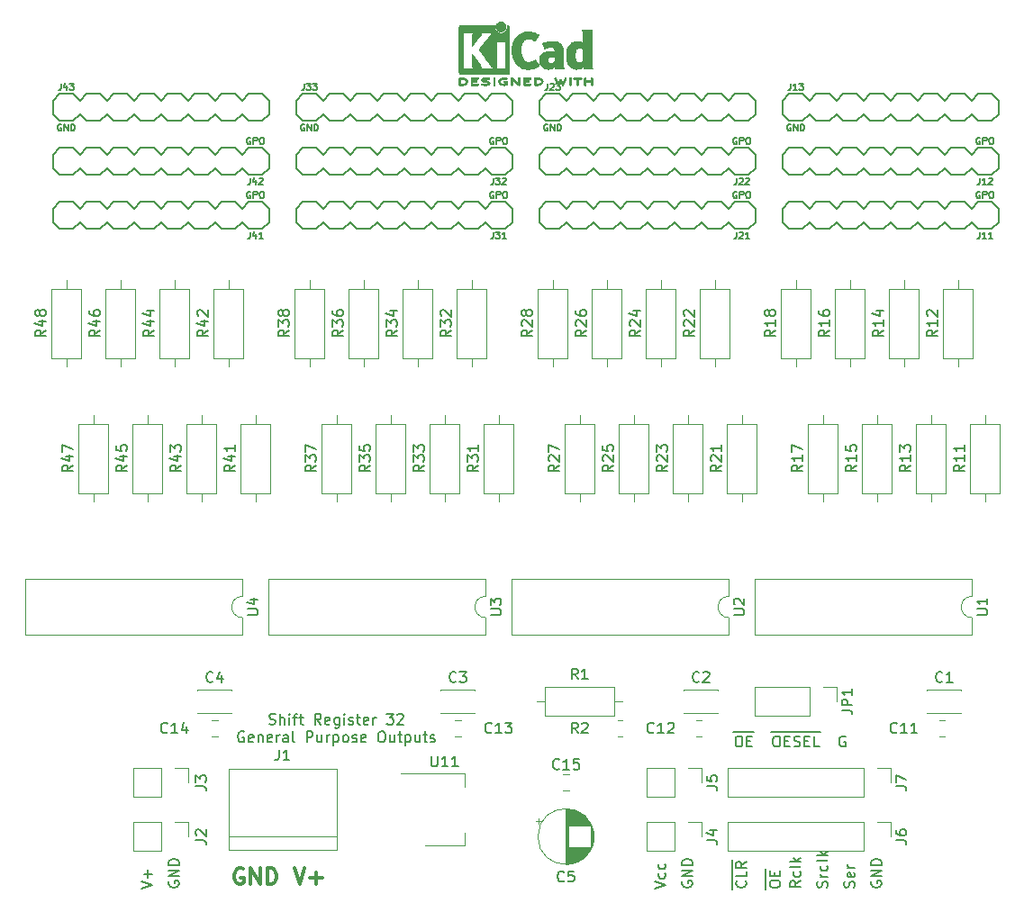
<source format=gbr>
G04 #@! TF.GenerationSoftware,KiCad,Pcbnew,5.1.12-5.1.12*
G04 #@! TF.CreationDate,2022-02-04T10:44:24+11:00*
G04 #@! TF.ProjectId,sr32gpo,73723332-6770-46f2-9e6b-696361645f70,rev?*
G04 #@! TF.SameCoordinates,Original*
G04 #@! TF.FileFunction,Legend,Top*
G04 #@! TF.FilePolarity,Positive*
%FSLAX46Y46*%
G04 Gerber Fmt 4.6, Leading zero omitted, Abs format (unit mm)*
G04 Created by KiCad (PCBNEW 5.1.12-5.1.12) date 2022-02-04 10:44:24*
%MOMM*%
%LPD*%
G01*
G04 APERTURE LIST*
%ADD10C,0.150000*%
%ADD11C,0.300000*%
%ADD12C,0.120000*%
%ADD13C,0.010000*%
%ADD14C,0.203200*%
%ADD15C,0.127000*%
G04 APERTURE END LIST*
D10*
X88352380Y-124267261D02*
X89352380Y-123933928D01*
X88352380Y-123600595D01*
X88971428Y-123267261D02*
X88971428Y-122505357D01*
X89352380Y-122886309D02*
X88590476Y-122886309D01*
X90940000Y-123600595D02*
X90892380Y-123695833D01*
X90892380Y-123838690D01*
X90940000Y-123981547D01*
X91035238Y-124076785D01*
X91130476Y-124124404D01*
X91320952Y-124172023D01*
X91463809Y-124172023D01*
X91654285Y-124124404D01*
X91749523Y-124076785D01*
X91844761Y-123981547D01*
X91892380Y-123838690D01*
X91892380Y-123743452D01*
X91844761Y-123600595D01*
X91797142Y-123552976D01*
X91463809Y-123552976D01*
X91463809Y-123743452D01*
X91892380Y-123124404D02*
X90892380Y-123124404D01*
X91892380Y-122552976D01*
X90892380Y-122552976D01*
X91892380Y-122076785D02*
X90892380Y-122076785D01*
X90892380Y-121838690D01*
X90940000Y-121695833D01*
X91035238Y-121600595D01*
X91130476Y-121552976D01*
X91320952Y-121505357D01*
X91463809Y-121505357D01*
X91654285Y-121552976D01*
X91749523Y-121600595D01*
X91844761Y-121695833D01*
X91892380Y-121838690D01*
X91892380Y-122076785D01*
X144000119Y-109575000D02*
X145047738Y-109575000D01*
X144428690Y-109942380D02*
X144619166Y-109942380D01*
X144714404Y-109990000D01*
X144809642Y-110085238D01*
X144857261Y-110275714D01*
X144857261Y-110609047D01*
X144809642Y-110799523D01*
X144714404Y-110894761D01*
X144619166Y-110942380D01*
X144428690Y-110942380D01*
X144333452Y-110894761D01*
X144238214Y-110799523D01*
X144190595Y-110609047D01*
X144190595Y-110275714D01*
X144238214Y-110085238D01*
X144333452Y-109990000D01*
X144428690Y-109942380D01*
X145047738Y-109575000D02*
X145952500Y-109575000D01*
X145285833Y-110418571D02*
X145619166Y-110418571D01*
X145762023Y-110942380D02*
X145285833Y-110942380D01*
X145285833Y-109942380D01*
X145762023Y-109942380D01*
X154529404Y-109990000D02*
X154434166Y-109942380D01*
X154291309Y-109942380D01*
X154148452Y-109990000D01*
X154053214Y-110085238D01*
X154005595Y-110180476D01*
X153957976Y-110370952D01*
X153957976Y-110513809D01*
X154005595Y-110704285D01*
X154053214Y-110799523D01*
X154148452Y-110894761D01*
X154291309Y-110942380D01*
X154386547Y-110942380D01*
X154529404Y-110894761D01*
X154577023Y-110847142D01*
X154577023Y-110513809D01*
X154386547Y-110513809D01*
X147550476Y-109575000D02*
X148598095Y-109575000D01*
X147979047Y-109942380D02*
X148169523Y-109942380D01*
X148264761Y-109990000D01*
X148360000Y-110085238D01*
X148407619Y-110275714D01*
X148407619Y-110609047D01*
X148360000Y-110799523D01*
X148264761Y-110894761D01*
X148169523Y-110942380D01*
X147979047Y-110942380D01*
X147883809Y-110894761D01*
X147788571Y-110799523D01*
X147740952Y-110609047D01*
X147740952Y-110275714D01*
X147788571Y-110085238D01*
X147883809Y-109990000D01*
X147979047Y-109942380D01*
X148598095Y-109575000D02*
X149502857Y-109575000D01*
X148836190Y-110418571D02*
X149169523Y-110418571D01*
X149312380Y-110942380D02*
X148836190Y-110942380D01*
X148836190Y-109942380D01*
X149312380Y-109942380D01*
X149502857Y-109575000D02*
X150455238Y-109575000D01*
X149693333Y-110894761D02*
X149836190Y-110942380D01*
X150074285Y-110942380D01*
X150169523Y-110894761D01*
X150217142Y-110847142D01*
X150264761Y-110751904D01*
X150264761Y-110656666D01*
X150217142Y-110561428D01*
X150169523Y-110513809D01*
X150074285Y-110466190D01*
X149883809Y-110418571D01*
X149788571Y-110370952D01*
X149740952Y-110323333D01*
X149693333Y-110228095D01*
X149693333Y-110132857D01*
X149740952Y-110037619D01*
X149788571Y-109990000D01*
X149883809Y-109942380D01*
X150121904Y-109942380D01*
X150264761Y-109990000D01*
X150455238Y-109575000D02*
X151360000Y-109575000D01*
X150693333Y-110418571D02*
X151026666Y-110418571D01*
X151169523Y-110942380D02*
X150693333Y-110942380D01*
X150693333Y-109942380D01*
X151169523Y-109942380D01*
X151360000Y-109575000D02*
X152169523Y-109575000D01*
X152074285Y-110942380D02*
X151598095Y-110942380D01*
X151598095Y-109942380D01*
X143865000Y-124362500D02*
X143865000Y-123362500D01*
X145137142Y-123552976D02*
X145184761Y-123600595D01*
X145232380Y-123743452D01*
X145232380Y-123838690D01*
X145184761Y-123981547D01*
X145089523Y-124076785D01*
X144994285Y-124124404D01*
X144803809Y-124172023D01*
X144660952Y-124172023D01*
X144470476Y-124124404D01*
X144375238Y-124076785D01*
X144280000Y-123981547D01*
X144232380Y-123838690D01*
X144232380Y-123743452D01*
X144280000Y-123600595D01*
X144327619Y-123552976D01*
X143865000Y-123362500D02*
X143865000Y-122552976D01*
X145232380Y-122648214D02*
X145232380Y-123124404D01*
X144232380Y-123124404D01*
X143865000Y-122552976D02*
X143865000Y-121552976D01*
X145232380Y-121743452D02*
X144756190Y-122076785D01*
X145232380Y-122314880D02*
X144232380Y-122314880D01*
X144232380Y-121933928D01*
X144280000Y-121838690D01*
X144327619Y-121791071D01*
X144422857Y-121743452D01*
X144565714Y-121743452D01*
X144660952Y-121791071D01*
X144708571Y-121838690D01*
X144756190Y-121933928D01*
X144756190Y-122314880D01*
X147040000Y-124362500D02*
X147040000Y-123314880D01*
X147407380Y-123933928D02*
X147407380Y-123743452D01*
X147455000Y-123648214D01*
X147550238Y-123552976D01*
X147740714Y-123505357D01*
X148074047Y-123505357D01*
X148264523Y-123552976D01*
X148359761Y-123648214D01*
X148407380Y-123743452D01*
X148407380Y-123933928D01*
X148359761Y-124029166D01*
X148264523Y-124124404D01*
X148074047Y-124172023D01*
X147740714Y-124172023D01*
X147550238Y-124124404D01*
X147455000Y-124029166D01*
X147407380Y-123933928D01*
X147040000Y-123314880D02*
X147040000Y-122410119D01*
X147883571Y-123076785D02*
X147883571Y-122743452D01*
X148407380Y-122600595D02*
X148407380Y-123076785D01*
X147407380Y-123076785D01*
X147407380Y-122600595D01*
X150312380Y-123552976D02*
X149836190Y-123886309D01*
X150312380Y-124124404D02*
X149312380Y-124124404D01*
X149312380Y-123743452D01*
X149360000Y-123648214D01*
X149407619Y-123600595D01*
X149502857Y-123552976D01*
X149645714Y-123552976D01*
X149740952Y-123600595D01*
X149788571Y-123648214D01*
X149836190Y-123743452D01*
X149836190Y-124124404D01*
X150264761Y-122695833D02*
X150312380Y-122791071D01*
X150312380Y-122981547D01*
X150264761Y-123076785D01*
X150217142Y-123124404D01*
X150121904Y-123172023D01*
X149836190Y-123172023D01*
X149740952Y-123124404D01*
X149693333Y-123076785D01*
X149645714Y-122981547D01*
X149645714Y-122791071D01*
X149693333Y-122695833D01*
X150312380Y-122124404D02*
X150264761Y-122219642D01*
X150169523Y-122267261D01*
X149312380Y-122267261D01*
X150312380Y-121743452D02*
X149312380Y-121743452D01*
X149931428Y-121648214D02*
X150312380Y-121362500D01*
X149645714Y-121362500D02*
X150026666Y-121743452D01*
X152804761Y-124172023D02*
X152852380Y-124029166D01*
X152852380Y-123791071D01*
X152804761Y-123695833D01*
X152757142Y-123648214D01*
X152661904Y-123600595D01*
X152566666Y-123600595D01*
X152471428Y-123648214D01*
X152423809Y-123695833D01*
X152376190Y-123791071D01*
X152328571Y-123981547D01*
X152280952Y-124076785D01*
X152233333Y-124124404D01*
X152138095Y-124172023D01*
X152042857Y-124172023D01*
X151947619Y-124124404D01*
X151900000Y-124076785D01*
X151852380Y-123981547D01*
X151852380Y-123743452D01*
X151900000Y-123600595D01*
X152852380Y-123172023D02*
X152185714Y-123172023D01*
X152376190Y-123172023D02*
X152280952Y-123124404D01*
X152233333Y-123076785D01*
X152185714Y-122981547D01*
X152185714Y-122886309D01*
X152804761Y-122124404D02*
X152852380Y-122219642D01*
X152852380Y-122410119D01*
X152804761Y-122505357D01*
X152757142Y-122552976D01*
X152661904Y-122600595D01*
X152376190Y-122600595D01*
X152280952Y-122552976D01*
X152233333Y-122505357D01*
X152185714Y-122410119D01*
X152185714Y-122219642D01*
X152233333Y-122124404D01*
X152852380Y-121552976D02*
X152804761Y-121648214D01*
X152709523Y-121695833D01*
X151852380Y-121695833D01*
X152852380Y-121172023D02*
X151852380Y-121172023D01*
X152471428Y-121076785D02*
X152852380Y-120791071D01*
X152185714Y-120791071D02*
X152566666Y-121172023D01*
X155344761Y-124172023D02*
X155392380Y-124029166D01*
X155392380Y-123791071D01*
X155344761Y-123695833D01*
X155297142Y-123648214D01*
X155201904Y-123600595D01*
X155106666Y-123600595D01*
X155011428Y-123648214D01*
X154963809Y-123695833D01*
X154916190Y-123791071D01*
X154868571Y-123981547D01*
X154820952Y-124076785D01*
X154773333Y-124124404D01*
X154678095Y-124172023D01*
X154582857Y-124172023D01*
X154487619Y-124124404D01*
X154440000Y-124076785D01*
X154392380Y-123981547D01*
X154392380Y-123743452D01*
X154440000Y-123600595D01*
X155344761Y-122791071D02*
X155392380Y-122886309D01*
X155392380Y-123076785D01*
X155344761Y-123172023D01*
X155249523Y-123219642D01*
X154868571Y-123219642D01*
X154773333Y-123172023D01*
X154725714Y-123076785D01*
X154725714Y-122886309D01*
X154773333Y-122791071D01*
X154868571Y-122743452D01*
X154963809Y-122743452D01*
X155059047Y-123219642D01*
X155392380Y-122314880D02*
X154725714Y-122314880D01*
X154916190Y-122314880D02*
X154820952Y-122267261D01*
X154773333Y-122219642D01*
X154725714Y-122124404D01*
X154725714Y-122029166D01*
X136612380Y-124267261D02*
X137612380Y-123933928D01*
X136612380Y-123600595D01*
X137564761Y-122838690D02*
X137612380Y-122933928D01*
X137612380Y-123124404D01*
X137564761Y-123219642D01*
X137517142Y-123267261D01*
X137421904Y-123314880D01*
X137136190Y-123314880D01*
X137040952Y-123267261D01*
X136993333Y-123219642D01*
X136945714Y-123124404D01*
X136945714Y-122933928D01*
X136993333Y-122838690D01*
X137564761Y-121981547D02*
X137612380Y-122076785D01*
X137612380Y-122267261D01*
X137564761Y-122362500D01*
X137517142Y-122410119D01*
X137421904Y-122457738D01*
X137136190Y-122457738D01*
X137040952Y-122410119D01*
X136993333Y-122362500D01*
X136945714Y-122267261D01*
X136945714Y-122076785D01*
X136993333Y-121981547D01*
D11*
X102711428Y-122368571D02*
X103211428Y-123868571D01*
X103711428Y-122368571D01*
X104211428Y-123297142D02*
X105354285Y-123297142D01*
X104782857Y-123868571D02*
X104782857Y-122725714D01*
D10*
X100370476Y-108799761D02*
X100513333Y-108847380D01*
X100751428Y-108847380D01*
X100846666Y-108799761D01*
X100894285Y-108752142D01*
X100941904Y-108656904D01*
X100941904Y-108561666D01*
X100894285Y-108466428D01*
X100846666Y-108418809D01*
X100751428Y-108371190D01*
X100560952Y-108323571D01*
X100465714Y-108275952D01*
X100418095Y-108228333D01*
X100370476Y-108133095D01*
X100370476Y-108037857D01*
X100418095Y-107942619D01*
X100465714Y-107895000D01*
X100560952Y-107847380D01*
X100799047Y-107847380D01*
X100941904Y-107895000D01*
X101370476Y-108847380D02*
X101370476Y-107847380D01*
X101799047Y-108847380D02*
X101799047Y-108323571D01*
X101751428Y-108228333D01*
X101656190Y-108180714D01*
X101513333Y-108180714D01*
X101418095Y-108228333D01*
X101370476Y-108275952D01*
X102275238Y-108847380D02*
X102275238Y-108180714D01*
X102275238Y-107847380D02*
X102227619Y-107895000D01*
X102275238Y-107942619D01*
X102322857Y-107895000D01*
X102275238Y-107847380D01*
X102275238Y-107942619D01*
X102608571Y-108180714D02*
X102989523Y-108180714D01*
X102751428Y-108847380D02*
X102751428Y-107990238D01*
X102799047Y-107895000D01*
X102894285Y-107847380D01*
X102989523Y-107847380D01*
X103180000Y-108180714D02*
X103560952Y-108180714D01*
X103322857Y-107847380D02*
X103322857Y-108704523D01*
X103370476Y-108799761D01*
X103465714Y-108847380D01*
X103560952Y-108847380D01*
X105227619Y-108847380D02*
X104894285Y-108371190D01*
X104656190Y-108847380D02*
X104656190Y-107847380D01*
X105037142Y-107847380D01*
X105132380Y-107895000D01*
X105180000Y-107942619D01*
X105227619Y-108037857D01*
X105227619Y-108180714D01*
X105180000Y-108275952D01*
X105132380Y-108323571D01*
X105037142Y-108371190D01*
X104656190Y-108371190D01*
X106037142Y-108799761D02*
X105941904Y-108847380D01*
X105751428Y-108847380D01*
X105656190Y-108799761D01*
X105608571Y-108704523D01*
X105608571Y-108323571D01*
X105656190Y-108228333D01*
X105751428Y-108180714D01*
X105941904Y-108180714D01*
X106037142Y-108228333D01*
X106084761Y-108323571D01*
X106084761Y-108418809D01*
X105608571Y-108514047D01*
X106941904Y-108180714D02*
X106941904Y-108990238D01*
X106894285Y-109085476D01*
X106846666Y-109133095D01*
X106751428Y-109180714D01*
X106608571Y-109180714D01*
X106513333Y-109133095D01*
X106941904Y-108799761D02*
X106846666Y-108847380D01*
X106656190Y-108847380D01*
X106560952Y-108799761D01*
X106513333Y-108752142D01*
X106465714Y-108656904D01*
X106465714Y-108371190D01*
X106513333Y-108275952D01*
X106560952Y-108228333D01*
X106656190Y-108180714D01*
X106846666Y-108180714D01*
X106941904Y-108228333D01*
X107418095Y-108847380D02*
X107418095Y-108180714D01*
X107418095Y-107847380D02*
X107370476Y-107895000D01*
X107418095Y-107942619D01*
X107465714Y-107895000D01*
X107418095Y-107847380D01*
X107418095Y-107942619D01*
X107846666Y-108799761D02*
X107941904Y-108847380D01*
X108132380Y-108847380D01*
X108227619Y-108799761D01*
X108275238Y-108704523D01*
X108275238Y-108656904D01*
X108227619Y-108561666D01*
X108132380Y-108514047D01*
X107989523Y-108514047D01*
X107894285Y-108466428D01*
X107846666Y-108371190D01*
X107846666Y-108323571D01*
X107894285Y-108228333D01*
X107989523Y-108180714D01*
X108132380Y-108180714D01*
X108227619Y-108228333D01*
X108560952Y-108180714D02*
X108941904Y-108180714D01*
X108703809Y-107847380D02*
X108703809Y-108704523D01*
X108751428Y-108799761D01*
X108846666Y-108847380D01*
X108941904Y-108847380D01*
X109656190Y-108799761D02*
X109560952Y-108847380D01*
X109370476Y-108847380D01*
X109275238Y-108799761D01*
X109227619Y-108704523D01*
X109227619Y-108323571D01*
X109275238Y-108228333D01*
X109370476Y-108180714D01*
X109560952Y-108180714D01*
X109656190Y-108228333D01*
X109703809Y-108323571D01*
X109703809Y-108418809D01*
X109227619Y-108514047D01*
X110132380Y-108847380D02*
X110132380Y-108180714D01*
X110132380Y-108371190D02*
X110180000Y-108275952D01*
X110227619Y-108228333D01*
X110322857Y-108180714D01*
X110418095Y-108180714D01*
X111418095Y-107847380D02*
X112037142Y-107847380D01*
X111703809Y-108228333D01*
X111846666Y-108228333D01*
X111941904Y-108275952D01*
X111989523Y-108323571D01*
X112037142Y-108418809D01*
X112037142Y-108656904D01*
X111989523Y-108752142D01*
X111941904Y-108799761D01*
X111846666Y-108847380D01*
X111560952Y-108847380D01*
X111465714Y-108799761D01*
X111418095Y-108752142D01*
X112418095Y-107942619D02*
X112465714Y-107895000D01*
X112560952Y-107847380D01*
X112799047Y-107847380D01*
X112894285Y-107895000D01*
X112941904Y-107942619D01*
X112989523Y-108037857D01*
X112989523Y-108133095D01*
X112941904Y-108275952D01*
X112370476Y-108847380D01*
X112989523Y-108847380D01*
X97989523Y-109545000D02*
X97894285Y-109497380D01*
X97751428Y-109497380D01*
X97608571Y-109545000D01*
X97513333Y-109640238D01*
X97465714Y-109735476D01*
X97418095Y-109925952D01*
X97418095Y-110068809D01*
X97465714Y-110259285D01*
X97513333Y-110354523D01*
X97608571Y-110449761D01*
X97751428Y-110497380D01*
X97846666Y-110497380D01*
X97989523Y-110449761D01*
X98037142Y-110402142D01*
X98037142Y-110068809D01*
X97846666Y-110068809D01*
X98846666Y-110449761D02*
X98751428Y-110497380D01*
X98560952Y-110497380D01*
X98465714Y-110449761D01*
X98418095Y-110354523D01*
X98418095Y-109973571D01*
X98465714Y-109878333D01*
X98560952Y-109830714D01*
X98751428Y-109830714D01*
X98846666Y-109878333D01*
X98894285Y-109973571D01*
X98894285Y-110068809D01*
X98418095Y-110164047D01*
X99322857Y-109830714D02*
X99322857Y-110497380D01*
X99322857Y-109925952D02*
X99370476Y-109878333D01*
X99465714Y-109830714D01*
X99608571Y-109830714D01*
X99703809Y-109878333D01*
X99751428Y-109973571D01*
X99751428Y-110497380D01*
X100608571Y-110449761D02*
X100513333Y-110497380D01*
X100322857Y-110497380D01*
X100227619Y-110449761D01*
X100180000Y-110354523D01*
X100180000Y-109973571D01*
X100227619Y-109878333D01*
X100322857Y-109830714D01*
X100513333Y-109830714D01*
X100608571Y-109878333D01*
X100656190Y-109973571D01*
X100656190Y-110068809D01*
X100180000Y-110164047D01*
X101084761Y-110497380D02*
X101084761Y-109830714D01*
X101084761Y-110021190D02*
X101132380Y-109925952D01*
X101180000Y-109878333D01*
X101275238Y-109830714D01*
X101370476Y-109830714D01*
X102132380Y-110497380D02*
X102132380Y-109973571D01*
X102084761Y-109878333D01*
X101989523Y-109830714D01*
X101799047Y-109830714D01*
X101703809Y-109878333D01*
X102132380Y-110449761D02*
X102037142Y-110497380D01*
X101799047Y-110497380D01*
X101703809Y-110449761D01*
X101656190Y-110354523D01*
X101656190Y-110259285D01*
X101703809Y-110164047D01*
X101799047Y-110116428D01*
X102037142Y-110116428D01*
X102132380Y-110068809D01*
X102751428Y-110497380D02*
X102656190Y-110449761D01*
X102608571Y-110354523D01*
X102608571Y-109497380D01*
X103894285Y-110497380D02*
X103894285Y-109497380D01*
X104275238Y-109497380D01*
X104370476Y-109545000D01*
X104418095Y-109592619D01*
X104465714Y-109687857D01*
X104465714Y-109830714D01*
X104418095Y-109925952D01*
X104370476Y-109973571D01*
X104275238Y-110021190D01*
X103894285Y-110021190D01*
X105322857Y-109830714D02*
X105322857Y-110497380D01*
X104894285Y-109830714D02*
X104894285Y-110354523D01*
X104941904Y-110449761D01*
X105037142Y-110497380D01*
X105180000Y-110497380D01*
X105275238Y-110449761D01*
X105322857Y-110402142D01*
X105799047Y-110497380D02*
X105799047Y-109830714D01*
X105799047Y-110021190D02*
X105846666Y-109925952D01*
X105894285Y-109878333D01*
X105989523Y-109830714D01*
X106084761Y-109830714D01*
X106418095Y-109830714D02*
X106418095Y-110830714D01*
X106418095Y-109878333D02*
X106513333Y-109830714D01*
X106703809Y-109830714D01*
X106799047Y-109878333D01*
X106846666Y-109925952D01*
X106894285Y-110021190D01*
X106894285Y-110306904D01*
X106846666Y-110402142D01*
X106799047Y-110449761D01*
X106703809Y-110497380D01*
X106513333Y-110497380D01*
X106418095Y-110449761D01*
X107465714Y-110497380D02*
X107370476Y-110449761D01*
X107322857Y-110402142D01*
X107275238Y-110306904D01*
X107275238Y-110021190D01*
X107322857Y-109925952D01*
X107370476Y-109878333D01*
X107465714Y-109830714D01*
X107608571Y-109830714D01*
X107703809Y-109878333D01*
X107751428Y-109925952D01*
X107799047Y-110021190D01*
X107799047Y-110306904D01*
X107751428Y-110402142D01*
X107703809Y-110449761D01*
X107608571Y-110497380D01*
X107465714Y-110497380D01*
X108180000Y-110449761D02*
X108275238Y-110497380D01*
X108465714Y-110497380D01*
X108560952Y-110449761D01*
X108608571Y-110354523D01*
X108608571Y-110306904D01*
X108560952Y-110211666D01*
X108465714Y-110164047D01*
X108322857Y-110164047D01*
X108227619Y-110116428D01*
X108180000Y-110021190D01*
X108180000Y-109973571D01*
X108227619Y-109878333D01*
X108322857Y-109830714D01*
X108465714Y-109830714D01*
X108560952Y-109878333D01*
X109418095Y-110449761D02*
X109322857Y-110497380D01*
X109132380Y-110497380D01*
X109037142Y-110449761D01*
X108989523Y-110354523D01*
X108989523Y-109973571D01*
X109037142Y-109878333D01*
X109132380Y-109830714D01*
X109322857Y-109830714D01*
X109418095Y-109878333D01*
X109465714Y-109973571D01*
X109465714Y-110068809D01*
X108989523Y-110164047D01*
X110846666Y-109497380D02*
X111037142Y-109497380D01*
X111132380Y-109545000D01*
X111227619Y-109640238D01*
X111275238Y-109830714D01*
X111275238Y-110164047D01*
X111227619Y-110354523D01*
X111132380Y-110449761D01*
X111037142Y-110497380D01*
X110846666Y-110497380D01*
X110751428Y-110449761D01*
X110656190Y-110354523D01*
X110608571Y-110164047D01*
X110608571Y-109830714D01*
X110656190Y-109640238D01*
X110751428Y-109545000D01*
X110846666Y-109497380D01*
X112132380Y-109830714D02*
X112132380Y-110497380D01*
X111703809Y-109830714D02*
X111703809Y-110354523D01*
X111751428Y-110449761D01*
X111846666Y-110497380D01*
X111989523Y-110497380D01*
X112084761Y-110449761D01*
X112132380Y-110402142D01*
X112465714Y-109830714D02*
X112846666Y-109830714D01*
X112608571Y-109497380D02*
X112608571Y-110354523D01*
X112656190Y-110449761D01*
X112751428Y-110497380D01*
X112846666Y-110497380D01*
X113180000Y-109830714D02*
X113180000Y-110830714D01*
X113180000Y-109878333D02*
X113275238Y-109830714D01*
X113465714Y-109830714D01*
X113560952Y-109878333D01*
X113608571Y-109925952D01*
X113656190Y-110021190D01*
X113656190Y-110306904D01*
X113608571Y-110402142D01*
X113560952Y-110449761D01*
X113465714Y-110497380D01*
X113275238Y-110497380D01*
X113180000Y-110449761D01*
X114513333Y-109830714D02*
X114513333Y-110497380D01*
X114084761Y-109830714D02*
X114084761Y-110354523D01*
X114132380Y-110449761D01*
X114227619Y-110497380D01*
X114370476Y-110497380D01*
X114465714Y-110449761D01*
X114513333Y-110402142D01*
X114846666Y-109830714D02*
X115227619Y-109830714D01*
X114989523Y-109497380D02*
X114989523Y-110354523D01*
X115037142Y-110449761D01*
X115132380Y-110497380D01*
X115227619Y-110497380D01*
X115513333Y-110449761D02*
X115608571Y-110497380D01*
X115799047Y-110497380D01*
X115894285Y-110449761D01*
X115941904Y-110354523D01*
X115941904Y-110306904D01*
X115894285Y-110211666D01*
X115799047Y-110164047D01*
X115656190Y-110164047D01*
X115560952Y-110116428D01*
X115513333Y-110021190D01*
X115513333Y-109973571D01*
X115560952Y-109878333D01*
X115656190Y-109830714D01*
X115799047Y-109830714D01*
X115894285Y-109878333D01*
X156980000Y-123600595D02*
X156932380Y-123695833D01*
X156932380Y-123838690D01*
X156980000Y-123981547D01*
X157075238Y-124076785D01*
X157170476Y-124124404D01*
X157360952Y-124172023D01*
X157503809Y-124172023D01*
X157694285Y-124124404D01*
X157789523Y-124076785D01*
X157884761Y-123981547D01*
X157932380Y-123838690D01*
X157932380Y-123743452D01*
X157884761Y-123600595D01*
X157837142Y-123552976D01*
X157503809Y-123552976D01*
X157503809Y-123743452D01*
X157932380Y-123124404D02*
X156932380Y-123124404D01*
X157932380Y-122552976D01*
X156932380Y-122552976D01*
X157932380Y-122076785D02*
X156932380Y-122076785D01*
X156932380Y-121838690D01*
X156980000Y-121695833D01*
X157075238Y-121600595D01*
X157170476Y-121552976D01*
X157360952Y-121505357D01*
X157503809Y-121505357D01*
X157694285Y-121552976D01*
X157789523Y-121600595D01*
X157884761Y-121695833D01*
X157932380Y-121838690D01*
X157932380Y-122076785D01*
X139200000Y-123600595D02*
X139152380Y-123695833D01*
X139152380Y-123838690D01*
X139200000Y-123981547D01*
X139295238Y-124076785D01*
X139390476Y-124124404D01*
X139580952Y-124172023D01*
X139723809Y-124172023D01*
X139914285Y-124124404D01*
X140009523Y-124076785D01*
X140104761Y-123981547D01*
X140152380Y-123838690D01*
X140152380Y-123743452D01*
X140104761Y-123600595D01*
X140057142Y-123552976D01*
X139723809Y-123552976D01*
X139723809Y-123743452D01*
X140152380Y-123124404D02*
X139152380Y-123124404D01*
X140152380Y-122552976D01*
X139152380Y-122552976D01*
X140152380Y-122076785D02*
X139152380Y-122076785D01*
X139152380Y-121838690D01*
X139200000Y-121695833D01*
X139295238Y-121600595D01*
X139390476Y-121552976D01*
X139580952Y-121505357D01*
X139723809Y-121505357D01*
X139914285Y-121552976D01*
X140009523Y-121600595D01*
X140104761Y-121695833D01*
X140152380Y-121838690D01*
X140152380Y-122076785D01*
D11*
X97917142Y-122440000D02*
X97774285Y-122368571D01*
X97560000Y-122368571D01*
X97345714Y-122440000D01*
X97202857Y-122582857D01*
X97131428Y-122725714D01*
X97060000Y-123011428D01*
X97060000Y-123225714D01*
X97131428Y-123511428D01*
X97202857Y-123654285D01*
X97345714Y-123797142D01*
X97560000Y-123868571D01*
X97702857Y-123868571D01*
X97917142Y-123797142D01*
X97988571Y-123725714D01*
X97988571Y-123225714D01*
X97702857Y-123225714D01*
X98631428Y-123868571D02*
X98631428Y-122368571D01*
X99488571Y-123868571D01*
X99488571Y-122368571D01*
X100202857Y-123868571D02*
X100202857Y-122368571D01*
X100560000Y-122368571D01*
X100774285Y-122440000D01*
X100917142Y-122582857D01*
X100988571Y-122725714D01*
X101060000Y-123011428D01*
X101060000Y-123225714D01*
X100988571Y-123511428D01*
X100917142Y-123654285D01*
X100774285Y-123797142D01*
X100560000Y-123868571D01*
X100202857Y-123868571D01*
D12*
G04 #@! TO.C,R2*
X133577064Y-109955000D02*
X133122936Y-109955000D01*
X133577064Y-108485000D02*
X133122936Y-108485000D01*
G04 #@! TO.C,C14*
X94988748Y-109955000D02*
X95511252Y-109955000D01*
X94988748Y-108485000D02*
X95511252Y-108485000D01*
G04 #@! TO.C,C13*
X117848748Y-109955000D02*
X118371252Y-109955000D01*
X117848748Y-108485000D02*
X118371252Y-108485000D01*
G04 #@! TO.C,C12*
X140476748Y-109955000D02*
X140999252Y-109955000D01*
X140476748Y-108485000D02*
X140999252Y-108485000D01*
G04 #@! TO.C,C11*
X163336748Y-109955000D02*
X163859252Y-109955000D01*
X163336748Y-108485000D02*
X163859252Y-108485000D01*
D13*
G04 #@! TO.C,REF\u002A\u002A*
G36*
X130688823Y-47994533D02*
G01*
X130720202Y-48016776D01*
X130747911Y-48044485D01*
X130747911Y-48353920D01*
X130747838Y-48445799D01*
X130747495Y-48517840D01*
X130746692Y-48572780D01*
X130745241Y-48613360D01*
X130742952Y-48642317D01*
X130739636Y-48662391D01*
X130735105Y-48676321D01*
X130729169Y-48686845D01*
X130724514Y-48693100D01*
X130693783Y-48717673D01*
X130658496Y-48720341D01*
X130626245Y-48705271D01*
X130615588Y-48696374D01*
X130608464Y-48684557D01*
X130604167Y-48665526D01*
X130601991Y-48634992D01*
X130601228Y-48588662D01*
X130601155Y-48552871D01*
X130601155Y-48418045D01*
X130104444Y-48418045D01*
X130104444Y-48540700D01*
X130103931Y-48596787D01*
X130101876Y-48635333D01*
X130097508Y-48661361D01*
X130090056Y-48679897D01*
X130081047Y-48693100D01*
X130050144Y-48717604D01*
X130015196Y-48720506D01*
X129981738Y-48703089D01*
X129972604Y-48693959D01*
X129966152Y-48681855D01*
X129961897Y-48663001D01*
X129959352Y-48633620D01*
X129958029Y-48589937D01*
X129957443Y-48528175D01*
X129957375Y-48514000D01*
X129956891Y-48397631D01*
X129956641Y-48301727D01*
X129956723Y-48224177D01*
X129957231Y-48162869D01*
X129958262Y-48115690D01*
X129959913Y-48080530D01*
X129962279Y-48055276D01*
X129965457Y-48037817D01*
X129969544Y-48026041D01*
X129974634Y-48017835D01*
X129980266Y-48011645D01*
X130012128Y-47991844D01*
X130045357Y-47994533D01*
X130076735Y-48016776D01*
X130089433Y-48031126D01*
X130097526Y-48046978D01*
X130102042Y-48069554D01*
X130104006Y-48104078D01*
X130104444Y-48155776D01*
X130104444Y-48271289D01*
X130601155Y-48271289D01*
X130601155Y-48152756D01*
X130601662Y-48098148D01*
X130603698Y-48061275D01*
X130608035Y-48037307D01*
X130615447Y-48021415D01*
X130623733Y-48011645D01*
X130655594Y-47991844D01*
X130688823Y-47994533D01*
G37*
X130688823Y-47994533D02*
X130720202Y-48016776D01*
X130747911Y-48044485D01*
X130747911Y-48353920D01*
X130747838Y-48445799D01*
X130747495Y-48517840D01*
X130746692Y-48572780D01*
X130745241Y-48613360D01*
X130742952Y-48642317D01*
X130739636Y-48662391D01*
X130735105Y-48676321D01*
X130729169Y-48686845D01*
X130724514Y-48693100D01*
X130693783Y-48717673D01*
X130658496Y-48720341D01*
X130626245Y-48705271D01*
X130615588Y-48696374D01*
X130608464Y-48684557D01*
X130604167Y-48665526D01*
X130601991Y-48634992D01*
X130601228Y-48588662D01*
X130601155Y-48552871D01*
X130601155Y-48418045D01*
X130104444Y-48418045D01*
X130104444Y-48540700D01*
X130103931Y-48596787D01*
X130101876Y-48635333D01*
X130097508Y-48661361D01*
X130090056Y-48679897D01*
X130081047Y-48693100D01*
X130050144Y-48717604D01*
X130015196Y-48720506D01*
X129981738Y-48703089D01*
X129972604Y-48693959D01*
X129966152Y-48681855D01*
X129961897Y-48663001D01*
X129959352Y-48633620D01*
X129958029Y-48589937D01*
X129957443Y-48528175D01*
X129957375Y-48514000D01*
X129956891Y-48397631D01*
X129956641Y-48301727D01*
X129956723Y-48224177D01*
X129957231Y-48162869D01*
X129958262Y-48115690D01*
X129959913Y-48080530D01*
X129962279Y-48055276D01*
X129965457Y-48037817D01*
X129969544Y-48026041D01*
X129974634Y-48017835D01*
X129980266Y-48011645D01*
X130012128Y-47991844D01*
X130045357Y-47994533D01*
X130076735Y-48016776D01*
X130089433Y-48031126D01*
X130097526Y-48046978D01*
X130102042Y-48069554D01*
X130104006Y-48104078D01*
X130104444Y-48155776D01*
X130104444Y-48271289D01*
X130601155Y-48271289D01*
X130601155Y-48152756D01*
X130601662Y-48098148D01*
X130603698Y-48061275D01*
X130608035Y-48037307D01*
X130615447Y-48021415D01*
X130623733Y-48011645D01*
X130655594Y-47991844D01*
X130688823Y-47994533D01*
G36*
X129423065Y-47989163D02*
G01*
X129501772Y-47989542D01*
X129562863Y-47990333D01*
X129608817Y-47991670D01*
X129642114Y-47993683D01*
X129665236Y-47996506D01*
X129680662Y-48000269D01*
X129690871Y-48005105D01*
X129695813Y-48008822D01*
X129721457Y-48041358D01*
X129724559Y-48075138D01*
X129708711Y-48105826D01*
X129698348Y-48118089D01*
X129687196Y-48126450D01*
X129671035Y-48131657D01*
X129645642Y-48134457D01*
X129606798Y-48135596D01*
X129550280Y-48135821D01*
X129539180Y-48135822D01*
X129393244Y-48135822D01*
X129393244Y-48406756D01*
X129393148Y-48492154D01*
X129392711Y-48557864D01*
X129391712Y-48606774D01*
X129389928Y-48641773D01*
X129387137Y-48665749D01*
X129383117Y-48681593D01*
X129377645Y-48692191D01*
X129370666Y-48700267D01*
X129337734Y-48720112D01*
X129303354Y-48718548D01*
X129272176Y-48695906D01*
X129269886Y-48693100D01*
X129262429Y-48682492D01*
X129256747Y-48670081D01*
X129252601Y-48652850D01*
X129249750Y-48627784D01*
X129247954Y-48591867D01*
X129246972Y-48542083D01*
X129246564Y-48475417D01*
X129246489Y-48399589D01*
X129246489Y-48135822D01*
X129107127Y-48135822D01*
X129047322Y-48135418D01*
X129005918Y-48133840D01*
X128978748Y-48130547D01*
X128961646Y-48124992D01*
X128950443Y-48116631D01*
X128949083Y-48115178D01*
X128932725Y-48081939D01*
X128934172Y-48044362D01*
X128952978Y-48011645D01*
X128960250Y-48005298D01*
X128969627Y-48000266D01*
X128983609Y-47996396D01*
X129004696Y-47993537D01*
X129035389Y-47991535D01*
X129078189Y-47990239D01*
X129135595Y-47989498D01*
X129210110Y-47989158D01*
X129304233Y-47989068D01*
X129324260Y-47989067D01*
X129423065Y-47989163D01*
G37*
X129423065Y-47989163D02*
X129501772Y-47989542D01*
X129562863Y-47990333D01*
X129608817Y-47991670D01*
X129642114Y-47993683D01*
X129665236Y-47996506D01*
X129680662Y-48000269D01*
X129690871Y-48005105D01*
X129695813Y-48008822D01*
X129721457Y-48041358D01*
X129724559Y-48075138D01*
X129708711Y-48105826D01*
X129698348Y-48118089D01*
X129687196Y-48126450D01*
X129671035Y-48131657D01*
X129645642Y-48134457D01*
X129606798Y-48135596D01*
X129550280Y-48135821D01*
X129539180Y-48135822D01*
X129393244Y-48135822D01*
X129393244Y-48406756D01*
X129393148Y-48492154D01*
X129392711Y-48557864D01*
X129391712Y-48606774D01*
X129389928Y-48641773D01*
X129387137Y-48665749D01*
X129383117Y-48681593D01*
X129377645Y-48692191D01*
X129370666Y-48700267D01*
X129337734Y-48720112D01*
X129303354Y-48718548D01*
X129272176Y-48695906D01*
X129269886Y-48693100D01*
X129262429Y-48682492D01*
X129256747Y-48670081D01*
X129252601Y-48652850D01*
X129249750Y-48627784D01*
X129247954Y-48591867D01*
X129246972Y-48542083D01*
X129246564Y-48475417D01*
X129246489Y-48399589D01*
X129246489Y-48135822D01*
X129107127Y-48135822D01*
X129047322Y-48135418D01*
X129005918Y-48133840D01*
X128978748Y-48130547D01*
X128961646Y-48124992D01*
X128950443Y-48116631D01*
X128949083Y-48115178D01*
X128932725Y-48081939D01*
X128934172Y-48044362D01*
X128952978Y-48011645D01*
X128960250Y-48005298D01*
X128969627Y-48000266D01*
X128983609Y-47996396D01*
X129004696Y-47993537D01*
X129035389Y-47991535D01*
X129078189Y-47990239D01*
X129135595Y-47989498D01*
X129210110Y-47989158D01*
X129304233Y-47989068D01*
X129324260Y-47989067D01*
X129423065Y-47989163D01*
G36*
X128648614Y-47995877D02*
G01*
X128672327Y-48010647D01*
X128698978Y-48032227D01*
X128698978Y-48353773D01*
X128698893Y-48447830D01*
X128698529Y-48521932D01*
X128697724Y-48578704D01*
X128696313Y-48620768D01*
X128694133Y-48650748D01*
X128691021Y-48671267D01*
X128686814Y-48684949D01*
X128681348Y-48694416D01*
X128677472Y-48699082D01*
X128646034Y-48719575D01*
X128610233Y-48718739D01*
X128578873Y-48701264D01*
X128552222Y-48679684D01*
X128552222Y-48032227D01*
X128578873Y-48010647D01*
X128604594Y-47994949D01*
X128625600Y-47989067D01*
X128648614Y-47995877D01*
G37*
X128648614Y-47995877D02*
X128672327Y-48010647D01*
X128698978Y-48032227D01*
X128698978Y-48353773D01*
X128698893Y-48447830D01*
X128698529Y-48521932D01*
X128697724Y-48578704D01*
X128696313Y-48620768D01*
X128694133Y-48650748D01*
X128691021Y-48671267D01*
X128686814Y-48684949D01*
X128681348Y-48694416D01*
X128677472Y-48699082D01*
X128646034Y-48719575D01*
X128610233Y-48718739D01*
X128578873Y-48701264D01*
X128552222Y-48679684D01*
X128552222Y-48032227D01*
X128578873Y-48010647D01*
X128604594Y-47994949D01*
X128625600Y-47989067D01*
X128648614Y-47995877D01*
G36*
X128204665Y-47991034D02*
G01*
X128224255Y-47998035D01*
X128225010Y-47998377D01*
X128251613Y-48018678D01*
X128266270Y-48039561D01*
X128269138Y-48049352D01*
X128268996Y-48062361D01*
X128264961Y-48080895D01*
X128256146Y-48107257D01*
X128241669Y-48143752D01*
X128220645Y-48192687D01*
X128192188Y-48256365D01*
X128155415Y-48337093D01*
X128135175Y-48381216D01*
X128098625Y-48459985D01*
X128064315Y-48532423D01*
X128033552Y-48595880D01*
X128007648Y-48647708D01*
X127987910Y-48685259D01*
X127975650Y-48705884D01*
X127973224Y-48708733D01*
X127942183Y-48721302D01*
X127907121Y-48719619D01*
X127879000Y-48704332D01*
X127877854Y-48703089D01*
X127866668Y-48686154D01*
X127847904Y-48653170D01*
X127823875Y-48608380D01*
X127796897Y-48556032D01*
X127787201Y-48536742D01*
X127714014Y-48390150D01*
X127634240Y-48549393D01*
X127605767Y-48604415D01*
X127579350Y-48652132D01*
X127557148Y-48688893D01*
X127541319Y-48711044D01*
X127535954Y-48715741D01*
X127494257Y-48722102D01*
X127459849Y-48708733D01*
X127449728Y-48694446D01*
X127432214Y-48662692D01*
X127408735Y-48616597D01*
X127380720Y-48559285D01*
X127349599Y-48493880D01*
X127316799Y-48423507D01*
X127283750Y-48351291D01*
X127251881Y-48280355D01*
X127222619Y-48213825D01*
X127197395Y-48154826D01*
X127177636Y-48106481D01*
X127164772Y-48071915D01*
X127160231Y-48054253D01*
X127160277Y-48053613D01*
X127171326Y-48031388D01*
X127193410Y-48008753D01*
X127194710Y-48007768D01*
X127221853Y-47992425D01*
X127246958Y-47992574D01*
X127256368Y-47995466D01*
X127267834Y-48001718D01*
X127280010Y-48014014D01*
X127294357Y-48034908D01*
X127312336Y-48066949D01*
X127335407Y-48112688D01*
X127365030Y-48174677D01*
X127391745Y-48231898D01*
X127422480Y-48298226D01*
X127450021Y-48357874D01*
X127472938Y-48407725D01*
X127489798Y-48444664D01*
X127499173Y-48465573D01*
X127500540Y-48468845D01*
X127506689Y-48463497D01*
X127520822Y-48441109D01*
X127541057Y-48404946D01*
X127565515Y-48358277D01*
X127575248Y-48339022D01*
X127608217Y-48274004D01*
X127633643Y-48226654D01*
X127653612Y-48194219D01*
X127670210Y-48173946D01*
X127685524Y-48163082D01*
X127701640Y-48158875D01*
X127712143Y-48158400D01*
X127730670Y-48160042D01*
X127746904Y-48166831D01*
X127763035Y-48181566D01*
X127781251Y-48207044D01*
X127803739Y-48246061D01*
X127832689Y-48301414D01*
X127848662Y-48332903D01*
X127874570Y-48383087D01*
X127897167Y-48424704D01*
X127914458Y-48454242D01*
X127924450Y-48468189D01*
X127925809Y-48468770D01*
X127932261Y-48457793D01*
X127946708Y-48429290D01*
X127967703Y-48386244D01*
X127993797Y-48331638D01*
X128023546Y-48268454D01*
X128038180Y-48237071D01*
X128076250Y-48156078D01*
X128106905Y-48093756D01*
X128131737Y-48048071D01*
X128152337Y-48016989D01*
X128170298Y-47998478D01*
X128187210Y-47990504D01*
X128204665Y-47991034D01*
G37*
X128204665Y-47991034D02*
X128224255Y-47998035D01*
X128225010Y-47998377D01*
X128251613Y-48018678D01*
X128266270Y-48039561D01*
X128269138Y-48049352D01*
X128268996Y-48062361D01*
X128264961Y-48080895D01*
X128256146Y-48107257D01*
X128241669Y-48143752D01*
X128220645Y-48192687D01*
X128192188Y-48256365D01*
X128155415Y-48337093D01*
X128135175Y-48381216D01*
X128098625Y-48459985D01*
X128064315Y-48532423D01*
X128033552Y-48595880D01*
X128007648Y-48647708D01*
X127987910Y-48685259D01*
X127975650Y-48705884D01*
X127973224Y-48708733D01*
X127942183Y-48721302D01*
X127907121Y-48719619D01*
X127879000Y-48704332D01*
X127877854Y-48703089D01*
X127866668Y-48686154D01*
X127847904Y-48653170D01*
X127823875Y-48608380D01*
X127796897Y-48556032D01*
X127787201Y-48536742D01*
X127714014Y-48390150D01*
X127634240Y-48549393D01*
X127605767Y-48604415D01*
X127579350Y-48652132D01*
X127557148Y-48688893D01*
X127541319Y-48711044D01*
X127535954Y-48715741D01*
X127494257Y-48722102D01*
X127459849Y-48708733D01*
X127449728Y-48694446D01*
X127432214Y-48662692D01*
X127408735Y-48616597D01*
X127380720Y-48559285D01*
X127349599Y-48493880D01*
X127316799Y-48423507D01*
X127283750Y-48351291D01*
X127251881Y-48280355D01*
X127222619Y-48213825D01*
X127197395Y-48154826D01*
X127177636Y-48106481D01*
X127164772Y-48071915D01*
X127160231Y-48054253D01*
X127160277Y-48053613D01*
X127171326Y-48031388D01*
X127193410Y-48008753D01*
X127194710Y-48007768D01*
X127221853Y-47992425D01*
X127246958Y-47992574D01*
X127256368Y-47995466D01*
X127267834Y-48001718D01*
X127280010Y-48014014D01*
X127294357Y-48034908D01*
X127312336Y-48066949D01*
X127335407Y-48112688D01*
X127365030Y-48174677D01*
X127391745Y-48231898D01*
X127422480Y-48298226D01*
X127450021Y-48357874D01*
X127472938Y-48407725D01*
X127489798Y-48444664D01*
X127499173Y-48465573D01*
X127500540Y-48468845D01*
X127506689Y-48463497D01*
X127520822Y-48441109D01*
X127541057Y-48404946D01*
X127565515Y-48358277D01*
X127575248Y-48339022D01*
X127608217Y-48274004D01*
X127633643Y-48226654D01*
X127653612Y-48194219D01*
X127670210Y-48173946D01*
X127685524Y-48163082D01*
X127701640Y-48158875D01*
X127712143Y-48158400D01*
X127730670Y-48160042D01*
X127746904Y-48166831D01*
X127763035Y-48181566D01*
X127781251Y-48207044D01*
X127803739Y-48246061D01*
X127832689Y-48301414D01*
X127848662Y-48332903D01*
X127874570Y-48383087D01*
X127897167Y-48424704D01*
X127914458Y-48454242D01*
X127924450Y-48468189D01*
X127925809Y-48468770D01*
X127932261Y-48457793D01*
X127946708Y-48429290D01*
X127967703Y-48386244D01*
X127993797Y-48331638D01*
X128023546Y-48268454D01*
X128038180Y-48237071D01*
X128076250Y-48156078D01*
X128106905Y-48093756D01*
X128131737Y-48048071D01*
X128152337Y-48016989D01*
X128170298Y-47998478D01*
X128187210Y-47990504D01*
X128204665Y-47991034D01*
G36*
X125478309Y-47989275D02*
G01*
X125607288Y-47993636D01*
X125716991Y-48006861D01*
X125809226Y-48029741D01*
X125885802Y-48063070D01*
X125948527Y-48107638D01*
X125999212Y-48164236D01*
X126039663Y-48233658D01*
X126040459Y-48235351D01*
X126064601Y-48297483D01*
X126073203Y-48352509D01*
X126066231Y-48407887D01*
X126043654Y-48471073D01*
X126039372Y-48480689D01*
X126010172Y-48536966D01*
X125977356Y-48580451D01*
X125935002Y-48617417D01*
X125877190Y-48654135D01*
X125873831Y-48656052D01*
X125823504Y-48680227D01*
X125766621Y-48698282D01*
X125699527Y-48710839D01*
X125618565Y-48718522D01*
X125520082Y-48721953D01*
X125485286Y-48722251D01*
X125319594Y-48722845D01*
X125296197Y-48693100D01*
X125289257Y-48683319D01*
X125283842Y-48671897D01*
X125279765Y-48656095D01*
X125276837Y-48633175D01*
X125274867Y-48600396D01*
X125274225Y-48576089D01*
X125430844Y-48576089D01*
X125524726Y-48576089D01*
X125579664Y-48574483D01*
X125636060Y-48570255D01*
X125682345Y-48564292D01*
X125685139Y-48563790D01*
X125767348Y-48541736D01*
X125831114Y-48508600D01*
X125878452Y-48462847D01*
X125911382Y-48402939D01*
X125917108Y-48387061D01*
X125922721Y-48362333D01*
X125920291Y-48337902D01*
X125908467Y-48305400D01*
X125901340Y-48289434D01*
X125878000Y-48247006D01*
X125849880Y-48217240D01*
X125818940Y-48196511D01*
X125756966Y-48169537D01*
X125677651Y-48149998D01*
X125585253Y-48138746D01*
X125518333Y-48136270D01*
X125430844Y-48135822D01*
X125430844Y-48576089D01*
X125274225Y-48576089D01*
X125273668Y-48555021D01*
X125273050Y-48494311D01*
X125272825Y-48415526D01*
X125272800Y-48353920D01*
X125272800Y-48044485D01*
X125300509Y-48016776D01*
X125312806Y-48005544D01*
X125326103Y-47997853D01*
X125344672Y-47993040D01*
X125372786Y-47990446D01*
X125414717Y-47989410D01*
X125474737Y-47989270D01*
X125478309Y-47989275D01*
G37*
X125478309Y-47989275D02*
X125607288Y-47993636D01*
X125716991Y-48006861D01*
X125809226Y-48029741D01*
X125885802Y-48063070D01*
X125948527Y-48107638D01*
X125999212Y-48164236D01*
X126039663Y-48233658D01*
X126040459Y-48235351D01*
X126064601Y-48297483D01*
X126073203Y-48352509D01*
X126066231Y-48407887D01*
X126043654Y-48471073D01*
X126039372Y-48480689D01*
X126010172Y-48536966D01*
X125977356Y-48580451D01*
X125935002Y-48617417D01*
X125877190Y-48654135D01*
X125873831Y-48656052D01*
X125823504Y-48680227D01*
X125766621Y-48698282D01*
X125699527Y-48710839D01*
X125618565Y-48718522D01*
X125520082Y-48721953D01*
X125485286Y-48722251D01*
X125319594Y-48722845D01*
X125296197Y-48693100D01*
X125289257Y-48683319D01*
X125283842Y-48671897D01*
X125279765Y-48656095D01*
X125276837Y-48633175D01*
X125274867Y-48600396D01*
X125274225Y-48576089D01*
X125430844Y-48576089D01*
X125524726Y-48576089D01*
X125579664Y-48574483D01*
X125636060Y-48570255D01*
X125682345Y-48564292D01*
X125685139Y-48563790D01*
X125767348Y-48541736D01*
X125831114Y-48508600D01*
X125878452Y-48462847D01*
X125911382Y-48402939D01*
X125917108Y-48387061D01*
X125922721Y-48362333D01*
X125920291Y-48337902D01*
X125908467Y-48305400D01*
X125901340Y-48289434D01*
X125878000Y-48247006D01*
X125849880Y-48217240D01*
X125818940Y-48196511D01*
X125756966Y-48169537D01*
X125677651Y-48149998D01*
X125585253Y-48138746D01*
X125518333Y-48136270D01*
X125430844Y-48135822D01*
X125430844Y-48576089D01*
X125274225Y-48576089D01*
X125273668Y-48555021D01*
X125273050Y-48494311D01*
X125272825Y-48415526D01*
X125272800Y-48353920D01*
X125272800Y-48044485D01*
X125300509Y-48016776D01*
X125312806Y-48005544D01*
X125326103Y-47997853D01*
X125344672Y-47993040D01*
X125372786Y-47990446D01*
X125414717Y-47989410D01*
X125474737Y-47989270D01*
X125478309Y-47989275D01*
G36*
X124690343Y-47989260D02*
G01*
X124766701Y-47990174D01*
X124825217Y-47992311D01*
X124868255Y-47996175D01*
X124898183Y-48002267D01*
X124917368Y-48011090D01*
X124928176Y-48023146D01*
X124932973Y-48038939D01*
X124934127Y-48058970D01*
X124934133Y-48061335D01*
X124933131Y-48083992D01*
X124928396Y-48101503D01*
X124917333Y-48114574D01*
X124897348Y-48123913D01*
X124865846Y-48130227D01*
X124820232Y-48134222D01*
X124757913Y-48136606D01*
X124676293Y-48138086D01*
X124651277Y-48138414D01*
X124409200Y-48141467D01*
X124405814Y-48206378D01*
X124402429Y-48271289D01*
X124570576Y-48271289D01*
X124636266Y-48271531D01*
X124683172Y-48272556D01*
X124715083Y-48274811D01*
X124735791Y-48278742D01*
X124749084Y-48284798D01*
X124758755Y-48293424D01*
X124758817Y-48293493D01*
X124776356Y-48327112D01*
X124775722Y-48363448D01*
X124757314Y-48394423D01*
X124753671Y-48397607D01*
X124740741Y-48405812D01*
X124723024Y-48411521D01*
X124696570Y-48415162D01*
X124657432Y-48417167D01*
X124601662Y-48417964D01*
X124565994Y-48418045D01*
X124403555Y-48418045D01*
X124403555Y-48576089D01*
X124650161Y-48576089D01*
X124731580Y-48576231D01*
X124793410Y-48576814D01*
X124838637Y-48578068D01*
X124870248Y-48580227D01*
X124891231Y-48583523D01*
X124904573Y-48588189D01*
X124913261Y-48594457D01*
X124915450Y-48596733D01*
X124931614Y-48628280D01*
X124932797Y-48664168D01*
X124919536Y-48695285D01*
X124909043Y-48705271D01*
X124898129Y-48710769D01*
X124881217Y-48715022D01*
X124855633Y-48718180D01*
X124818701Y-48720392D01*
X124767746Y-48721806D01*
X124700094Y-48722572D01*
X124613069Y-48722838D01*
X124593394Y-48722845D01*
X124504911Y-48722787D01*
X124436227Y-48722467D01*
X124384564Y-48721667D01*
X124347145Y-48720167D01*
X124321190Y-48717749D01*
X124303922Y-48714194D01*
X124292562Y-48709282D01*
X124284332Y-48702795D01*
X124279817Y-48698138D01*
X124273021Y-48689889D01*
X124267712Y-48679669D01*
X124263706Y-48664800D01*
X124260821Y-48642602D01*
X124258874Y-48610393D01*
X124257681Y-48565496D01*
X124257061Y-48505228D01*
X124256829Y-48426911D01*
X124256800Y-48360994D01*
X124256871Y-48268628D01*
X124257208Y-48196117D01*
X124257998Y-48140737D01*
X124259426Y-48099765D01*
X124261679Y-48070478D01*
X124264943Y-48050153D01*
X124269404Y-48036066D01*
X124275248Y-48025495D01*
X124280197Y-48018811D01*
X124303594Y-47989067D01*
X124593774Y-47989067D01*
X124690343Y-47989260D01*
G37*
X124690343Y-47989260D02*
X124766701Y-47990174D01*
X124825217Y-47992311D01*
X124868255Y-47996175D01*
X124898183Y-48002267D01*
X124917368Y-48011090D01*
X124928176Y-48023146D01*
X124932973Y-48038939D01*
X124934127Y-48058970D01*
X124934133Y-48061335D01*
X124933131Y-48083992D01*
X124928396Y-48101503D01*
X124917333Y-48114574D01*
X124897348Y-48123913D01*
X124865846Y-48130227D01*
X124820232Y-48134222D01*
X124757913Y-48136606D01*
X124676293Y-48138086D01*
X124651277Y-48138414D01*
X124409200Y-48141467D01*
X124405814Y-48206378D01*
X124402429Y-48271289D01*
X124570576Y-48271289D01*
X124636266Y-48271531D01*
X124683172Y-48272556D01*
X124715083Y-48274811D01*
X124735791Y-48278742D01*
X124749084Y-48284798D01*
X124758755Y-48293424D01*
X124758817Y-48293493D01*
X124776356Y-48327112D01*
X124775722Y-48363448D01*
X124757314Y-48394423D01*
X124753671Y-48397607D01*
X124740741Y-48405812D01*
X124723024Y-48411521D01*
X124696570Y-48415162D01*
X124657432Y-48417167D01*
X124601662Y-48417964D01*
X124565994Y-48418045D01*
X124403555Y-48418045D01*
X124403555Y-48576089D01*
X124650161Y-48576089D01*
X124731580Y-48576231D01*
X124793410Y-48576814D01*
X124838637Y-48578068D01*
X124870248Y-48580227D01*
X124891231Y-48583523D01*
X124904573Y-48588189D01*
X124913261Y-48594457D01*
X124915450Y-48596733D01*
X124931614Y-48628280D01*
X124932797Y-48664168D01*
X124919536Y-48695285D01*
X124909043Y-48705271D01*
X124898129Y-48710769D01*
X124881217Y-48715022D01*
X124855633Y-48718180D01*
X124818701Y-48720392D01*
X124767746Y-48721806D01*
X124700094Y-48722572D01*
X124613069Y-48722838D01*
X124593394Y-48722845D01*
X124504911Y-48722787D01*
X124436227Y-48722467D01*
X124384564Y-48721667D01*
X124347145Y-48720167D01*
X124321190Y-48717749D01*
X124303922Y-48714194D01*
X124292562Y-48709282D01*
X124284332Y-48702795D01*
X124279817Y-48698138D01*
X124273021Y-48689889D01*
X124267712Y-48679669D01*
X124263706Y-48664800D01*
X124260821Y-48642602D01*
X124258874Y-48610393D01*
X124257681Y-48565496D01*
X124257061Y-48505228D01*
X124256829Y-48426911D01*
X124256800Y-48360994D01*
X124256871Y-48268628D01*
X124257208Y-48196117D01*
X124257998Y-48140737D01*
X124259426Y-48099765D01*
X124261679Y-48070478D01*
X124264943Y-48050153D01*
X124269404Y-48036066D01*
X124275248Y-48025495D01*
X124280197Y-48018811D01*
X124303594Y-47989067D01*
X124593774Y-47989067D01*
X124690343Y-47989260D01*
G36*
X123159886Y-47993448D02*
G01*
X123183452Y-48007273D01*
X123214265Y-48029881D01*
X123253922Y-48062338D01*
X123304020Y-48105708D01*
X123366157Y-48161058D01*
X123441928Y-48229451D01*
X123528666Y-48308084D01*
X123709289Y-48471878D01*
X123714933Y-48252029D01*
X123716971Y-48176351D01*
X123718937Y-48119994D01*
X123721266Y-48079706D01*
X123724394Y-48052235D01*
X123728755Y-48034329D01*
X123734784Y-48022737D01*
X123742916Y-48014208D01*
X123747228Y-48010623D01*
X123781759Y-47991670D01*
X123814617Y-47994441D01*
X123840682Y-48010633D01*
X123867333Y-48032199D01*
X123870648Y-48347151D01*
X123871565Y-48439779D01*
X123872032Y-48512544D01*
X123871887Y-48568161D01*
X123870968Y-48609342D01*
X123869113Y-48638803D01*
X123866161Y-48659255D01*
X123861950Y-48673413D01*
X123856318Y-48683991D01*
X123850073Y-48692474D01*
X123836561Y-48708207D01*
X123823117Y-48718636D01*
X123807876Y-48722639D01*
X123788974Y-48719094D01*
X123764545Y-48706879D01*
X123732727Y-48684871D01*
X123691652Y-48651949D01*
X123639458Y-48606991D01*
X123574278Y-48548875D01*
X123500444Y-48482099D01*
X123235155Y-48241458D01*
X123229511Y-48460589D01*
X123227469Y-48536128D01*
X123225498Y-48592354D01*
X123223161Y-48632524D01*
X123220019Y-48659896D01*
X123215636Y-48677728D01*
X123209576Y-48689279D01*
X123201400Y-48697807D01*
X123197216Y-48701282D01*
X123160235Y-48720372D01*
X123125292Y-48717493D01*
X123094864Y-48693100D01*
X123087903Y-48683286D01*
X123082477Y-48671826D01*
X123078397Y-48655968D01*
X123075471Y-48632963D01*
X123073508Y-48600062D01*
X123072317Y-48554516D01*
X123071708Y-48493573D01*
X123071489Y-48414486D01*
X123071466Y-48355956D01*
X123071540Y-48264407D01*
X123071887Y-48192687D01*
X123072699Y-48138045D01*
X123074167Y-48097732D01*
X123076481Y-48068998D01*
X123079833Y-48049093D01*
X123084412Y-48035268D01*
X123090411Y-48024772D01*
X123094864Y-48018811D01*
X123106150Y-48004691D01*
X123116699Y-47994029D01*
X123128107Y-47987892D01*
X123141970Y-47987343D01*
X123159886Y-47993448D01*
G37*
X123159886Y-47993448D02*
X123183452Y-48007273D01*
X123214265Y-48029881D01*
X123253922Y-48062338D01*
X123304020Y-48105708D01*
X123366157Y-48161058D01*
X123441928Y-48229451D01*
X123528666Y-48308084D01*
X123709289Y-48471878D01*
X123714933Y-48252029D01*
X123716971Y-48176351D01*
X123718937Y-48119994D01*
X123721266Y-48079706D01*
X123724394Y-48052235D01*
X123728755Y-48034329D01*
X123734784Y-48022737D01*
X123742916Y-48014208D01*
X123747228Y-48010623D01*
X123781759Y-47991670D01*
X123814617Y-47994441D01*
X123840682Y-48010633D01*
X123867333Y-48032199D01*
X123870648Y-48347151D01*
X123871565Y-48439779D01*
X123872032Y-48512544D01*
X123871887Y-48568161D01*
X123870968Y-48609342D01*
X123869113Y-48638803D01*
X123866161Y-48659255D01*
X123861950Y-48673413D01*
X123856318Y-48683991D01*
X123850073Y-48692474D01*
X123836561Y-48708207D01*
X123823117Y-48718636D01*
X123807876Y-48722639D01*
X123788974Y-48719094D01*
X123764545Y-48706879D01*
X123732727Y-48684871D01*
X123691652Y-48651949D01*
X123639458Y-48606991D01*
X123574278Y-48548875D01*
X123500444Y-48482099D01*
X123235155Y-48241458D01*
X123229511Y-48460589D01*
X123227469Y-48536128D01*
X123225498Y-48592354D01*
X123223161Y-48632524D01*
X123220019Y-48659896D01*
X123215636Y-48677728D01*
X123209576Y-48689279D01*
X123201400Y-48697807D01*
X123197216Y-48701282D01*
X123160235Y-48720372D01*
X123125292Y-48717493D01*
X123094864Y-48693100D01*
X123087903Y-48683286D01*
X123082477Y-48671826D01*
X123078397Y-48655968D01*
X123075471Y-48632963D01*
X123073508Y-48600062D01*
X123072317Y-48554516D01*
X123071708Y-48493573D01*
X123071489Y-48414486D01*
X123071466Y-48355956D01*
X123071540Y-48264407D01*
X123071887Y-48192687D01*
X123072699Y-48138045D01*
X123074167Y-48097732D01*
X123076481Y-48068998D01*
X123079833Y-48049093D01*
X123084412Y-48035268D01*
X123090411Y-48024772D01*
X123094864Y-48018811D01*
X123106150Y-48004691D01*
X123116699Y-47994029D01*
X123128107Y-47987892D01*
X123141970Y-47987343D01*
X123159886Y-47993448D01*
G36*
X122509919Y-47994599D02*
G01*
X122578435Y-48006095D01*
X122631057Y-48023967D01*
X122665292Y-48047499D01*
X122674621Y-48060924D01*
X122684107Y-48092148D01*
X122677723Y-48120395D01*
X122657570Y-48147182D01*
X122626255Y-48159713D01*
X122580817Y-48158696D01*
X122545674Y-48151906D01*
X122467581Y-48138971D01*
X122387774Y-48137742D01*
X122298445Y-48148241D01*
X122273771Y-48152690D01*
X122190709Y-48176108D01*
X122125727Y-48210945D01*
X122079539Y-48256604D01*
X122052855Y-48312494D01*
X122047337Y-48341388D01*
X122050949Y-48400012D01*
X122074271Y-48451879D01*
X122115176Y-48495978D01*
X122171541Y-48531299D01*
X122241240Y-48556829D01*
X122322148Y-48571559D01*
X122412140Y-48574478D01*
X122509090Y-48564575D01*
X122514564Y-48563641D01*
X122553125Y-48556459D01*
X122574506Y-48549521D01*
X122583773Y-48539227D01*
X122585994Y-48521976D01*
X122586044Y-48512841D01*
X122586044Y-48474489D01*
X122517569Y-48474489D01*
X122457100Y-48470347D01*
X122415835Y-48457147D01*
X122391825Y-48433730D01*
X122383123Y-48398936D01*
X122383017Y-48394394D01*
X122388108Y-48364654D01*
X122405567Y-48343419D01*
X122438061Y-48329366D01*
X122488257Y-48321173D01*
X122536877Y-48318161D01*
X122607544Y-48316433D01*
X122658802Y-48319070D01*
X122693761Y-48328800D01*
X122715530Y-48348353D01*
X122727220Y-48380456D01*
X122731940Y-48427838D01*
X122732800Y-48490071D01*
X122731391Y-48559535D01*
X122727152Y-48606786D01*
X122720064Y-48632012D01*
X122718689Y-48633988D01*
X122679772Y-48665508D01*
X122622714Y-48690470D01*
X122551131Y-48708340D01*
X122468642Y-48718586D01*
X122378861Y-48720673D01*
X122285408Y-48714068D01*
X122230444Y-48705956D01*
X122144234Y-48681554D01*
X122064108Y-48641662D01*
X121997023Y-48589887D01*
X121986827Y-48579539D01*
X121953698Y-48536035D01*
X121923806Y-48482118D01*
X121900643Y-48425592D01*
X121887702Y-48374259D01*
X121886142Y-48354544D01*
X121892782Y-48313419D01*
X121910432Y-48262252D01*
X121935703Y-48208394D01*
X121965211Y-48159195D01*
X121991281Y-48126334D01*
X122052235Y-48077452D01*
X122131031Y-48038545D01*
X122224843Y-48010494D01*
X122330850Y-47994179D01*
X122428000Y-47990192D01*
X122509919Y-47994599D01*
G37*
X122509919Y-47994599D02*
X122578435Y-48006095D01*
X122631057Y-48023967D01*
X122665292Y-48047499D01*
X122674621Y-48060924D01*
X122684107Y-48092148D01*
X122677723Y-48120395D01*
X122657570Y-48147182D01*
X122626255Y-48159713D01*
X122580817Y-48158696D01*
X122545674Y-48151906D01*
X122467581Y-48138971D01*
X122387774Y-48137742D01*
X122298445Y-48148241D01*
X122273771Y-48152690D01*
X122190709Y-48176108D01*
X122125727Y-48210945D01*
X122079539Y-48256604D01*
X122052855Y-48312494D01*
X122047337Y-48341388D01*
X122050949Y-48400012D01*
X122074271Y-48451879D01*
X122115176Y-48495978D01*
X122171541Y-48531299D01*
X122241240Y-48556829D01*
X122322148Y-48571559D01*
X122412140Y-48574478D01*
X122509090Y-48564575D01*
X122514564Y-48563641D01*
X122553125Y-48556459D01*
X122574506Y-48549521D01*
X122583773Y-48539227D01*
X122585994Y-48521976D01*
X122586044Y-48512841D01*
X122586044Y-48474489D01*
X122517569Y-48474489D01*
X122457100Y-48470347D01*
X122415835Y-48457147D01*
X122391825Y-48433730D01*
X122383123Y-48398936D01*
X122383017Y-48394394D01*
X122388108Y-48364654D01*
X122405567Y-48343419D01*
X122438061Y-48329366D01*
X122488257Y-48321173D01*
X122536877Y-48318161D01*
X122607544Y-48316433D01*
X122658802Y-48319070D01*
X122693761Y-48328800D01*
X122715530Y-48348353D01*
X122727220Y-48380456D01*
X122731940Y-48427838D01*
X122732800Y-48490071D01*
X122731391Y-48559535D01*
X122727152Y-48606786D01*
X122720064Y-48632012D01*
X122718689Y-48633988D01*
X122679772Y-48665508D01*
X122622714Y-48690470D01*
X122551131Y-48708340D01*
X122468642Y-48718586D01*
X122378861Y-48720673D01*
X122285408Y-48714068D01*
X122230444Y-48705956D01*
X122144234Y-48681554D01*
X122064108Y-48641662D01*
X121997023Y-48589887D01*
X121986827Y-48579539D01*
X121953698Y-48536035D01*
X121923806Y-48482118D01*
X121900643Y-48425592D01*
X121887702Y-48374259D01*
X121886142Y-48354544D01*
X121892782Y-48313419D01*
X121910432Y-48262252D01*
X121935703Y-48208394D01*
X121965211Y-48159195D01*
X121991281Y-48126334D01*
X122052235Y-48077452D01*
X122131031Y-48038545D01*
X122224843Y-48010494D01*
X122330850Y-47994179D01*
X122428000Y-47990192D01*
X122509919Y-47994599D01*
G36*
X121536178Y-48011645D02*
G01*
X121542758Y-48019218D01*
X121547921Y-48028987D01*
X121551836Y-48043571D01*
X121554676Y-48065585D01*
X121556613Y-48097648D01*
X121557817Y-48142375D01*
X121558461Y-48202385D01*
X121558716Y-48280294D01*
X121558755Y-48355956D01*
X121558686Y-48449802D01*
X121558362Y-48523689D01*
X121557614Y-48580232D01*
X121556268Y-48622049D01*
X121554154Y-48651757D01*
X121551100Y-48671973D01*
X121546934Y-48685314D01*
X121541484Y-48694398D01*
X121536178Y-48700267D01*
X121503174Y-48719947D01*
X121468009Y-48718181D01*
X121436545Y-48696717D01*
X121429316Y-48688337D01*
X121423666Y-48678614D01*
X121419401Y-48664861D01*
X121416327Y-48644389D01*
X121414248Y-48614512D01*
X121412970Y-48572541D01*
X121412299Y-48515789D01*
X121412041Y-48441567D01*
X121412000Y-48357537D01*
X121412000Y-48044485D01*
X121439709Y-48016776D01*
X121473863Y-47993463D01*
X121506994Y-47992623D01*
X121536178Y-48011645D01*
G37*
X121536178Y-48011645D02*
X121542758Y-48019218D01*
X121547921Y-48028987D01*
X121551836Y-48043571D01*
X121554676Y-48065585D01*
X121556613Y-48097648D01*
X121557817Y-48142375D01*
X121558461Y-48202385D01*
X121558716Y-48280294D01*
X121558755Y-48355956D01*
X121558686Y-48449802D01*
X121558362Y-48523689D01*
X121557614Y-48580232D01*
X121556268Y-48622049D01*
X121554154Y-48651757D01*
X121551100Y-48671973D01*
X121546934Y-48685314D01*
X121541484Y-48694398D01*
X121536178Y-48700267D01*
X121503174Y-48719947D01*
X121468009Y-48718181D01*
X121436545Y-48696717D01*
X121429316Y-48688337D01*
X121423666Y-48678614D01*
X121419401Y-48664861D01*
X121416327Y-48644389D01*
X121414248Y-48614512D01*
X121412970Y-48572541D01*
X121412299Y-48515789D01*
X121412041Y-48441567D01*
X121412000Y-48357537D01*
X121412000Y-48044485D01*
X121439709Y-48016776D01*
X121473863Y-47993463D01*
X121506994Y-47992623D01*
X121536178Y-48011645D01*
G36*
X120768297Y-47990351D02*
G01*
X120843112Y-47995581D01*
X120912694Y-48003750D01*
X120972998Y-48014550D01*
X121019980Y-48027673D01*
X121049594Y-48042813D01*
X121054140Y-48047269D01*
X121069946Y-48081850D01*
X121065153Y-48117351D01*
X121040636Y-48147725D01*
X121039466Y-48148596D01*
X121025046Y-48157954D01*
X121009992Y-48162876D01*
X120988995Y-48163473D01*
X120956743Y-48159861D01*
X120907927Y-48152154D01*
X120904000Y-48151505D01*
X120831261Y-48142569D01*
X120752783Y-48138161D01*
X120674073Y-48138119D01*
X120600639Y-48142279D01*
X120537989Y-48150479D01*
X120491630Y-48162557D01*
X120488584Y-48163771D01*
X120454952Y-48182615D01*
X120443136Y-48201685D01*
X120452386Y-48220439D01*
X120481953Y-48238337D01*
X120531089Y-48254837D01*
X120599043Y-48269396D01*
X120644355Y-48276406D01*
X120738544Y-48289889D01*
X120813456Y-48302214D01*
X120872283Y-48314449D01*
X120918215Y-48327661D01*
X120954445Y-48342917D01*
X120984162Y-48361285D01*
X121010558Y-48383831D01*
X121031770Y-48405971D01*
X121056935Y-48436819D01*
X121069319Y-48463345D01*
X121073192Y-48496026D01*
X121073333Y-48507995D01*
X121070424Y-48547712D01*
X121058798Y-48577259D01*
X121038677Y-48603486D01*
X120997784Y-48643576D01*
X120952183Y-48674149D01*
X120898487Y-48696203D01*
X120833308Y-48710735D01*
X120753256Y-48718741D01*
X120654943Y-48721218D01*
X120638711Y-48721177D01*
X120573151Y-48719818D01*
X120508134Y-48716730D01*
X120450748Y-48712356D01*
X120408078Y-48707140D01*
X120404628Y-48706541D01*
X120362204Y-48696491D01*
X120326220Y-48683796D01*
X120305850Y-48672190D01*
X120286893Y-48641572D01*
X120285573Y-48605918D01*
X120301915Y-48574144D01*
X120305571Y-48570551D01*
X120320685Y-48559876D01*
X120339585Y-48555276D01*
X120368838Y-48556059D01*
X120404349Y-48560127D01*
X120444030Y-48563762D01*
X120499655Y-48566828D01*
X120564594Y-48569053D01*
X120632215Y-48570164D01*
X120650000Y-48570237D01*
X120717872Y-48569964D01*
X120767546Y-48568646D01*
X120803390Y-48565827D01*
X120829776Y-48561050D01*
X120851074Y-48553857D01*
X120863874Y-48547867D01*
X120892000Y-48531233D01*
X120909932Y-48516168D01*
X120912553Y-48511897D01*
X120907024Y-48494263D01*
X120880740Y-48477192D01*
X120835522Y-48461458D01*
X120773192Y-48447838D01*
X120754829Y-48444804D01*
X120658910Y-48429738D01*
X120582359Y-48417146D01*
X120522220Y-48406111D01*
X120475540Y-48395720D01*
X120439363Y-48385056D01*
X120410735Y-48373205D01*
X120386702Y-48359251D01*
X120364308Y-48342281D01*
X120340598Y-48321378D01*
X120332620Y-48314049D01*
X120304647Y-48286699D01*
X120289840Y-48265029D01*
X120284048Y-48240232D01*
X120283111Y-48208983D01*
X120293425Y-48147705D01*
X120324248Y-48095640D01*
X120375405Y-48052958D01*
X120446717Y-48019825D01*
X120497600Y-48004964D01*
X120552900Y-47995366D01*
X120619147Y-47989936D01*
X120692294Y-47988367D01*
X120768297Y-47990351D01*
G37*
X120768297Y-47990351D02*
X120843112Y-47995581D01*
X120912694Y-48003750D01*
X120972998Y-48014550D01*
X121019980Y-48027673D01*
X121049594Y-48042813D01*
X121054140Y-48047269D01*
X121069946Y-48081850D01*
X121065153Y-48117351D01*
X121040636Y-48147725D01*
X121039466Y-48148596D01*
X121025046Y-48157954D01*
X121009992Y-48162876D01*
X120988995Y-48163473D01*
X120956743Y-48159861D01*
X120907927Y-48152154D01*
X120904000Y-48151505D01*
X120831261Y-48142569D01*
X120752783Y-48138161D01*
X120674073Y-48138119D01*
X120600639Y-48142279D01*
X120537989Y-48150479D01*
X120491630Y-48162557D01*
X120488584Y-48163771D01*
X120454952Y-48182615D01*
X120443136Y-48201685D01*
X120452386Y-48220439D01*
X120481953Y-48238337D01*
X120531089Y-48254837D01*
X120599043Y-48269396D01*
X120644355Y-48276406D01*
X120738544Y-48289889D01*
X120813456Y-48302214D01*
X120872283Y-48314449D01*
X120918215Y-48327661D01*
X120954445Y-48342917D01*
X120984162Y-48361285D01*
X121010558Y-48383831D01*
X121031770Y-48405971D01*
X121056935Y-48436819D01*
X121069319Y-48463345D01*
X121073192Y-48496026D01*
X121073333Y-48507995D01*
X121070424Y-48547712D01*
X121058798Y-48577259D01*
X121038677Y-48603486D01*
X120997784Y-48643576D01*
X120952183Y-48674149D01*
X120898487Y-48696203D01*
X120833308Y-48710735D01*
X120753256Y-48718741D01*
X120654943Y-48721218D01*
X120638711Y-48721177D01*
X120573151Y-48719818D01*
X120508134Y-48716730D01*
X120450748Y-48712356D01*
X120408078Y-48707140D01*
X120404628Y-48706541D01*
X120362204Y-48696491D01*
X120326220Y-48683796D01*
X120305850Y-48672190D01*
X120286893Y-48641572D01*
X120285573Y-48605918D01*
X120301915Y-48574144D01*
X120305571Y-48570551D01*
X120320685Y-48559876D01*
X120339585Y-48555276D01*
X120368838Y-48556059D01*
X120404349Y-48560127D01*
X120444030Y-48563762D01*
X120499655Y-48566828D01*
X120564594Y-48569053D01*
X120632215Y-48570164D01*
X120650000Y-48570237D01*
X120717872Y-48569964D01*
X120767546Y-48568646D01*
X120803390Y-48565827D01*
X120829776Y-48561050D01*
X120851074Y-48553857D01*
X120863874Y-48547867D01*
X120892000Y-48531233D01*
X120909932Y-48516168D01*
X120912553Y-48511897D01*
X120907024Y-48494263D01*
X120880740Y-48477192D01*
X120835522Y-48461458D01*
X120773192Y-48447838D01*
X120754829Y-48444804D01*
X120658910Y-48429738D01*
X120582359Y-48417146D01*
X120522220Y-48406111D01*
X120475540Y-48395720D01*
X120439363Y-48385056D01*
X120410735Y-48373205D01*
X120386702Y-48359251D01*
X120364308Y-48342281D01*
X120340598Y-48321378D01*
X120332620Y-48314049D01*
X120304647Y-48286699D01*
X120289840Y-48265029D01*
X120284048Y-48240232D01*
X120283111Y-48208983D01*
X120293425Y-48147705D01*
X120324248Y-48095640D01*
X120375405Y-48052958D01*
X120446717Y-48019825D01*
X120497600Y-48004964D01*
X120552900Y-47995366D01*
X120619147Y-47989936D01*
X120692294Y-47988367D01*
X120768297Y-47990351D01*
G36*
X119747206Y-47989146D02*
G01*
X119816614Y-47989518D01*
X119869003Y-47990385D01*
X119907153Y-47991946D01*
X119933841Y-47994403D01*
X119951847Y-47997957D01*
X119963951Y-48002810D01*
X119972931Y-48009161D01*
X119976182Y-48012084D01*
X119995957Y-48043142D01*
X119999518Y-48078828D01*
X119986509Y-48110510D01*
X119980494Y-48116913D01*
X119970765Y-48123121D01*
X119955099Y-48127910D01*
X119930592Y-48131514D01*
X119894339Y-48134164D01*
X119843435Y-48136095D01*
X119774974Y-48137539D01*
X119712383Y-48138418D01*
X119464666Y-48141467D01*
X119461281Y-48206378D01*
X119457895Y-48271289D01*
X119626042Y-48271289D01*
X119699041Y-48271919D01*
X119752483Y-48274553D01*
X119789372Y-48280309D01*
X119812712Y-48290304D01*
X119825506Y-48305656D01*
X119830758Y-48327482D01*
X119831555Y-48347738D01*
X119829077Y-48372592D01*
X119819723Y-48390906D01*
X119800617Y-48403637D01*
X119768882Y-48411741D01*
X119721641Y-48416176D01*
X119656017Y-48417899D01*
X119620199Y-48418045D01*
X119459022Y-48418045D01*
X119459022Y-48576089D01*
X119707378Y-48576089D01*
X119788787Y-48576202D01*
X119850658Y-48576712D01*
X119896032Y-48577870D01*
X119927946Y-48579930D01*
X119949441Y-48583146D01*
X119963557Y-48587772D01*
X119973332Y-48594059D01*
X119978311Y-48598667D01*
X119995390Y-48625560D01*
X120000889Y-48649467D01*
X119993037Y-48678667D01*
X119978311Y-48700267D01*
X119970454Y-48707066D01*
X119960312Y-48712346D01*
X119945156Y-48716298D01*
X119922259Y-48719113D01*
X119888891Y-48720982D01*
X119842325Y-48722098D01*
X119779833Y-48722651D01*
X119698686Y-48722833D01*
X119656578Y-48722845D01*
X119566402Y-48722765D01*
X119496076Y-48722398D01*
X119442871Y-48721552D01*
X119404060Y-48720036D01*
X119376913Y-48717659D01*
X119358702Y-48714229D01*
X119346700Y-48709554D01*
X119338178Y-48703444D01*
X119334844Y-48700267D01*
X119328245Y-48692670D01*
X119323073Y-48682870D01*
X119319154Y-48668239D01*
X119316316Y-48646152D01*
X119314385Y-48613982D01*
X119313188Y-48569103D01*
X119312552Y-48508889D01*
X119312303Y-48430713D01*
X119312266Y-48357923D01*
X119312300Y-48264707D01*
X119312535Y-48191431D01*
X119313170Y-48135458D01*
X119314406Y-48094151D01*
X119316444Y-48064872D01*
X119319483Y-48044984D01*
X119323723Y-48031850D01*
X119329365Y-48022832D01*
X119336609Y-48015293D01*
X119338394Y-48013612D01*
X119347055Y-48006172D01*
X119357118Y-48000409D01*
X119371375Y-47996112D01*
X119392617Y-47993064D01*
X119423636Y-47991051D01*
X119467223Y-47989860D01*
X119526169Y-47989275D01*
X119603266Y-47989083D01*
X119657999Y-47989067D01*
X119747206Y-47989146D01*
G37*
X119747206Y-47989146D02*
X119816614Y-47989518D01*
X119869003Y-47990385D01*
X119907153Y-47991946D01*
X119933841Y-47994403D01*
X119951847Y-47997957D01*
X119963951Y-48002810D01*
X119972931Y-48009161D01*
X119976182Y-48012084D01*
X119995957Y-48043142D01*
X119999518Y-48078828D01*
X119986509Y-48110510D01*
X119980494Y-48116913D01*
X119970765Y-48123121D01*
X119955099Y-48127910D01*
X119930592Y-48131514D01*
X119894339Y-48134164D01*
X119843435Y-48136095D01*
X119774974Y-48137539D01*
X119712383Y-48138418D01*
X119464666Y-48141467D01*
X119461281Y-48206378D01*
X119457895Y-48271289D01*
X119626042Y-48271289D01*
X119699041Y-48271919D01*
X119752483Y-48274553D01*
X119789372Y-48280309D01*
X119812712Y-48290304D01*
X119825506Y-48305656D01*
X119830758Y-48327482D01*
X119831555Y-48347738D01*
X119829077Y-48372592D01*
X119819723Y-48390906D01*
X119800617Y-48403637D01*
X119768882Y-48411741D01*
X119721641Y-48416176D01*
X119656017Y-48417899D01*
X119620199Y-48418045D01*
X119459022Y-48418045D01*
X119459022Y-48576089D01*
X119707378Y-48576089D01*
X119788787Y-48576202D01*
X119850658Y-48576712D01*
X119896032Y-48577870D01*
X119927946Y-48579930D01*
X119949441Y-48583146D01*
X119963557Y-48587772D01*
X119973332Y-48594059D01*
X119978311Y-48598667D01*
X119995390Y-48625560D01*
X120000889Y-48649467D01*
X119993037Y-48678667D01*
X119978311Y-48700267D01*
X119970454Y-48707066D01*
X119960312Y-48712346D01*
X119945156Y-48716298D01*
X119922259Y-48719113D01*
X119888891Y-48720982D01*
X119842325Y-48722098D01*
X119779833Y-48722651D01*
X119698686Y-48722833D01*
X119656578Y-48722845D01*
X119566402Y-48722765D01*
X119496076Y-48722398D01*
X119442871Y-48721552D01*
X119404060Y-48720036D01*
X119376913Y-48717659D01*
X119358702Y-48714229D01*
X119346700Y-48709554D01*
X119338178Y-48703444D01*
X119334844Y-48700267D01*
X119328245Y-48692670D01*
X119323073Y-48682870D01*
X119319154Y-48668239D01*
X119316316Y-48646152D01*
X119314385Y-48613982D01*
X119313188Y-48569103D01*
X119312552Y-48508889D01*
X119312303Y-48430713D01*
X119312266Y-48357923D01*
X119312300Y-48264707D01*
X119312535Y-48191431D01*
X119313170Y-48135458D01*
X119314406Y-48094151D01*
X119316444Y-48064872D01*
X119319483Y-48044984D01*
X119323723Y-48031850D01*
X119329365Y-48022832D01*
X119336609Y-48015293D01*
X119338394Y-48013612D01*
X119347055Y-48006172D01*
X119357118Y-48000409D01*
X119371375Y-47996112D01*
X119392617Y-47993064D01*
X119423636Y-47991051D01*
X119467223Y-47989860D01*
X119526169Y-47989275D01*
X119603266Y-47989083D01*
X119657999Y-47989067D01*
X119747206Y-47989146D01*
G36*
X118338629Y-47989066D02*
G01*
X118378111Y-47989467D01*
X118493800Y-47992259D01*
X118590689Y-48000550D01*
X118672081Y-48015232D01*
X118741277Y-48037193D01*
X118801580Y-48067322D01*
X118856292Y-48106510D01*
X118875833Y-48123532D01*
X118908250Y-48163363D01*
X118937480Y-48217413D01*
X118960009Y-48277323D01*
X118972321Y-48334739D01*
X118973600Y-48355956D01*
X118965583Y-48414769D01*
X118944101Y-48479013D01*
X118913001Y-48539821D01*
X118876134Y-48588330D01*
X118870146Y-48594182D01*
X118819421Y-48635321D01*
X118763875Y-48667435D01*
X118700304Y-48691365D01*
X118625506Y-48707953D01*
X118536278Y-48718041D01*
X118429418Y-48722469D01*
X118380472Y-48722845D01*
X118318238Y-48722545D01*
X118274472Y-48721292D01*
X118245069Y-48718554D01*
X118225921Y-48713801D01*
X118212923Y-48706501D01*
X118205955Y-48700267D01*
X118199374Y-48692694D01*
X118194212Y-48682924D01*
X118190297Y-48668340D01*
X118187457Y-48646326D01*
X118185520Y-48614264D01*
X118184316Y-48569536D01*
X118183672Y-48509526D01*
X118183417Y-48431617D01*
X118183378Y-48355956D01*
X118183130Y-48255041D01*
X118183183Y-48174427D01*
X118184143Y-48135822D01*
X118330133Y-48135822D01*
X118330133Y-48576089D01*
X118423266Y-48576004D01*
X118479307Y-48574396D01*
X118538001Y-48570256D01*
X118586972Y-48564464D01*
X118588462Y-48564226D01*
X118667608Y-48545090D01*
X118728998Y-48515287D01*
X118775695Y-48472878D01*
X118805365Y-48426961D01*
X118823647Y-48376026D01*
X118822229Y-48328200D01*
X118801012Y-48276933D01*
X118759511Y-48223899D01*
X118702002Y-48184600D01*
X118627250Y-48158331D01*
X118577292Y-48149035D01*
X118520584Y-48142507D01*
X118460481Y-48137782D01*
X118409361Y-48135817D01*
X118406333Y-48135808D01*
X118330133Y-48135822D01*
X118184143Y-48135822D01*
X118184740Y-48111851D01*
X118189002Y-48065055D01*
X118197170Y-48031778D01*
X118210444Y-48009759D01*
X118230026Y-47996739D01*
X118257117Y-47990457D01*
X118292918Y-47988653D01*
X118338629Y-47989066D01*
G37*
X118338629Y-47989066D02*
X118378111Y-47989467D01*
X118493800Y-47992259D01*
X118590689Y-48000550D01*
X118672081Y-48015232D01*
X118741277Y-48037193D01*
X118801580Y-48067322D01*
X118856292Y-48106510D01*
X118875833Y-48123532D01*
X118908250Y-48163363D01*
X118937480Y-48217413D01*
X118960009Y-48277323D01*
X118972321Y-48334739D01*
X118973600Y-48355956D01*
X118965583Y-48414769D01*
X118944101Y-48479013D01*
X118913001Y-48539821D01*
X118876134Y-48588330D01*
X118870146Y-48594182D01*
X118819421Y-48635321D01*
X118763875Y-48667435D01*
X118700304Y-48691365D01*
X118625506Y-48707953D01*
X118536278Y-48718041D01*
X118429418Y-48722469D01*
X118380472Y-48722845D01*
X118318238Y-48722545D01*
X118274472Y-48721292D01*
X118245069Y-48718554D01*
X118225921Y-48713801D01*
X118212923Y-48706501D01*
X118205955Y-48700267D01*
X118199374Y-48692694D01*
X118194212Y-48682924D01*
X118190297Y-48668340D01*
X118187457Y-48646326D01*
X118185520Y-48614264D01*
X118184316Y-48569536D01*
X118183672Y-48509526D01*
X118183417Y-48431617D01*
X118183378Y-48355956D01*
X118183130Y-48255041D01*
X118183183Y-48174427D01*
X118184143Y-48135822D01*
X118330133Y-48135822D01*
X118330133Y-48576089D01*
X118423266Y-48576004D01*
X118479307Y-48574396D01*
X118538001Y-48570256D01*
X118586972Y-48564464D01*
X118588462Y-48564226D01*
X118667608Y-48545090D01*
X118728998Y-48515287D01*
X118775695Y-48472878D01*
X118805365Y-48426961D01*
X118823647Y-48376026D01*
X118822229Y-48328200D01*
X118801012Y-48276933D01*
X118759511Y-48223899D01*
X118702002Y-48184600D01*
X118627250Y-48158331D01*
X118577292Y-48149035D01*
X118520584Y-48142507D01*
X118460481Y-48137782D01*
X118409361Y-48135817D01*
X118406333Y-48135808D01*
X118330133Y-48135822D01*
X118184143Y-48135822D01*
X118184740Y-48111851D01*
X118189002Y-48065055D01*
X118197170Y-48031778D01*
X118210444Y-48009759D01*
X118230026Y-47996739D01*
X118257117Y-47990457D01*
X118292918Y-47988653D01*
X118338629Y-47989066D01*
G36*
X122186957Y-42746571D02*
G01*
X122283232Y-42770809D01*
X122369816Y-42813641D01*
X122444627Y-42873419D01*
X122505582Y-42948494D01*
X122550601Y-43037220D01*
X122576864Y-43133530D01*
X122582714Y-43230795D01*
X122567860Y-43324654D01*
X122534160Y-43412511D01*
X122483472Y-43491770D01*
X122417655Y-43559836D01*
X122338566Y-43614112D01*
X122248066Y-43652002D01*
X122196800Y-43664426D01*
X122152302Y-43671947D01*
X122118001Y-43674919D01*
X122085040Y-43673094D01*
X122044566Y-43666225D01*
X122011469Y-43659250D01*
X121918053Y-43627741D01*
X121834381Y-43576617D01*
X121762335Y-43507429D01*
X121703800Y-43421728D01*
X121689852Y-43394489D01*
X121673414Y-43358122D01*
X121663106Y-43327582D01*
X121657540Y-43295450D01*
X121655331Y-43254307D01*
X121655052Y-43208222D01*
X121659139Y-43123865D01*
X121672554Y-43054586D01*
X121697744Y-42993961D01*
X121737154Y-42935567D01*
X121775702Y-42891302D01*
X121847594Y-42825484D01*
X121922687Y-42780053D01*
X122005438Y-42752850D01*
X122083072Y-42742576D01*
X122186957Y-42746571D01*
G37*
X122186957Y-42746571D02*
X122283232Y-42770809D01*
X122369816Y-42813641D01*
X122444627Y-42873419D01*
X122505582Y-42948494D01*
X122550601Y-43037220D01*
X122576864Y-43133530D01*
X122582714Y-43230795D01*
X122567860Y-43324654D01*
X122534160Y-43412511D01*
X122483472Y-43491770D01*
X122417655Y-43559836D01*
X122338566Y-43614112D01*
X122248066Y-43652002D01*
X122196800Y-43664426D01*
X122152302Y-43671947D01*
X122118001Y-43674919D01*
X122085040Y-43673094D01*
X122044566Y-43666225D01*
X122011469Y-43659250D01*
X121918053Y-43627741D01*
X121834381Y-43576617D01*
X121762335Y-43507429D01*
X121703800Y-43421728D01*
X121689852Y-43394489D01*
X121673414Y-43358122D01*
X121663106Y-43327582D01*
X121657540Y-43295450D01*
X121655331Y-43254307D01*
X121655052Y-43208222D01*
X121659139Y-43123865D01*
X121672554Y-43054586D01*
X121697744Y-42993961D01*
X121737154Y-42935567D01*
X121775702Y-42891302D01*
X121847594Y-42825484D01*
X121922687Y-42780053D01*
X122005438Y-42752850D01*
X122083072Y-42742576D01*
X122186957Y-42746571D01*
G36*
X130646507Y-45192245D02*
G01*
X130646526Y-45426662D01*
X130646552Y-45639603D01*
X130646625Y-45832168D01*
X130646782Y-46005459D01*
X130647064Y-46160576D01*
X130647509Y-46298620D01*
X130648156Y-46420692D01*
X130649045Y-46527894D01*
X130650213Y-46621326D01*
X130651701Y-46702090D01*
X130653546Y-46771286D01*
X130655789Y-46830015D01*
X130658469Y-46879379D01*
X130661623Y-46920478D01*
X130665292Y-46954413D01*
X130669513Y-46982286D01*
X130674327Y-47005198D01*
X130679773Y-47024249D01*
X130685888Y-47040540D01*
X130692712Y-47055173D01*
X130700285Y-47069249D01*
X130708645Y-47083868D01*
X130713839Y-47092974D01*
X130748104Y-47153689D01*
X129889955Y-47153689D01*
X129889955Y-47057733D01*
X129889224Y-47014370D01*
X129887272Y-46981205D01*
X129884463Y-46963424D01*
X129883221Y-46961778D01*
X129871799Y-46968662D01*
X129849084Y-46986505D01*
X129826385Y-47005879D01*
X129771800Y-47046614D01*
X129702321Y-47087617D01*
X129625270Y-47125123D01*
X129547965Y-47155364D01*
X129517113Y-47165012D01*
X129448616Y-47179578D01*
X129365764Y-47189539D01*
X129276371Y-47194583D01*
X129188248Y-47194396D01*
X129109207Y-47188666D01*
X129071511Y-47182858D01*
X128933414Y-47144797D01*
X128806113Y-47087073D01*
X128690292Y-47010211D01*
X128586637Y-46914739D01*
X128495833Y-46801179D01*
X128429031Y-46690381D01*
X128374164Y-46573625D01*
X128332163Y-46454276D01*
X128302167Y-46328283D01*
X128283311Y-46191594D01*
X128274732Y-46040158D01*
X128274006Y-45962711D01*
X128276100Y-45905934D01*
X129105217Y-45905934D01*
X129105424Y-45999002D01*
X129108337Y-46086692D01*
X129114000Y-46163772D01*
X129122455Y-46225009D01*
X129125038Y-46237350D01*
X129156840Y-46344633D01*
X129198498Y-46431658D01*
X129250363Y-46498642D01*
X129312781Y-46545805D01*
X129386100Y-46573365D01*
X129470669Y-46581541D01*
X129566835Y-46570551D01*
X129630311Y-46554829D01*
X129679454Y-46536639D01*
X129733583Y-46510791D01*
X129774244Y-46487089D01*
X129844800Y-46440721D01*
X129844800Y-45290530D01*
X129777392Y-45246962D01*
X129698867Y-45206040D01*
X129614681Y-45179389D01*
X129529557Y-45167465D01*
X129448216Y-45170722D01*
X129375380Y-45189615D01*
X129343426Y-45205184D01*
X129285501Y-45248181D01*
X129236544Y-45304953D01*
X129195390Y-45377575D01*
X129160874Y-45468121D01*
X129131833Y-45578666D01*
X129130552Y-45584533D01*
X129120381Y-45646788D01*
X129112739Y-45724594D01*
X129107670Y-45812720D01*
X129105217Y-45905934D01*
X128276100Y-45905934D01*
X128281857Y-45749895D01*
X128303802Y-45554059D01*
X128339786Y-45375332D01*
X128389759Y-45213845D01*
X128453668Y-45069726D01*
X128531462Y-44943106D01*
X128623089Y-44834115D01*
X128728497Y-44742883D01*
X128773662Y-44711932D01*
X128874611Y-44655785D01*
X128977901Y-44616174D01*
X129087989Y-44592014D01*
X129209330Y-44582219D01*
X129301836Y-44583265D01*
X129431490Y-44594231D01*
X129544084Y-44616046D01*
X129642875Y-44649714D01*
X129731121Y-44696236D01*
X129779986Y-44730448D01*
X129809353Y-44752362D01*
X129831043Y-44767333D01*
X129839253Y-44771733D01*
X129840868Y-44760904D01*
X129842159Y-44730251D01*
X129843138Y-44682526D01*
X129843817Y-44620479D01*
X129844210Y-44546862D01*
X129844330Y-44464427D01*
X129844188Y-44375925D01*
X129843797Y-44284107D01*
X129843171Y-44191724D01*
X129842320Y-44101528D01*
X129841260Y-44016271D01*
X129840001Y-43938703D01*
X129838556Y-43871576D01*
X129836938Y-43817641D01*
X129835161Y-43779650D01*
X129834669Y-43772667D01*
X129827092Y-43702251D01*
X129815531Y-43647102D01*
X129797792Y-43599981D01*
X129771682Y-43553647D01*
X129765415Y-43544067D01*
X129740983Y-43507378D01*
X130646311Y-43507378D01*
X130646507Y-45192245D01*
G37*
X130646507Y-45192245D02*
X130646526Y-45426662D01*
X130646552Y-45639603D01*
X130646625Y-45832168D01*
X130646782Y-46005459D01*
X130647064Y-46160576D01*
X130647509Y-46298620D01*
X130648156Y-46420692D01*
X130649045Y-46527894D01*
X130650213Y-46621326D01*
X130651701Y-46702090D01*
X130653546Y-46771286D01*
X130655789Y-46830015D01*
X130658469Y-46879379D01*
X130661623Y-46920478D01*
X130665292Y-46954413D01*
X130669513Y-46982286D01*
X130674327Y-47005198D01*
X130679773Y-47024249D01*
X130685888Y-47040540D01*
X130692712Y-47055173D01*
X130700285Y-47069249D01*
X130708645Y-47083868D01*
X130713839Y-47092974D01*
X130748104Y-47153689D01*
X129889955Y-47153689D01*
X129889955Y-47057733D01*
X129889224Y-47014370D01*
X129887272Y-46981205D01*
X129884463Y-46963424D01*
X129883221Y-46961778D01*
X129871799Y-46968662D01*
X129849084Y-46986505D01*
X129826385Y-47005879D01*
X129771800Y-47046614D01*
X129702321Y-47087617D01*
X129625270Y-47125123D01*
X129547965Y-47155364D01*
X129517113Y-47165012D01*
X129448616Y-47179578D01*
X129365764Y-47189539D01*
X129276371Y-47194583D01*
X129188248Y-47194396D01*
X129109207Y-47188666D01*
X129071511Y-47182858D01*
X128933414Y-47144797D01*
X128806113Y-47087073D01*
X128690292Y-47010211D01*
X128586637Y-46914739D01*
X128495833Y-46801179D01*
X128429031Y-46690381D01*
X128374164Y-46573625D01*
X128332163Y-46454276D01*
X128302167Y-46328283D01*
X128283311Y-46191594D01*
X128274732Y-46040158D01*
X128274006Y-45962711D01*
X128276100Y-45905934D01*
X129105217Y-45905934D01*
X129105424Y-45999002D01*
X129108337Y-46086692D01*
X129114000Y-46163772D01*
X129122455Y-46225009D01*
X129125038Y-46237350D01*
X129156840Y-46344633D01*
X129198498Y-46431658D01*
X129250363Y-46498642D01*
X129312781Y-46545805D01*
X129386100Y-46573365D01*
X129470669Y-46581541D01*
X129566835Y-46570551D01*
X129630311Y-46554829D01*
X129679454Y-46536639D01*
X129733583Y-46510791D01*
X129774244Y-46487089D01*
X129844800Y-46440721D01*
X129844800Y-45290530D01*
X129777392Y-45246962D01*
X129698867Y-45206040D01*
X129614681Y-45179389D01*
X129529557Y-45167465D01*
X129448216Y-45170722D01*
X129375380Y-45189615D01*
X129343426Y-45205184D01*
X129285501Y-45248181D01*
X129236544Y-45304953D01*
X129195390Y-45377575D01*
X129160874Y-45468121D01*
X129131833Y-45578666D01*
X129130552Y-45584533D01*
X129120381Y-45646788D01*
X129112739Y-45724594D01*
X129107670Y-45812720D01*
X129105217Y-45905934D01*
X128276100Y-45905934D01*
X128281857Y-45749895D01*
X128303802Y-45554059D01*
X128339786Y-45375332D01*
X128389759Y-45213845D01*
X128453668Y-45069726D01*
X128531462Y-44943106D01*
X128623089Y-44834115D01*
X128728497Y-44742883D01*
X128773662Y-44711932D01*
X128874611Y-44655785D01*
X128977901Y-44616174D01*
X129087989Y-44592014D01*
X129209330Y-44582219D01*
X129301836Y-44583265D01*
X129431490Y-44594231D01*
X129544084Y-44616046D01*
X129642875Y-44649714D01*
X129731121Y-44696236D01*
X129779986Y-44730448D01*
X129809353Y-44752362D01*
X129831043Y-44767333D01*
X129839253Y-44771733D01*
X129840868Y-44760904D01*
X129842159Y-44730251D01*
X129843138Y-44682526D01*
X129843817Y-44620479D01*
X129844210Y-44546862D01*
X129844330Y-44464427D01*
X129844188Y-44375925D01*
X129843797Y-44284107D01*
X129843171Y-44191724D01*
X129842320Y-44101528D01*
X129841260Y-44016271D01*
X129840001Y-43938703D01*
X129838556Y-43871576D01*
X129836938Y-43817641D01*
X129835161Y-43779650D01*
X129834669Y-43772667D01*
X129827092Y-43702251D01*
X129815531Y-43647102D01*
X129797792Y-43599981D01*
X129771682Y-43553647D01*
X129765415Y-43544067D01*
X129740983Y-43507378D01*
X130646311Y-43507378D01*
X130646507Y-45192245D01*
G36*
X127133574Y-44586552D02*
G01*
X127285492Y-44606567D01*
X127420756Y-44640202D01*
X127540239Y-44687725D01*
X127644815Y-44749405D01*
X127722424Y-44812965D01*
X127791265Y-44887099D01*
X127845006Y-44966871D01*
X127887910Y-45059091D01*
X127903384Y-45102161D01*
X127916244Y-45141142D01*
X127927446Y-45177289D01*
X127937120Y-45212434D01*
X127945396Y-45248410D01*
X127952403Y-45287050D01*
X127958272Y-45330185D01*
X127963131Y-45379649D01*
X127967110Y-45437273D01*
X127970340Y-45504891D01*
X127972949Y-45584334D01*
X127975067Y-45677436D01*
X127976824Y-45786027D01*
X127978349Y-45911942D01*
X127979772Y-46057012D01*
X127981025Y-46199778D01*
X127982351Y-46355968D01*
X127983556Y-46491239D01*
X127984766Y-46607246D01*
X127986106Y-46705645D01*
X127987700Y-46788093D01*
X127989675Y-46856246D01*
X127992156Y-46911760D01*
X127995269Y-46956292D01*
X127999138Y-46991498D01*
X128003889Y-47019034D01*
X128009648Y-47040556D01*
X128016539Y-47057722D01*
X128024689Y-47072186D01*
X128034223Y-47085606D01*
X128045266Y-47099638D01*
X128049566Y-47105071D01*
X128065386Y-47127910D01*
X128072422Y-47143463D01*
X128072444Y-47143922D01*
X128061567Y-47146121D01*
X128030582Y-47148147D01*
X127981957Y-47149942D01*
X127918163Y-47151451D01*
X127841669Y-47152616D01*
X127754944Y-47153380D01*
X127660457Y-47153686D01*
X127649550Y-47153689D01*
X127226657Y-47153689D01*
X127223395Y-47057622D01*
X127220133Y-46961556D01*
X127158044Y-47012543D01*
X127060714Y-47080057D01*
X126950813Y-47134749D01*
X126864349Y-47164978D01*
X126795278Y-47179666D01*
X126711925Y-47189659D01*
X126622159Y-47194646D01*
X126533845Y-47194313D01*
X126454851Y-47188351D01*
X126418622Y-47182638D01*
X126278603Y-47144776D01*
X126152178Y-47089932D01*
X126040260Y-47018924D01*
X125943762Y-46932568D01*
X125863600Y-46831679D01*
X125800687Y-46717076D01*
X125756312Y-46590984D01*
X125743978Y-46534401D01*
X125736368Y-46472202D01*
X125732739Y-46397363D01*
X125732245Y-46363467D01*
X125732310Y-46360282D01*
X126492248Y-46360282D01*
X126501541Y-46435333D01*
X126529728Y-46499160D01*
X126578197Y-46554798D01*
X126583254Y-46559211D01*
X126631548Y-46594037D01*
X126683257Y-46616620D01*
X126743989Y-46628540D01*
X126819352Y-46631383D01*
X126837459Y-46630978D01*
X126891278Y-46628325D01*
X126931308Y-46622909D01*
X126966324Y-46612745D01*
X127005103Y-46595850D01*
X127015745Y-46590672D01*
X127076396Y-46554844D01*
X127123215Y-46512212D01*
X127135952Y-46496973D01*
X127180622Y-46440462D01*
X127180622Y-46244586D01*
X127180086Y-46165939D01*
X127178396Y-46107988D01*
X127175428Y-46068875D01*
X127171057Y-46046741D01*
X127166972Y-46040274D01*
X127151047Y-46037111D01*
X127117264Y-46034488D01*
X127070340Y-46032655D01*
X127014993Y-46031857D01*
X127006106Y-46031842D01*
X126885330Y-46037096D01*
X126782660Y-46053263D01*
X126696106Y-46080961D01*
X126623681Y-46120808D01*
X126568751Y-46167758D01*
X126524204Y-46225645D01*
X126499480Y-46288693D01*
X126492248Y-46360282D01*
X125732310Y-46360282D01*
X125734178Y-46269712D01*
X125742522Y-46190812D01*
X125758768Y-46119590D01*
X125784405Y-46048864D01*
X125808401Y-45996493D01*
X125867020Y-45901196D01*
X125945117Y-45813170D01*
X126040315Y-45734017D01*
X126150238Y-45665340D01*
X126272510Y-45608741D01*
X126404755Y-45565821D01*
X126469422Y-45550882D01*
X126605604Y-45528777D01*
X126754049Y-45514194D01*
X126905505Y-45507813D01*
X127032064Y-45509445D01*
X127193950Y-45516224D01*
X127186530Y-45457245D01*
X127167238Y-45358092D01*
X127136104Y-45277372D01*
X127092269Y-45214466D01*
X127034871Y-45168756D01*
X126963048Y-45139622D01*
X126875941Y-45126447D01*
X126772686Y-45128611D01*
X126734711Y-45132612D01*
X126593520Y-45157780D01*
X126456707Y-45198814D01*
X126362178Y-45236815D01*
X126317018Y-45256190D01*
X126278585Y-45271760D01*
X126252234Y-45281405D01*
X126244546Y-45283452D01*
X126234802Y-45274374D01*
X126218083Y-45245405D01*
X126194232Y-45196217D01*
X126163093Y-45126484D01*
X126124507Y-45035879D01*
X126117910Y-45020089D01*
X126087853Y-44947772D01*
X126060874Y-44882425D01*
X126038136Y-44826906D01*
X126020806Y-44784072D01*
X126010048Y-44756781D01*
X126006941Y-44747942D01*
X126016940Y-44743187D01*
X126043217Y-44737910D01*
X126071489Y-44734231D01*
X126101646Y-44729474D01*
X126149433Y-44720028D01*
X126210612Y-44706820D01*
X126280946Y-44690776D01*
X126356194Y-44672820D01*
X126384755Y-44665797D01*
X126489816Y-44640209D01*
X126577480Y-44620147D01*
X126652068Y-44604969D01*
X126717903Y-44594035D01*
X126779307Y-44586704D01*
X126840602Y-44582335D01*
X126906110Y-44580287D01*
X126964128Y-44579889D01*
X127133574Y-44586552D01*
G37*
X127133574Y-44586552D02*
X127285492Y-44606567D01*
X127420756Y-44640202D01*
X127540239Y-44687725D01*
X127644815Y-44749405D01*
X127722424Y-44812965D01*
X127791265Y-44887099D01*
X127845006Y-44966871D01*
X127887910Y-45059091D01*
X127903384Y-45102161D01*
X127916244Y-45141142D01*
X127927446Y-45177289D01*
X127937120Y-45212434D01*
X127945396Y-45248410D01*
X127952403Y-45287050D01*
X127958272Y-45330185D01*
X127963131Y-45379649D01*
X127967110Y-45437273D01*
X127970340Y-45504891D01*
X127972949Y-45584334D01*
X127975067Y-45677436D01*
X127976824Y-45786027D01*
X127978349Y-45911942D01*
X127979772Y-46057012D01*
X127981025Y-46199778D01*
X127982351Y-46355968D01*
X127983556Y-46491239D01*
X127984766Y-46607246D01*
X127986106Y-46705645D01*
X127987700Y-46788093D01*
X127989675Y-46856246D01*
X127992156Y-46911760D01*
X127995269Y-46956292D01*
X127999138Y-46991498D01*
X128003889Y-47019034D01*
X128009648Y-47040556D01*
X128016539Y-47057722D01*
X128024689Y-47072186D01*
X128034223Y-47085606D01*
X128045266Y-47099638D01*
X128049566Y-47105071D01*
X128065386Y-47127910D01*
X128072422Y-47143463D01*
X128072444Y-47143922D01*
X128061567Y-47146121D01*
X128030582Y-47148147D01*
X127981957Y-47149942D01*
X127918163Y-47151451D01*
X127841669Y-47152616D01*
X127754944Y-47153380D01*
X127660457Y-47153686D01*
X127649550Y-47153689D01*
X127226657Y-47153689D01*
X127223395Y-47057622D01*
X127220133Y-46961556D01*
X127158044Y-47012543D01*
X127060714Y-47080057D01*
X126950813Y-47134749D01*
X126864349Y-47164978D01*
X126795278Y-47179666D01*
X126711925Y-47189659D01*
X126622159Y-47194646D01*
X126533845Y-47194313D01*
X126454851Y-47188351D01*
X126418622Y-47182638D01*
X126278603Y-47144776D01*
X126152178Y-47089932D01*
X126040260Y-47018924D01*
X125943762Y-46932568D01*
X125863600Y-46831679D01*
X125800687Y-46717076D01*
X125756312Y-46590984D01*
X125743978Y-46534401D01*
X125736368Y-46472202D01*
X125732739Y-46397363D01*
X125732245Y-46363467D01*
X125732310Y-46360282D01*
X126492248Y-46360282D01*
X126501541Y-46435333D01*
X126529728Y-46499160D01*
X126578197Y-46554798D01*
X126583254Y-46559211D01*
X126631548Y-46594037D01*
X126683257Y-46616620D01*
X126743989Y-46628540D01*
X126819352Y-46631383D01*
X126837459Y-46630978D01*
X126891278Y-46628325D01*
X126931308Y-46622909D01*
X126966324Y-46612745D01*
X127005103Y-46595850D01*
X127015745Y-46590672D01*
X127076396Y-46554844D01*
X127123215Y-46512212D01*
X127135952Y-46496973D01*
X127180622Y-46440462D01*
X127180622Y-46244586D01*
X127180086Y-46165939D01*
X127178396Y-46107988D01*
X127175428Y-46068875D01*
X127171057Y-46046741D01*
X127166972Y-46040274D01*
X127151047Y-46037111D01*
X127117264Y-46034488D01*
X127070340Y-46032655D01*
X127014993Y-46031857D01*
X127006106Y-46031842D01*
X126885330Y-46037096D01*
X126782660Y-46053263D01*
X126696106Y-46080961D01*
X126623681Y-46120808D01*
X126568751Y-46167758D01*
X126524204Y-46225645D01*
X126499480Y-46288693D01*
X126492248Y-46360282D01*
X125732310Y-46360282D01*
X125734178Y-46269712D01*
X125742522Y-46190812D01*
X125758768Y-46119590D01*
X125784405Y-46048864D01*
X125808401Y-45996493D01*
X125867020Y-45901196D01*
X125945117Y-45813170D01*
X126040315Y-45734017D01*
X126150238Y-45665340D01*
X126272510Y-45608741D01*
X126404755Y-45565821D01*
X126469422Y-45550882D01*
X126605604Y-45528777D01*
X126754049Y-45514194D01*
X126905505Y-45507813D01*
X127032064Y-45509445D01*
X127193950Y-45516224D01*
X127186530Y-45457245D01*
X127167238Y-45358092D01*
X127136104Y-45277372D01*
X127092269Y-45214466D01*
X127034871Y-45168756D01*
X126963048Y-45139622D01*
X126875941Y-45126447D01*
X126772686Y-45128611D01*
X126734711Y-45132612D01*
X126593520Y-45157780D01*
X126456707Y-45198814D01*
X126362178Y-45236815D01*
X126317018Y-45256190D01*
X126278585Y-45271760D01*
X126252234Y-45281405D01*
X126244546Y-45283452D01*
X126234802Y-45274374D01*
X126218083Y-45245405D01*
X126194232Y-45196217D01*
X126163093Y-45126484D01*
X126124507Y-45035879D01*
X126117910Y-45020089D01*
X126087853Y-44947772D01*
X126060874Y-44882425D01*
X126038136Y-44826906D01*
X126020806Y-44784072D01*
X126010048Y-44756781D01*
X126006941Y-44747942D01*
X126016940Y-44743187D01*
X126043217Y-44737910D01*
X126071489Y-44734231D01*
X126101646Y-44729474D01*
X126149433Y-44720028D01*
X126210612Y-44706820D01*
X126280946Y-44690776D01*
X126356194Y-44672820D01*
X126384755Y-44665797D01*
X126489816Y-44640209D01*
X126577480Y-44620147D01*
X126652068Y-44604969D01*
X126717903Y-44594035D01*
X126779307Y-44586704D01*
X126840602Y-44582335D01*
X126906110Y-44580287D01*
X126964128Y-44579889D01*
X127133574Y-44586552D01*
G36*
X124788429Y-43669071D02*
G01*
X124948570Y-43690245D01*
X125112510Y-43730385D01*
X125282313Y-43789889D01*
X125460043Y-43869154D01*
X125471310Y-43874699D01*
X125529005Y-43902725D01*
X125580552Y-43926802D01*
X125622191Y-43945249D01*
X125650162Y-43956386D01*
X125659733Y-43958933D01*
X125678950Y-43963941D01*
X125683561Y-43968147D01*
X125678458Y-43978580D01*
X125662418Y-44004868D01*
X125637288Y-44044257D01*
X125604914Y-44093991D01*
X125567143Y-44151315D01*
X125525822Y-44213476D01*
X125482798Y-44277718D01*
X125439917Y-44341285D01*
X125399026Y-44401425D01*
X125361971Y-44455380D01*
X125330600Y-44500397D01*
X125306759Y-44533721D01*
X125292294Y-44552597D01*
X125290309Y-44554787D01*
X125280191Y-44550138D01*
X125257850Y-44532962D01*
X125227280Y-44506440D01*
X125211536Y-44491964D01*
X125115047Y-44416682D01*
X125008336Y-44361241D01*
X124892832Y-44326141D01*
X124769962Y-44311880D01*
X124700561Y-44313051D01*
X124579423Y-44330212D01*
X124470205Y-44366094D01*
X124372582Y-44420959D01*
X124286228Y-44495070D01*
X124210815Y-44588688D01*
X124146018Y-44702076D01*
X124108601Y-44788667D01*
X124064748Y-44924366D01*
X124032428Y-45071850D01*
X124011557Y-45227314D01*
X124002051Y-45386956D01*
X124003827Y-45546973D01*
X124016803Y-45703561D01*
X124040894Y-45852918D01*
X124076018Y-45991240D01*
X124122092Y-46114724D01*
X124138373Y-46148978D01*
X124206620Y-46263064D01*
X124287079Y-46359557D01*
X124378570Y-46437670D01*
X124479911Y-46496617D01*
X124589920Y-46535612D01*
X124707415Y-46553868D01*
X124748883Y-46555211D01*
X124870441Y-46544290D01*
X124990878Y-46511474D01*
X125108666Y-46457439D01*
X125222277Y-46382865D01*
X125313685Y-46304539D01*
X125360215Y-46260008D01*
X125541483Y-46557271D01*
X125586580Y-46631433D01*
X125627819Y-46699646D01*
X125663735Y-46759459D01*
X125692866Y-46808420D01*
X125713750Y-46844079D01*
X125724924Y-46863984D01*
X125726375Y-46867079D01*
X125718146Y-46876718D01*
X125692567Y-46893999D01*
X125652873Y-46917283D01*
X125602297Y-46944934D01*
X125544074Y-46975315D01*
X125481437Y-47006790D01*
X125417621Y-47037722D01*
X125355860Y-47066473D01*
X125299388Y-47091408D01*
X125251438Y-47110889D01*
X125227986Y-47119318D01*
X125094221Y-47157133D01*
X124956327Y-47182136D01*
X124808622Y-47195140D01*
X124681833Y-47197468D01*
X124613878Y-47196373D01*
X124548277Y-47194275D01*
X124490847Y-47191434D01*
X124447403Y-47188106D01*
X124433298Y-47186422D01*
X124294284Y-47157587D01*
X124152757Y-47112468D01*
X124015275Y-47053750D01*
X123888394Y-46984120D01*
X123810889Y-46931441D01*
X123683481Y-46823239D01*
X123565178Y-46696671D01*
X123458172Y-46554866D01*
X123364652Y-46400951D01*
X123286810Y-46238053D01*
X123242956Y-46120756D01*
X123192708Y-45937128D01*
X123159209Y-45742581D01*
X123142449Y-45541325D01*
X123142416Y-45337568D01*
X123159101Y-45135521D01*
X123192493Y-44939392D01*
X123242580Y-44753391D01*
X123246397Y-44741803D01*
X123309281Y-44579750D01*
X123386028Y-44431832D01*
X123479242Y-44293865D01*
X123591527Y-44161661D01*
X123635392Y-44116399D01*
X123771534Y-43992457D01*
X123911491Y-43889915D01*
X124057411Y-43807656D01*
X124211442Y-43744564D01*
X124375732Y-43699523D01*
X124471289Y-43682033D01*
X124630023Y-43666466D01*
X124788429Y-43669071D01*
G37*
X124788429Y-43669071D02*
X124948570Y-43690245D01*
X125112510Y-43730385D01*
X125282313Y-43789889D01*
X125460043Y-43869154D01*
X125471310Y-43874699D01*
X125529005Y-43902725D01*
X125580552Y-43926802D01*
X125622191Y-43945249D01*
X125650162Y-43956386D01*
X125659733Y-43958933D01*
X125678950Y-43963941D01*
X125683561Y-43968147D01*
X125678458Y-43978580D01*
X125662418Y-44004868D01*
X125637288Y-44044257D01*
X125604914Y-44093991D01*
X125567143Y-44151315D01*
X125525822Y-44213476D01*
X125482798Y-44277718D01*
X125439917Y-44341285D01*
X125399026Y-44401425D01*
X125361971Y-44455380D01*
X125330600Y-44500397D01*
X125306759Y-44533721D01*
X125292294Y-44552597D01*
X125290309Y-44554787D01*
X125280191Y-44550138D01*
X125257850Y-44532962D01*
X125227280Y-44506440D01*
X125211536Y-44491964D01*
X125115047Y-44416682D01*
X125008336Y-44361241D01*
X124892832Y-44326141D01*
X124769962Y-44311880D01*
X124700561Y-44313051D01*
X124579423Y-44330212D01*
X124470205Y-44366094D01*
X124372582Y-44420959D01*
X124286228Y-44495070D01*
X124210815Y-44588688D01*
X124146018Y-44702076D01*
X124108601Y-44788667D01*
X124064748Y-44924366D01*
X124032428Y-45071850D01*
X124011557Y-45227314D01*
X124002051Y-45386956D01*
X124003827Y-45546973D01*
X124016803Y-45703561D01*
X124040894Y-45852918D01*
X124076018Y-45991240D01*
X124122092Y-46114724D01*
X124138373Y-46148978D01*
X124206620Y-46263064D01*
X124287079Y-46359557D01*
X124378570Y-46437670D01*
X124479911Y-46496617D01*
X124589920Y-46535612D01*
X124707415Y-46553868D01*
X124748883Y-46555211D01*
X124870441Y-46544290D01*
X124990878Y-46511474D01*
X125108666Y-46457439D01*
X125222277Y-46382865D01*
X125313685Y-46304539D01*
X125360215Y-46260008D01*
X125541483Y-46557271D01*
X125586580Y-46631433D01*
X125627819Y-46699646D01*
X125663735Y-46759459D01*
X125692866Y-46808420D01*
X125713750Y-46844079D01*
X125724924Y-46863984D01*
X125726375Y-46867079D01*
X125718146Y-46876718D01*
X125692567Y-46893999D01*
X125652873Y-46917283D01*
X125602297Y-46944934D01*
X125544074Y-46975315D01*
X125481437Y-47006790D01*
X125417621Y-47037722D01*
X125355860Y-47066473D01*
X125299388Y-47091408D01*
X125251438Y-47110889D01*
X125227986Y-47119318D01*
X125094221Y-47157133D01*
X124956327Y-47182136D01*
X124808622Y-47195140D01*
X124681833Y-47197468D01*
X124613878Y-47196373D01*
X124548277Y-47194275D01*
X124490847Y-47191434D01*
X124447403Y-47188106D01*
X124433298Y-47186422D01*
X124294284Y-47157587D01*
X124152757Y-47112468D01*
X124015275Y-47053750D01*
X123888394Y-46984120D01*
X123810889Y-46931441D01*
X123683481Y-46823239D01*
X123565178Y-46696671D01*
X123458172Y-46554866D01*
X123364652Y-46400951D01*
X123286810Y-46238053D01*
X123242956Y-46120756D01*
X123192708Y-45937128D01*
X123159209Y-45742581D01*
X123142449Y-45541325D01*
X123142416Y-45337568D01*
X123159101Y-45135521D01*
X123192493Y-44939392D01*
X123242580Y-44753391D01*
X123246397Y-44741803D01*
X123309281Y-44579750D01*
X123386028Y-44431832D01*
X123479242Y-44293865D01*
X123591527Y-44161661D01*
X123635392Y-44116399D01*
X123771534Y-43992457D01*
X123911491Y-43889915D01*
X124057411Y-43807656D01*
X124211442Y-43744564D01*
X124375732Y-43699523D01*
X124471289Y-43682033D01*
X124630023Y-43666466D01*
X124788429Y-43669071D01*
G36*
X121513600Y-43209054D02*
G01*
X121524465Y-43322993D01*
X121556082Y-43430616D01*
X121606985Y-43529615D01*
X121675707Y-43617684D01*
X121760781Y-43692516D01*
X121857768Y-43750384D01*
X121964036Y-43790005D01*
X122071050Y-43808573D01*
X122176700Y-43807434D01*
X122278875Y-43787930D01*
X122375466Y-43751406D01*
X122464362Y-43699205D01*
X122543454Y-43632673D01*
X122610631Y-43553152D01*
X122663783Y-43461987D01*
X122700801Y-43360523D01*
X122719573Y-43250102D01*
X122721511Y-43200206D01*
X122721511Y-43112267D01*
X122773440Y-43112267D01*
X122809747Y-43115111D01*
X122836645Y-43126911D01*
X122863751Y-43150649D01*
X122902133Y-43189031D01*
X122902133Y-45380602D01*
X122902124Y-45642739D01*
X122902092Y-45883241D01*
X122902028Y-46103048D01*
X122901924Y-46303101D01*
X122901773Y-46484344D01*
X122901566Y-46647716D01*
X122901294Y-46794160D01*
X122900950Y-46924617D01*
X122900526Y-47040029D01*
X122900013Y-47141338D01*
X122899403Y-47229484D01*
X122898688Y-47305410D01*
X122897860Y-47370057D01*
X122896911Y-47424367D01*
X122895833Y-47469280D01*
X122894617Y-47505740D01*
X122893255Y-47534687D01*
X122891739Y-47557063D01*
X122890062Y-47573809D01*
X122888214Y-47585868D01*
X122886187Y-47594180D01*
X122883975Y-47599687D01*
X122882892Y-47601537D01*
X122878729Y-47608549D01*
X122875195Y-47614996D01*
X122871365Y-47620900D01*
X122866318Y-47626286D01*
X122859129Y-47631178D01*
X122848877Y-47635598D01*
X122834636Y-47639572D01*
X122815486Y-47643121D01*
X122790501Y-47646270D01*
X122758760Y-47649042D01*
X122719338Y-47651461D01*
X122671314Y-47653551D01*
X122613763Y-47655335D01*
X122545763Y-47656837D01*
X122466390Y-47658080D01*
X122374721Y-47659089D01*
X122269834Y-47659885D01*
X122150804Y-47660494D01*
X122016710Y-47660939D01*
X121866627Y-47661243D01*
X121699633Y-47661430D01*
X121514804Y-47661524D01*
X121311217Y-47661548D01*
X121087950Y-47661525D01*
X120844078Y-47661480D01*
X120578679Y-47661437D01*
X120540296Y-47661432D01*
X120273318Y-47661389D01*
X120027998Y-47661318D01*
X119803417Y-47661213D01*
X119598655Y-47661066D01*
X119412794Y-47660869D01*
X119244912Y-47660616D01*
X119094092Y-47660300D01*
X118959413Y-47659913D01*
X118839956Y-47659447D01*
X118734801Y-47658897D01*
X118643029Y-47658253D01*
X118563721Y-47657511D01*
X118495957Y-47656661D01*
X118438818Y-47655697D01*
X118391383Y-47654611D01*
X118352734Y-47653397D01*
X118321951Y-47652047D01*
X118298115Y-47650555D01*
X118280306Y-47648911D01*
X118267605Y-47647111D01*
X118259092Y-47645145D01*
X118254734Y-47643477D01*
X118246272Y-47639906D01*
X118238503Y-47637270D01*
X118231398Y-47634634D01*
X118224927Y-47631062D01*
X118219061Y-47625621D01*
X118213771Y-47617375D01*
X118209026Y-47605390D01*
X118204798Y-47588731D01*
X118201057Y-47566463D01*
X118197773Y-47537652D01*
X118194917Y-47501363D01*
X118192460Y-47456661D01*
X118190371Y-47402611D01*
X118188622Y-47338279D01*
X118187183Y-47262730D01*
X118186024Y-47175030D01*
X118185117Y-47074243D01*
X118184431Y-46959434D01*
X118183937Y-46829670D01*
X118183605Y-46684015D01*
X118183407Y-46521535D01*
X118183313Y-46341295D01*
X118183292Y-46142360D01*
X118183315Y-45923796D01*
X118183354Y-45684668D01*
X118183378Y-45424040D01*
X118183378Y-45381889D01*
X118183364Y-45118992D01*
X118183339Y-44877732D01*
X118183329Y-44657165D01*
X118183358Y-44456352D01*
X118183452Y-44274349D01*
X118183638Y-44110216D01*
X118183941Y-43963011D01*
X118184386Y-43831792D01*
X118184966Y-43721867D01*
X118487803Y-43721867D01*
X118527593Y-43779711D01*
X118538764Y-43795479D01*
X118548834Y-43809441D01*
X118557862Y-43822784D01*
X118565903Y-43836693D01*
X118573014Y-43852356D01*
X118579253Y-43870958D01*
X118584675Y-43893686D01*
X118589338Y-43921727D01*
X118593299Y-43956267D01*
X118596615Y-43998492D01*
X118599341Y-44049589D01*
X118601536Y-44110744D01*
X118603255Y-44183144D01*
X118604556Y-44267975D01*
X118605495Y-44366422D01*
X118606130Y-44479674D01*
X118606516Y-44608916D01*
X118606712Y-44755334D01*
X118606773Y-44920116D01*
X118606757Y-45104447D01*
X118606720Y-45309513D01*
X118606711Y-45432133D01*
X118606735Y-45649082D01*
X118606769Y-45844642D01*
X118606757Y-46019999D01*
X118606642Y-46176341D01*
X118606370Y-46314857D01*
X118605882Y-46436734D01*
X118605124Y-46543160D01*
X118604038Y-46635322D01*
X118602569Y-46714409D01*
X118600660Y-46781608D01*
X118598256Y-46838107D01*
X118595299Y-46885093D01*
X118591734Y-46923755D01*
X118587505Y-46955280D01*
X118582554Y-46980855D01*
X118576827Y-47001670D01*
X118570267Y-47018911D01*
X118562817Y-47033765D01*
X118554421Y-47047422D01*
X118545024Y-47061069D01*
X118534568Y-47075893D01*
X118528477Y-47084783D01*
X118489704Y-47142400D01*
X119021268Y-47142400D01*
X119144517Y-47142365D01*
X119247013Y-47142215D01*
X119330580Y-47141878D01*
X119397044Y-47141286D01*
X119448229Y-47140367D01*
X119485959Y-47139051D01*
X119512060Y-47137269D01*
X119528356Y-47134951D01*
X119536672Y-47132026D01*
X119538832Y-47128424D01*
X119536661Y-47124075D01*
X119535465Y-47122645D01*
X119510315Y-47085573D01*
X119484417Y-47032772D01*
X119460808Y-46970770D01*
X119452539Y-46944357D01*
X119447922Y-46926416D01*
X119444021Y-46905355D01*
X119440752Y-46879089D01*
X119438034Y-46845532D01*
X119435785Y-46802599D01*
X119433923Y-46748204D01*
X119432364Y-46680262D01*
X119431028Y-46596688D01*
X119429831Y-46495395D01*
X119428692Y-46374300D01*
X119428315Y-46329600D01*
X119427298Y-46204449D01*
X119426540Y-46100082D01*
X119426097Y-46014707D01*
X119426030Y-45946533D01*
X119426395Y-45893765D01*
X119427252Y-45854614D01*
X119428659Y-45827285D01*
X119430675Y-45809986D01*
X119433357Y-45800926D01*
X119436764Y-45798312D01*
X119440956Y-45800351D01*
X119445429Y-45804667D01*
X119455784Y-45817602D01*
X119477842Y-45846676D01*
X119510043Y-45889759D01*
X119550826Y-45944718D01*
X119598630Y-46009423D01*
X119651895Y-46081742D01*
X119709060Y-46159544D01*
X119768563Y-46240698D01*
X119828845Y-46323072D01*
X119888345Y-46404536D01*
X119945502Y-46482957D01*
X119998755Y-46556204D01*
X120046543Y-46622147D01*
X120087307Y-46678654D01*
X120119484Y-46723593D01*
X120141515Y-46754834D01*
X120146083Y-46761466D01*
X120169004Y-46798369D01*
X120195812Y-46846359D01*
X120221211Y-46895897D01*
X120224432Y-46902577D01*
X120246110Y-46950772D01*
X120258696Y-46988334D01*
X120264426Y-47024160D01*
X120265544Y-47066200D01*
X120264910Y-47142400D01*
X121419349Y-47142400D01*
X121328185Y-47048669D01*
X121281388Y-46998775D01*
X121231101Y-46942295D01*
X121185056Y-46888026D01*
X121164631Y-46862673D01*
X121134193Y-46823128D01*
X121094138Y-46769916D01*
X121045639Y-46704667D01*
X120989865Y-46629011D01*
X120927989Y-46544577D01*
X120861181Y-46452994D01*
X120790613Y-46355892D01*
X120717455Y-46254901D01*
X120642879Y-46151650D01*
X120568056Y-46047768D01*
X120494157Y-45944885D01*
X120422354Y-45844631D01*
X120353816Y-45748636D01*
X120289716Y-45658527D01*
X120231225Y-45575936D01*
X120179514Y-45502492D01*
X120135753Y-45439824D01*
X120101115Y-45389561D01*
X120076770Y-45353334D01*
X120063889Y-45332771D01*
X120062131Y-45328668D01*
X120070090Y-45317342D01*
X120090885Y-45290162D01*
X120123153Y-45248829D01*
X120165530Y-45195044D01*
X120216653Y-45130506D01*
X120275159Y-45056918D01*
X120339686Y-44975978D01*
X120408869Y-44889388D01*
X120481347Y-44798848D01*
X120555754Y-44706060D01*
X120615483Y-44631702D01*
X121626489Y-44631702D01*
X121632398Y-44644659D01*
X121646728Y-44666908D01*
X121647775Y-44668391D01*
X121666562Y-44698544D01*
X121686209Y-44735375D01*
X121690108Y-44743511D01*
X121693644Y-44751940D01*
X121696770Y-44762059D01*
X121699514Y-44775260D01*
X121701908Y-44792938D01*
X121703981Y-44816484D01*
X121705765Y-44847293D01*
X121707288Y-44886757D01*
X121708581Y-44936269D01*
X121709674Y-44997223D01*
X121710597Y-45071011D01*
X121711381Y-45159028D01*
X121712055Y-45262665D01*
X121712650Y-45383316D01*
X121713195Y-45522374D01*
X121713721Y-45681232D01*
X121714255Y-45860089D01*
X121714794Y-46045207D01*
X121715228Y-46209145D01*
X121715491Y-46353303D01*
X121715516Y-46479079D01*
X121715235Y-46587871D01*
X121714581Y-46681077D01*
X121713486Y-46760097D01*
X121711882Y-46826328D01*
X121709703Y-46881170D01*
X121706881Y-46926021D01*
X121703349Y-46962278D01*
X121699039Y-46991341D01*
X121693883Y-47014609D01*
X121687815Y-47033479D01*
X121680767Y-47049351D01*
X121672671Y-47063622D01*
X121663460Y-47077691D01*
X121654960Y-47090158D01*
X121637824Y-47116452D01*
X121627678Y-47134037D01*
X121626489Y-47137257D01*
X121637396Y-47138334D01*
X121668589Y-47139335D01*
X121717777Y-47140235D01*
X121782667Y-47141010D01*
X121860970Y-47141637D01*
X121950393Y-47142091D01*
X122048644Y-47142349D01*
X122117555Y-47142400D01*
X122222548Y-47142180D01*
X122319390Y-47141548D01*
X122405893Y-47140549D01*
X122479868Y-47139227D01*
X122539126Y-47137626D01*
X122581480Y-47135791D01*
X122604740Y-47133765D01*
X122608622Y-47132493D01*
X122600924Y-47117591D01*
X122592926Y-47109560D01*
X122579754Y-47092434D01*
X122562515Y-47062183D01*
X122550593Y-47037622D01*
X122523955Y-46978711D01*
X122520880Y-45801845D01*
X122517805Y-44624978D01*
X122072147Y-44624978D01*
X121974330Y-44625142D01*
X121883936Y-44625611D01*
X121803370Y-44626347D01*
X121735038Y-44627316D01*
X121681344Y-44628480D01*
X121644695Y-44629803D01*
X121627496Y-44631249D01*
X121626489Y-44631702D01*
X120615483Y-44631702D01*
X120630730Y-44612722D01*
X120704910Y-44520537D01*
X120776931Y-44431204D01*
X120845431Y-44346424D01*
X120909045Y-44267898D01*
X120966412Y-44197326D01*
X121016167Y-44136409D01*
X121056948Y-44086847D01*
X121074112Y-44066178D01*
X121160404Y-43965516D01*
X121237003Y-43882259D01*
X121305817Y-43814438D01*
X121368752Y-43760089D01*
X121378133Y-43752722D01*
X121417644Y-43722117D01*
X120285884Y-43721867D01*
X120291173Y-43769844D01*
X120287870Y-43827188D01*
X120266339Y-43895463D01*
X120226365Y-43975212D01*
X120181057Y-44047495D01*
X120164839Y-44070140D01*
X120136786Y-44107696D01*
X120098570Y-44158021D01*
X120051863Y-44218973D01*
X119998339Y-44288411D01*
X119939669Y-44364194D01*
X119877525Y-44444180D01*
X119813579Y-44526228D01*
X119749505Y-44608196D01*
X119686973Y-44687943D01*
X119627657Y-44763327D01*
X119573229Y-44832207D01*
X119525361Y-44892442D01*
X119485725Y-44941889D01*
X119455994Y-44978408D01*
X119437839Y-44999858D01*
X119434780Y-45003156D01*
X119431921Y-44995149D01*
X119429707Y-44964855D01*
X119428143Y-44912556D01*
X119427233Y-44838531D01*
X119426980Y-44743063D01*
X119427387Y-44626434D01*
X119428296Y-44506445D01*
X119429618Y-44374333D01*
X119431143Y-44262594D01*
X119433119Y-44169025D01*
X119435794Y-44091419D01*
X119439418Y-44027574D01*
X119444239Y-43975283D01*
X119450506Y-43932344D01*
X119458468Y-43896551D01*
X119468373Y-43865700D01*
X119480469Y-43837586D01*
X119495007Y-43810005D01*
X119509689Y-43784966D01*
X119547686Y-43721867D01*
X118487803Y-43721867D01*
X118184966Y-43721867D01*
X118184999Y-43715617D01*
X118185805Y-43613544D01*
X118186830Y-43524633D01*
X118188100Y-43447941D01*
X118189640Y-43382527D01*
X118191476Y-43327449D01*
X118193633Y-43281765D01*
X118196137Y-43244534D01*
X118199013Y-43214813D01*
X118202287Y-43191662D01*
X118205985Y-43174139D01*
X118210131Y-43161301D01*
X118214753Y-43152208D01*
X118219874Y-43145918D01*
X118225522Y-43141488D01*
X118231721Y-43137978D01*
X118238496Y-43134445D01*
X118244492Y-43130876D01*
X118249725Y-43128300D01*
X118257901Y-43125972D01*
X118270114Y-43123878D01*
X118287459Y-43122007D01*
X118311031Y-43120347D01*
X118341923Y-43118884D01*
X118381232Y-43117608D01*
X118430050Y-43116504D01*
X118489473Y-43115561D01*
X118560596Y-43114767D01*
X118644512Y-43114109D01*
X118742317Y-43113575D01*
X118855106Y-43113153D01*
X118983971Y-43112829D01*
X119130009Y-43112592D01*
X119294314Y-43112430D01*
X119477980Y-43112330D01*
X119682103Y-43112280D01*
X119893247Y-43112267D01*
X121513600Y-43112267D01*
X121513600Y-43209054D01*
G37*
X121513600Y-43209054D02*
X121524465Y-43322993D01*
X121556082Y-43430616D01*
X121606985Y-43529615D01*
X121675707Y-43617684D01*
X121760781Y-43692516D01*
X121857768Y-43750384D01*
X121964036Y-43790005D01*
X122071050Y-43808573D01*
X122176700Y-43807434D01*
X122278875Y-43787930D01*
X122375466Y-43751406D01*
X122464362Y-43699205D01*
X122543454Y-43632673D01*
X122610631Y-43553152D01*
X122663783Y-43461987D01*
X122700801Y-43360523D01*
X122719573Y-43250102D01*
X122721511Y-43200206D01*
X122721511Y-43112267D01*
X122773440Y-43112267D01*
X122809747Y-43115111D01*
X122836645Y-43126911D01*
X122863751Y-43150649D01*
X122902133Y-43189031D01*
X122902133Y-45380602D01*
X122902124Y-45642739D01*
X122902092Y-45883241D01*
X122902028Y-46103048D01*
X122901924Y-46303101D01*
X122901773Y-46484344D01*
X122901566Y-46647716D01*
X122901294Y-46794160D01*
X122900950Y-46924617D01*
X122900526Y-47040029D01*
X122900013Y-47141338D01*
X122899403Y-47229484D01*
X122898688Y-47305410D01*
X122897860Y-47370057D01*
X122896911Y-47424367D01*
X122895833Y-47469280D01*
X122894617Y-47505740D01*
X122893255Y-47534687D01*
X122891739Y-47557063D01*
X122890062Y-47573809D01*
X122888214Y-47585868D01*
X122886187Y-47594180D01*
X122883975Y-47599687D01*
X122882892Y-47601537D01*
X122878729Y-47608549D01*
X122875195Y-47614996D01*
X122871365Y-47620900D01*
X122866318Y-47626286D01*
X122859129Y-47631178D01*
X122848877Y-47635598D01*
X122834636Y-47639572D01*
X122815486Y-47643121D01*
X122790501Y-47646270D01*
X122758760Y-47649042D01*
X122719338Y-47651461D01*
X122671314Y-47653551D01*
X122613763Y-47655335D01*
X122545763Y-47656837D01*
X122466390Y-47658080D01*
X122374721Y-47659089D01*
X122269834Y-47659885D01*
X122150804Y-47660494D01*
X122016710Y-47660939D01*
X121866627Y-47661243D01*
X121699633Y-47661430D01*
X121514804Y-47661524D01*
X121311217Y-47661548D01*
X121087950Y-47661525D01*
X120844078Y-47661480D01*
X120578679Y-47661437D01*
X120540296Y-47661432D01*
X120273318Y-47661389D01*
X120027998Y-47661318D01*
X119803417Y-47661213D01*
X119598655Y-47661066D01*
X119412794Y-47660869D01*
X119244912Y-47660616D01*
X119094092Y-47660300D01*
X118959413Y-47659913D01*
X118839956Y-47659447D01*
X118734801Y-47658897D01*
X118643029Y-47658253D01*
X118563721Y-47657511D01*
X118495957Y-47656661D01*
X118438818Y-47655697D01*
X118391383Y-47654611D01*
X118352734Y-47653397D01*
X118321951Y-47652047D01*
X118298115Y-47650555D01*
X118280306Y-47648911D01*
X118267605Y-47647111D01*
X118259092Y-47645145D01*
X118254734Y-47643477D01*
X118246272Y-47639906D01*
X118238503Y-47637270D01*
X118231398Y-47634634D01*
X118224927Y-47631062D01*
X118219061Y-47625621D01*
X118213771Y-47617375D01*
X118209026Y-47605390D01*
X118204798Y-47588731D01*
X118201057Y-47566463D01*
X118197773Y-47537652D01*
X118194917Y-47501363D01*
X118192460Y-47456661D01*
X118190371Y-47402611D01*
X118188622Y-47338279D01*
X118187183Y-47262730D01*
X118186024Y-47175030D01*
X118185117Y-47074243D01*
X118184431Y-46959434D01*
X118183937Y-46829670D01*
X118183605Y-46684015D01*
X118183407Y-46521535D01*
X118183313Y-46341295D01*
X118183292Y-46142360D01*
X118183315Y-45923796D01*
X118183354Y-45684668D01*
X118183378Y-45424040D01*
X118183378Y-45381889D01*
X118183364Y-45118992D01*
X118183339Y-44877732D01*
X118183329Y-44657165D01*
X118183358Y-44456352D01*
X118183452Y-44274349D01*
X118183638Y-44110216D01*
X118183941Y-43963011D01*
X118184386Y-43831792D01*
X118184966Y-43721867D01*
X118487803Y-43721867D01*
X118527593Y-43779711D01*
X118538764Y-43795479D01*
X118548834Y-43809441D01*
X118557862Y-43822784D01*
X118565903Y-43836693D01*
X118573014Y-43852356D01*
X118579253Y-43870958D01*
X118584675Y-43893686D01*
X118589338Y-43921727D01*
X118593299Y-43956267D01*
X118596615Y-43998492D01*
X118599341Y-44049589D01*
X118601536Y-44110744D01*
X118603255Y-44183144D01*
X118604556Y-44267975D01*
X118605495Y-44366422D01*
X118606130Y-44479674D01*
X118606516Y-44608916D01*
X118606712Y-44755334D01*
X118606773Y-44920116D01*
X118606757Y-45104447D01*
X118606720Y-45309513D01*
X118606711Y-45432133D01*
X118606735Y-45649082D01*
X118606769Y-45844642D01*
X118606757Y-46019999D01*
X118606642Y-46176341D01*
X118606370Y-46314857D01*
X118605882Y-46436734D01*
X118605124Y-46543160D01*
X118604038Y-46635322D01*
X118602569Y-46714409D01*
X118600660Y-46781608D01*
X118598256Y-46838107D01*
X118595299Y-46885093D01*
X118591734Y-46923755D01*
X118587505Y-46955280D01*
X118582554Y-46980855D01*
X118576827Y-47001670D01*
X118570267Y-47018911D01*
X118562817Y-47033765D01*
X118554421Y-47047422D01*
X118545024Y-47061069D01*
X118534568Y-47075893D01*
X118528477Y-47084783D01*
X118489704Y-47142400D01*
X119021268Y-47142400D01*
X119144517Y-47142365D01*
X119247013Y-47142215D01*
X119330580Y-47141878D01*
X119397044Y-47141286D01*
X119448229Y-47140367D01*
X119485959Y-47139051D01*
X119512060Y-47137269D01*
X119528356Y-47134951D01*
X119536672Y-47132026D01*
X119538832Y-47128424D01*
X119536661Y-47124075D01*
X119535465Y-47122645D01*
X119510315Y-47085573D01*
X119484417Y-47032772D01*
X119460808Y-46970770D01*
X119452539Y-46944357D01*
X119447922Y-46926416D01*
X119444021Y-46905355D01*
X119440752Y-46879089D01*
X119438034Y-46845532D01*
X119435785Y-46802599D01*
X119433923Y-46748204D01*
X119432364Y-46680262D01*
X119431028Y-46596688D01*
X119429831Y-46495395D01*
X119428692Y-46374300D01*
X119428315Y-46329600D01*
X119427298Y-46204449D01*
X119426540Y-46100082D01*
X119426097Y-46014707D01*
X119426030Y-45946533D01*
X119426395Y-45893765D01*
X119427252Y-45854614D01*
X119428659Y-45827285D01*
X119430675Y-45809986D01*
X119433357Y-45800926D01*
X119436764Y-45798312D01*
X119440956Y-45800351D01*
X119445429Y-45804667D01*
X119455784Y-45817602D01*
X119477842Y-45846676D01*
X119510043Y-45889759D01*
X119550826Y-45944718D01*
X119598630Y-46009423D01*
X119651895Y-46081742D01*
X119709060Y-46159544D01*
X119768563Y-46240698D01*
X119828845Y-46323072D01*
X119888345Y-46404536D01*
X119945502Y-46482957D01*
X119998755Y-46556204D01*
X120046543Y-46622147D01*
X120087307Y-46678654D01*
X120119484Y-46723593D01*
X120141515Y-46754834D01*
X120146083Y-46761466D01*
X120169004Y-46798369D01*
X120195812Y-46846359D01*
X120221211Y-46895897D01*
X120224432Y-46902577D01*
X120246110Y-46950772D01*
X120258696Y-46988334D01*
X120264426Y-47024160D01*
X120265544Y-47066200D01*
X120264910Y-47142400D01*
X121419349Y-47142400D01*
X121328185Y-47048669D01*
X121281388Y-46998775D01*
X121231101Y-46942295D01*
X121185056Y-46888026D01*
X121164631Y-46862673D01*
X121134193Y-46823128D01*
X121094138Y-46769916D01*
X121045639Y-46704667D01*
X120989865Y-46629011D01*
X120927989Y-46544577D01*
X120861181Y-46452994D01*
X120790613Y-46355892D01*
X120717455Y-46254901D01*
X120642879Y-46151650D01*
X120568056Y-46047768D01*
X120494157Y-45944885D01*
X120422354Y-45844631D01*
X120353816Y-45748636D01*
X120289716Y-45658527D01*
X120231225Y-45575936D01*
X120179514Y-45502492D01*
X120135753Y-45439824D01*
X120101115Y-45389561D01*
X120076770Y-45353334D01*
X120063889Y-45332771D01*
X120062131Y-45328668D01*
X120070090Y-45317342D01*
X120090885Y-45290162D01*
X120123153Y-45248829D01*
X120165530Y-45195044D01*
X120216653Y-45130506D01*
X120275159Y-45056918D01*
X120339686Y-44975978D01*
X120408869Y-44889388D01*
X120481347Y-44798848D01*
X120555754Y-44706060D01*
X120615483Y-44631702D01*
X121626489Y-44631702D01*
X121632398Y-44644659D01*
X121646728Y-44666908D01*
X121647775Y-44668391D01*
X121666562Y-44698544D01*
X121686209Y-44735375D01*
X121690108Y-44743511D01*
X121693644Y-44751940D01*
X121696770Y-44762059D01*
X121699514Y-44775260D01*
X121701908Y-44792938D01*
X121703981Y-44816484D01*
X121705765Y-44847293D01*
X121707288Y-44886757D01*
X121708581Y-44936269D01*
X121709674Y-44997223D01*
X121710597Y-45071011D01*
X121711381Y-45159028D01*
X121712055Y-45262665D01*
X121712650Y-45383316D01*
X121713195Y-45522374D01*
X121713721Y-45681232D01*
X121714255Y-45860089D01*
X121714794Y-46045207D01*
X121715228Y-46209145D01*
X121715491Y-46353303D01*
X121715516Y-46479079D01*
X121715235Y-46587871D01*
X121714581Y-46681077D01*
X121713486Y-46760097D01*
X121711882Y-46826328D01*
X121709703Y-46881170D01*
X121706881Y-46926021D01*
X121703349Y-46962278D01*
X121699039Y-46991341D01*
X121693883Y-47014609D01*
X121687815Y-47033479D01*
X121680767Y-47049351D01*
X121672671Y-47063622D01*
X121663460Y-47077691D01*
X121654960Y-47090158D01*
X121637824Y-47116452D01*
X121627678Y-47134037D01*
X121626489Y-47137257D01*
X121637396Y-47138334D01*
X121668589Y-47139335D01*
X121717777Y-47140235D01*
X121782667Y-47141010D01*
X121860970Y-47141637D01*
X121950393Y-47142091D01*
X122048644Y-47142349D01*
X122117555Y-47142400D01*
X122222548Y-47142180D01*
X122319390Y-47141548D01*
X122405893Y-47140549D01*
X122479868Y-47139227D01*
X122539126Y-47137626D01*
X122581480Y-47135791D01*
X122604740Y-47133765D01*
X122608622Y-47132493D01*
X122600924Y-47117591D01*
X122592926Y-47109560D01*
X122579754Y-47092434D01*
X122562515Y-47062183D01*
X122550593Y-47037622D01*
X122523955Y-46978711D01*
X122520880Y-45801845D01*
X122517805Y-44624978D01*
X122072147Y-44624978D01*
X121974330Y-44625142D01*
X121883936Y-44625611D01*
X121803370Y-44626347D01*
X121735038Y-44627316D01*
X121681344Y-44628480D01*
X121644695Y-44629803D01*
X121627496Y-44631249D01*
X121626489Y-44631702D01*
X120615483Y-44631702D01*
X120630730Y-44612722D01*
X120704910Y-44520537D01*
X120776931Y-44431204D01*
X120845431Y-44346424D01*
X120909045Y-44267898D01*
X120966412Y-44197326D01*
X121016167Y-44136409D01*
X121056948Y-44086847D01*
X121074112Y-44066178D01*
X121160404Y-43965516D01*
X121237003Y-43882259D01*
X121305817Y-43814438D01*
X121368752Y-43760089D01*
X121378133Y-43752722D01*
X121417644Y-43722117D01*
X120285884Y-43721867D01*
X120291173Y-43769844D01*
X120287870Y-43827188D01*
X120266339Y-43895463D01*
X120226365Y-43975212D01*
X120181057Y-44047495D01*
X120164839Y-44070140D01*
X120136786Y-44107696D01*
X120098570Y-44158021D01*
X120051863Y-44218973D01*
X119998339Y-44288411D01*
X119939669Y-44364194D01*
X119877525Y-44444180D01*
X119813579Y-44526228D01*
X119749505Y-44608196D01*
X119686973Y-44687943D01*
X119627657Y-44763327D01*
X119573229Y-44832207D01*
X119525361Y-44892442D01*
X119485725Y-44941889D01*
X119455994Y-44978408D01*
X119437839Y-44999858D01*
X119434780Y-45003156D01*
X119431921Y-44995149D01*
X119429707Y-44964855D01*
X119428143Y-44912556D01*
X119427233Y-44838531D01*
X119426980Y-44743063D01*
X119427387Y-44626434D01*
X119428296Y-44506445D01*
X119429618Y-44374333D01*
X119431143Y-44262594D01*
X119433119Y-44169025D01*
X119435794Y-44091419D01*
X119439418Y-44027574D01*
X119444239Y-43975283D01*
X119450506Y-43932344D01*
X119458468Y-43896551D01*
X119468373Y-43865700D01*
X119480469Y-43837586D01*
X119495007Y-43810005D01*
X119509689Y-43784966D01*
X119547686Y-43721867D01*
X118487803Y-43721867D01*
X118184966Y-43721867D01*
X118184999Y-43715617D01*
X118185805Y-43613544D01*
X118186830Y-43524633D01*
X118188100Y-43447941D01*
X118189640Y-43382527D01*
X118191476Y-43327449D01*
X118193633Y-43281765D01*
X118196137Y-43244534D01*
X118199013Y-43214813D01*
X118202287Y-43191662D01*
X118205985Y-43174139D01*
X118210131Y-43161301D01*
X118214753Y-43152208D01*
X118219874Y-43145918D01*
X118225522Y-43141488D01*
X118231721Y-43137978D01*
X118238496Y-43134445D01*
X118244492Y-43130876D01*
X118249725Y-43128300D01*
X118257901Y-43125972D01*
X118270114Y-43123878D01*
X118287459Y-43122007D01*
X118311031Y-43120347D01*
X118341923Y-43118884D01*
X118381232Y-43117608D01*
X118430050Y-43116504D01*
X118489473Y-43115561D01*
X118560596Y-43114767D01*
X118644512Y-43114109D01*
X118742317Y-43113575D01*
X118855106Y-43113153D01*
X118983971Y-43112829D01*
X119130009Y-43112592D01*
X119294314Y-43112430D01*
X119477980Y-43112330D01*
X119682103Y-43112280D01*
X119893247Y-43112267D01*
X121513600Y-43112267D01*
X121513600Y-43209054D01*
D12*
G04 #@! TO.C,C15*
X128008748Y-113565000D02*
X128531252Y-113565000D01*
X128008748Y-115035000D02*
X128531252Y-115035000D01*
G04 #@! TO.C,U11*
X118750000Y-120250000D02*
X118750000Y-118990000D01*
X118750000Y-113430000D02*
X118750000Y-114690000D01*
X114990000Y-120250000D02*
X118750000Y-120250000D01*
X112740000Y-113430000D02*
X118750000Y-113430000D01*
D14*
G04 #@! TO.C,J23*
X145415000Y-52070000D02*
X144145000Y-52070000D01*
X143510000Y-51435000D02*
X144145000Y-52070000D01*
X144145000Y-49530000D02*
X143510000Y-50165000D01*
X146050000Y-51435000D02*
X145415000Y-52070000D01*
X146050000Y-50165000D02*
X146050000Y-51435000D01*
X145415000Y-49530000D02*
X146050000Y-50165000D01*
X144145000Y-49530000D02*
X145415000Y-49530000D01*
X127635000Y-52070000D02*
X126365000Y-52070000D01*
X125730000Y-51435000D02*
X126365000Y-52070000D01*
X126365000Y-49530000D02*
X125730000Y-50165000D01*
X125730000Y-50165000D02*
X125730000Y-51435000D01*
X128905000Y-52070000D02*
X128270000Y-51435000D01*
X130175000Y-52070000D02*
X128905000Y-52070000D01*
X130810000Y-51435000D02*
X130175000Y-52070000D01*
X130175000Y-49530000D02*
X130810000Y-50165000D01*
X128905000Y-49530000D02*
X130175000Y-49530000D01*
X128270000Y-50165000D02*
X128905000Y-49530000D01*
X128270000Y-51435000D02*
X127635000Y-52070000D01*
X127635000Y-49530000D02*
X128270000Y-50165000D01*
X126365000Y-49530000D02*
X127635000Y-49530000D01*
X135255000Y-52070000D02*
X133985000Y-52070000D01*
X133350000Y-51435000D02*
X133985000Y-52070000D01*
X133985000Y-49530000D02*
X133350000Y-50165000D01*
X131445000Y-52070000D02*
X130810000Y-51435000D01*
X132715000Y-52070000D02*
X131445000Y-52070000D01*
X133350000Y-51435000D02*
X132715000Y-52070000D01*
X132715000Y-49530000D02*
X133350000Y-50165000D01*
X131445000Y-49530000D02*
X132715000Y-49530000D01*
X130810000Y-50165000D02*
X131445000Y-49530000D01*
X136525000Y-52070000D02*
X135890000Y-51435000D01*
X137795000Y-52070000D02*
X136525000Y-52070000D01*
X138430000Y-51435000D02*
X137795000Y-52070000D01*
X137795000Y-49530000D02*
X138430000Y-50165000D01*
X136525000Y-49530000D02*
X137795000Y-49530000D01*
X135890000Y-50165000D02*
X136525000Y-49530000D01*
X135890000Y-51435000D02*
X135255000Y-52070000D01*
X135255000Y-49530000D02*
X135890000Y-50165000D01*
X133985000Y-49530000D02*
X135255000Y-49530000D01*
X142875000Y-52070000D02*
X141605000Y-52070000D01*
X140970000Y-51435000D02*
X141605000Y-52070000D01*
X141605000Y-49530000D02*
X140970000Y-50165000D01*
X139065000Y-52070000D02*
X138430000Y-51435000D01*
X140335000Y-52070000D02*
X139065000Y-52070000D01*
X140970000Y-51435000D02*
X140335000Y-52070000D01*
X140335000Y-49530000D02*
X140970000Y-50165000D01*
X139065000Y-49530000D02*
X140335000Y-49530000D01*
X138430000Y-50165000D02*
X139065000Y-49530000D01*
X143510000Y-51435000D02*
X142875000Y-52070000D01*
X142875000Y-49530000D02*
X143510000Y-50165000D01*
X141605000Y-49530000D02*
X142875000Y-49530000D01*
G04 #@! TO.C,J33*
X122555000Y-52070000D02*
X121285000Y-52070000D01*
X120650000Y-51435000D02*
X121285000Y-52070000D01*
X121285000Y-49530000D02*
X120650000Y-50165000D01*
X123190000Y-51435000D02*
X122555000Y-52070000D01*
X123190000Y-50165000D02*
X123190000Y-51435000D01*
X122555000Y-49530000D02*
X123190000Y-50165000D01*
X121285000Y-49530000D02*
X122555000Y-49530000D01*
X104775000Y-52070000D02*
X103505000Y-52070000D01*
X102870000Y-51435000D02*
X103505000Y-52070000D01*
X103505000Y-49530000D02*
X102870000Y-50165000D01*
X102870000Y-50165000D02*
X102870000Y-51435000D01*
X106045000Y-52070000D02*
X105410000Y-51435000D01*
X107315000Y-52070000D02*
X106045000Y-52070000D01*
X107950000Y-51435000D02*
X107315000Y-52070000D01*
X107315000Y-49530000D02*
X107950000Y-50165000D01*
X106045000Y-49530000D02*
X107315000Y-49530000D01*
X105410000Y-50165000D02*
X106045000Y-49530000D01*
X105410000Y-51435000D02*
X104775000Y-52070000D01*
X104775000Y-49530000D02*
X105410000Y-50165000D01*
X103505000Y-49530000D02*
X104775000Y-49530000D01*
X112395000Y-52070000D02*
X111125000Y-52070000D01*
X110490000Y-51435000D02*
X111125000Y-52070000D01*
X111125000Y-49530000D02*
X110490000Y-50165000D01*
X108585000Y-52070000D02*
X107950000Y-51435000D01*
X109855000Y-52070000D02*
X108585000Y-52070000D01*
X110490000Y-51435000D02*
X109855000Y-52070000D01*
X109855000Y-49530000D02*
X110490000Y-50165000D01*
X108585000Y-49530000D02*
X109855000Y-49530000D01*
X107950000Y-50165000D02*
X108585000Y-49530000D01*
X113665000Y-52070000D02*
X113030000Y-51435000D01*
X114935000Y-52070000D02*
X113665000Y-52070000D01*
X115570000Y-51435000D02*
X114935000Y-52070000D01*
X114935000Y-49530000D02*
X115570000Y-50165000D01*
X113665000Y-49530000D02*
X114935000Y-49530000D01*
X113030000Y-50165000D02*
X113665000Y-49530000D01*
X113030000Y-51435000D02*
X112395000Y-52070000D01*
X112395000Y-49530000D02*
X113030000Y-50165000D01*
X111125000Y-49530000D02*
X112395000Y-49530000D01*
X120015000Y-52070000D02*
X118745000Y-52070000D01*
X118110000Y-51435000D02*
X118745000Y-52070000D01*
X118745000Y-49530000D02*
X118110000Y-50165000D01*
X116205000Y-52070000D02*
X115570000Y-51435000D01*
X117475000Y-52070000D02*
X116205000Y-52070000D01*
X118110000Y-51435000D02*
X117475000Y-52070000D01*
X117475000Y-49530000D02*
X118110000Y-50165000D01*
X116205000Y-49530000D02*
X117475000Y-49530000D01*
X115570000Y-50165000D02*
X116205000Y-49530000D01*
X120650000Y-51435000D02*
X120015000Y-52070000D01*
X120015000Y-49530000D02*
X120650000Y-50165000D01*
X118745000Y-49530000D02*
X120015000Y-49530000D01*
G04 #@! TO.C,J13*
X168275000Y-52070000D02*
X167005000Y-52070000D01*
X166370000Y-51435000D02*
X167005000Y-52070000D01*
X167005000Y-49530000D02*
X166370000Y-50165000D01*
X168910000Y-51435000D02*
X168275000Y-52070000D01*
X168910000Y-50165000D02*
X168910000Y-51435000D01*
X168275000Y-49530000D02*
X168910000Y-50165000D01*
X167005000Y-49530000D02*
X168275000Y-49530000D01*
X150495000Y-52070000D02*
X149225000Y-52070000D01*
X148590000Y-51435000D02*
X149225000Y-52070000D01*
X149225000Y-49530000D02*
X148590000Y-50165000D01*
X148590000Y-50165000D02*
X148590000Y-51435000D01*
X151765000Y-52070000D02*
X151130000Y-51435000D01*
X153035000Y-52070000D02*
X151765000Y-52070000D01*
X153670000Y-51435000D02*
X153035000Y-52070000D01*
X153035000Y-49530000D02*
X153670000Y-50165000D01*
X151765000Y-49530000D02*
X153035000Y-49530000D01*
X151130000Y-50165000D02*
X151765000Y-49530000D01*
X151130000Y-51435000D02*
X150495000Y-52070000D01*
X150495000Y-49530000D02*
X151130000Y-50165000D01*
X149225000Y-49530000D02*
X150495000Y-49530000D01*
X158115000Y-52070000D02*
X156845000Y-52070000D01*
X156210000Y-51435000D02*
X156845000Y-52070000D01*
X156845000Y-49530000D02*
X156210000Y-50165000D01*
X154305000Y-52070000D02*
X153670000Y-51435000D01*
X155575000Y-52070000D02*
X154305000Y-52070000D01*
X156210000Y-51435000D02*
X155575000Y-52070000D01*
X155575000Y-49530000D02*
X156210000Y-50165000D01*
X154305000Y-49530000D02*
X155575000Y-49530000D01*
X153670000Y-50165000D02*
X154305000Y-49530000D01*
X159385000Y-52070000D02*
X158750000Y-51435000D01*
X160655000Y-52070000D02*
X159385000Y-52070000D01*
X161290000Y-51435000D02*
X160655000Y-52070000D01*
X160655000Y-49530000D02*
X161290000Y-50165000D01*
X159385000Y-49530000D02*
X160655000Y-49530000D01*
X158750000Y-50165000D02*
X159385000Y-49530000D01*
X158750000Y-51435000D02*
X158115000Y-52070000D01*
X158115000Y-49530000D02*
X158750000Y-50165000D01*
X156845000Y-49530000D02*
X158115000Y-49530000D01*
X165735000Y-52070000D02*
X164465000Y-52070000D01*
X163830000Y-51435000D02*
X164465000Y-52070000D01*
X164465000Y-49530000D02*
X163830000Y-50165000D01*
X161925000Y-52070000D02*
X161290000Y-51435000D01*
X163195000Y-52070000D02*
X161925000Y-52070000D01*
X163830000Y-51435000D02*
X163195000Y-52070000D01*
X163195000Y-49530000D02*
X163830000Y-50165000D01*
X161925000Y-49530000D02*
X163195000Y-49530000D01*
X161290000Y-50165000D02*
X161925000Y-49530000D01*
X166370000Y-51435000D02*
X165735000Y-52070000D01*
X165735000Y-49530000D02*
X166370000Y-50165000D01*
X164465000Y-49530000D02*
X165735000Y-49530000D01*
G04 #@! TO.C,J43*
X99695000Y-52070000D02*
X98425000Y-52070000D01*
X97790000Y-51435000D02*
X98425000Y-52070000D01*
X98425000Y-49530000D02*
X97790000Y-50165000D01*
X100330000Y-51435000D02*
X99695000Y-52070000D01*
X100330000Y-50165000D02*
X100330000Y-51435000D01*
X99695000Y-49530000D02*
X100330000Y-50165000D01*
X98425000Y-49530000D02*
X99695000Y-49530000D01*
X81915000Y-52070000D02*
X80645000Y-52070000D01*
X80010000Y-51435000D02*
X80645000Y-52070000D01*
X80645000Y-49530000D02*
X80010000Y-50165000D01*
X80010000Y-50165000D02*
X80010000Y-51435000D01*
X83185000Y-52070000D02*
X82550000Y-51435000D01*
X84455000Y-52070000D02*
X83185000Y-52070000D01*
X85090000Y-51435000D02*
X84455000Y-52070000D01*
X84455000Y-49530000D02*
X85090000Y-50165000D01*
X83185000Y-49530000D02*
X84455000Y-49530000D01*
X82550000Y-50165000D02*
X83185000Y-49530000D01*
X82550000Y-51435000D02*
X81915000Y-52070000D01*
X81915000Y-49530000D02*
X82550000Y-50165000D01*
X80645000Y-49530000D02*
X81915000Y-49530000D01*
X89535000Y-52070000D02*
X88265000Y-52070000D01*
X87630000Y-51435000D02*
X88265000Y-52070000D01*
X88265000Y-49530000D02*
X87630000Y-50165000D01*
X85725000Y-52070000D02*
X85090000Y-51435000D01*
X86995000Y-52070000D02*
X85725000Y-52070000D01*
X87630000Y-51435000D02*
X86995000Y-52070000D01*
X86995000Y-49530000D02*
X87630000Y-50165000D01*
X85725000Y-49530000D02*
X86995000Y-49530000D01*
X85090000Y-50165000D02*
X85725000Y-49530000D01*
X90805000Y-52070000D02*
X90170000Y-51435000D01*
X92075000Y-52070000D02*
X90805000Y-52070000D01*
X92710000Y-51435000D02*
X92075000Y-52070000D01*
X92075000Y-49530000D02*
X92710000Y-50165000D01*
X90805000Y-49530000D02*
X92075000Y-49530000D01*
X90170000Y-50165000D02*
X90805000Y-49530000D01*
X90170000Y-51435000D02*
X89535000Y-52070000D01*
X89535000Y-49530000D02*
X90170000Y-50165000D01*
X88265000Y-49530000D02*
X89535000Y-49530000D01*
X97155000Y-52070000D02*
X95885000Y-52070000D01*
X95250000Y-51435000D02*
X95885000Y-52070000D01*
X95885000Y-49530000D02*
X95250000Y-50165000D01*
X93345000Y-52070000D02*
X92710000Y-51435000D01*
X94615000Y-52070000D02*
X93345000Y-52070000D01*
X95250000Y-51435000D02*
X94615000Y-52070000D01*
X94615000Y-49530000D02*
X95250000Y-50165000D01*
X93345000Y-49530000D02*
X94615000Y-49530000D01*
X92710000Y-50165000D02*
X93345000Y-49530000D01*
X97790000Y-51435000D02*
X97155000Y-52070000D01*
X97155000Y-49530000D02*
X97790000Y-50165000D01*
X95885000Y-49530000D02*
X97155000Y-49530000D01*
D12*
G04 #@! TO.C,J3*
X87570000Y-112970000D02*
X87570000Y-115630000D01*
X90170000Y-112970000D02*
X87570000Y-112970000D01*
X90170000Y-115630000D02*
X87570000Y-115630000D01*
X90170000Y-112970000D02*
X90170000Y-115630000D01*
X91440000Y-112970000D02*
X92770000Y-112970000D01*
X92770000Y-112970000D02*
X92770000Y-114300000D01*
G04 #@! TO.C,J2*
X87570000Y-118050000D02*
X87570000Y-120710000D01*
X90170000Y-118050000D02*
X87570000Y-118050000D01*
X90170000Y-120710000D02*
X87570000Y-120710000D01*
X90170000Y-118050000D02*
X90170000Y-120710000D01*
X91440000Y-118050000D02*
X92770000Y-118050000D01*
X92770000Y-118050000D02*
X92770000Y-119380000D01*
G04 #@! TO.C,J7*
X158810000Y-112970000D02*
X158810000Y-114300000D01*
X157480000Y-112970000D02*
X158810000Y-112970000D01*
X156210000Y-112970000D02*
X156210000Y-115630000D01*
X156210000Y-115630000D02*
X143450000Y-115630000D01*
X156210000Y-112970000D02*
X143450000Y-112970000D01*
X143450000Y-112970000D02*
X143450000Y-115630000D01*
G04 #@! TO.C,J6*
X158810000Y-118050000D02*
X158810000Y-119380000D01*
X157480000Y-118050000D02*
X158810000Y-118050000D01*
X156210000Y-118050000D02*
X156210000Y-120710000D01*
X156210000Y-120710000D02*
X143450000Y-120710000D01*
X156210000Y-118050000D02*
X143450000Y-118050000D01*
X143450000Y-118050000D02*
X143450000Y-120710000D01*
G04 #@! TO.C,C4*
X96850000Y-107735000D02*
X96850000Y-107800000D01*
X96850000Y-105560000D02*
X96850000Y-105625000D01*
X93610000Y-107735000D02*
X93610000Y-107800000D01*
X93610000Y-105560000D02*
X93610000Y-105625000D01*
X93610000Y-107800000D02*
X96850000Y-107800000D01*
X93610000Y-105560000D02*
X96850000Y-105560000D01*
G04 #@! TO.C,C3*
X119710000Y-107735000D02*
X119710000Y-107800000D01*
X119710000Y-105560000D02*
X119710000Y-105625000D01*
X116470000Y-107735000D02*
X116470000Y-107800000D01*
X116470000Y-105560000D02*
X116470000Y-105625000D01*
X116470000Y-107800000D02*
X119710000Y-107800000D01*
X116470000Y-105560000D02*
X119710000Y-105560000D01*
G04 #@! TO.C,C2*
X142570000Y-107735000D02*
X142570000Y-107800000D01*
X142570000Y-105560000D02*
X142570000Y-105625000D01*
X139330000Y-107735000D02*
X139330000Y-107800000D01*
X139330000Y-105560000D02*
X139330000Y-105625000D01*
X139330000Y-107800000D02*
X142570000Y-107800000D01*
X139330000Y-105560000D02*
X142570000Y-105560000D01*
G04 #@! TO.C,C1*
X165430000Y-107735000D02*
X165430000Y-107800000D01*
X165430000Y-105560000D02*
X165430000Y-105625000D01*
X162190000Y-107735000D02*
X162190000Y-107800000D01*
X162190000Y-105560000D02*
X162190000Y-105625000D01*
X162190000Y-107800000D02*
X165430000Y-107800000D01*
X162190000Y-105560000D02*
X165430000Y-105560000D01*
G04 #@! TO.C,J5*
X135830000Y-112970000D02*
X135830000Y-115630000D01*
X138430000Y-112970000D02*
X135830000Y-112970000D01*
X138430000Y-115630000D02*
X135830000Y-115630000D01*
X138430000Y-112970000D02*
X138430000Y-115630000D01*
X139700000Y-112970000D02*
X141030000Y-112970000D01*
X141030000Y-112970000D02*
X141030000Y-114300000D01*
G04 #@! TO.C,J4*
X135830000Y-118050000D02*
X135830000Y-120710000D01*
X138430000Y-118050000D02*
X135830000Y-118050000D01*
X138430000Y-120710000D02*
X135830000Y-120710000D01*
X138430000Y-118050000D02*
X138430000Y-120710000D01*
X139700000Y-118050000D02*
X141030000Y-118050000D01*
X141030000Y-118050000D02*
X141030000Y-119380000D01*
G04 #@! TO.C,J1*
X106680000Y-119380000D02*
X96520000Y-119380000D01*
X106680000Y-120650000D02*
X106680000Y-113030000D01*
X106680000Y-113030000D02*
X96520000Y-113030000D01*
X96520000Y-113030000D02*
X96520000Y-120650000D01*
X96520000Y-120650000D02*
X106680000Y-120650000D01*
D14*
G04 #@! TO.C,J42*
X80645000Y-54610000D02*
X81915000Y-54610000D01*
X82550000Y-55245000D02*
X81915000Y-54610000D01*
X81915000Y-57150000D02*
X82550000Y-56515000D01*
X80010000Y-55245000D02*
X80645000Y-54610000D01*
X80010000Y-56515000D02*
X80010000Y-55245000D01*
X80645000Y-57150000D02*
X80010000Y-56515000D01*
X81915000Y-57150000D02*
X80645000Y-57150000D01*
X98425000Y-54610000D02*
X99695000Y-54610000D01*
X100330000Y-55245000D02*
X99695000Y-54610000D01*
X99695000Y-57150000D02*
X100330000Y-56515000D01*
X100330000Y-56515000D02*
X100330000Y-55245000D01*
X97155000Y-54610000D02*
X97790000Y-55245000D01*
X95885000Y-54610000D02*
X97155000Y-54610000D01*
X95250000Y-55245000D02*
X95885000Y-54610000D01*
X95885000Y-57150000D02*
X95250000Y-56515000D01*
X97155000Y-57150000D02*
X95885000Y-57150000D01*
X97790000Y-56515000D02*
X97155000Y-57150000D01*
X97790000Y-55245000D02*
X98425000Y-54610000D01*
X98425000Y-57150000D02*
X97790000Y-56515000D01*
X99695000Y-57150000D02*
X98425000Y-57150000D01*
X90805000Y-54610000D02*
X92075000Y-54610000D01*
X92710000Y-55245000D02*
X92075000Y-54610000D01*
X92075000Y-57150000D02*
X92710000Y-56515000D01*
X94615000Y-54610000D02*
X95250000Y-55245000D01*
X93345000Y-54610000D02*
X94615000Y-54610000D01*
X92710000Y-55245000D02*
X93345000Y-54610000D01*
X93345000Y-57150000D02*
X92710000Y-56515000D01*
X94615000Y-57150000D02*
X93345000Y-57150000D01*
X95250000Y-56515000D02*
X94615000Y-57150000D01*
X89535000Y-54610000D02*
X90170000Y-55245000D01*
X88265000Y-54610000D02*
X89535000Y-54610000D01*
X87630000Y-55245000D02*
X88265000Y-54610000D01*
X88265000Y-57150000D02*
X87630000Y-56515000D01*
X89535000Y-57150000D02*
X88265000Y-57150000D01*
X90170000Y-56515000D02*
X89535000Y-57150000D01*
X90170000Y-55245000D02*
X90805000Y-54610000D01*
X90805000Y-57150000D02*
X90170000Y-56515000D01*
X92075000Y-57150000D02*
X90805000Y-57150000D01*
X83185000Y-54610000D02*
X84455000Y-54610000D01*
X85090000Y-55245000D02*
X84455000Y-54610000D01*
X84455000Y-57150000D02*
X85090000Y-56515000D01*
X86995000Y-54610000D02*
X87630000Y-55245000D01*
X85725000Y-54610000D02*
X86995000Y-54610000D01*
X85090000Y-55245000D02*
X85725000Y-54610000D01*
X85725000Y-57150000D02*
X85090000Y-56515000D01*
X86995000Y-57150000D02*
X85725000Y-57150000D01*
X87630000Y-56515000D02*
X86995000Y-57150000D01*
X82550000Y-55245000D02*
X83185000Y-54610000D01*
X83185000Y-57150000D02*
X82550000Y-56515000D01*
X84455000Y-57150000D02*
X83185000Y-57150000D01*
G04 #@! TO.C,J41*
X80645000Y-59690000D02*
X81915000Y-59690000D01*
X82550000Y-60325000D02*
X81915000Y-59690000D01*
X81915000Y-62230000D02*
X82550000Y-61595000D01*
X80010000Y-60325000D02*
X80645000Y-59690000D01*
X80010000Y-61595000D02*
X80010000Y-60325000D01*
X80645000Y-62230000D02*
X80010000Y-61595000D01*
X81915000Y-62230000D02*
X80645000Y-62230000D01*
X98425000Y-59690000D02*
X99695000Y-59690000D01*
X100330000Y-60325000D02*
X99695000Y-59690000D01*
X99695000Y-62230000D02*
X100330000Y-61595000D01*
X100330000Y-61595000D02*
X100330000Y-60325000D01*
X97155000Y-59690000D02*
X97790000Y-60325000D01*
X95885000Y-59690000D02*
X97155000Y-59690000D01*
X95250000Y-60325000D02*
X95885000Y-59690000D01*
X95885000Y-62230000D02*
X95250000Y-61595000D01*
X97155000Y-62230000D02*
X95885000Y-62230000D01*
X97790000Y-61595000D02*
X97155000Y-62230000D01*
X97790000Y-60325000D02*
X98425000Y-59690000D01*
X98425000Y-62230000D02*
X97790000Y-61595000D01*
X99695000Y-62230000D02*
X98425000Y-62230000D01*
X90805000Y-59690000D02*
X92075000Y-59690000D01*
X92710000Y-60325000D02*
X92075000Y-59690000D01*
X92075000Y-62230000D02*
X92710000Y-61595000D01*
X94615000Y-59690000D02*
X95250000Y-60325000D01*
X93345000Y-59690000D02*
X94615000Y-59690000D01*
X92710000Y-60325000D02*
X93345000Y-59690000D01*
X93345000Y-62230000D02*
X92710000Y-61595000D01*
X94615000Y-62230000D02*
X93345000Y-62230000D01*
X95250000Y-61595000D02*
X94615000Y-62230000D01*
X89535000Y-59690000D02*
X90170000Y-60325000D01*
X88265000Y-59690000D02*
X89535000Y-59690000D01*
X87630000Y-60325000D02*
X88265000Y-59690000D01*
X88265000Y-62230000D02*
X87630000Y-61595000D01*
X89535000Y-62230000D02*
X88265000Y-62230000D01*
X90170000Y-61595000D02*
X89535000Y-62230000D01*
X90170000Y-60325000D02*
X90805000Y-59690000D01*
X90805000Y-62230000D02*
X90170000Y-61595000D01*
X92075000Y-62230000D02*
X90805000Y-62230000D01*
X83185000Y-59690000D02*
X84455000Y-59690000D01*
X85090000Y-60325000D02*
X84455000Y-59690000D01*
X84455000Y-62230000D02*
X85090000Y-61595000D01*
X86995000Y-59690000D02*
X87630000Y-60325000D01*
X85725000Y-59690000D02*
X86995000Y-59690000D01*
X85090000Y-60325000D02*
X85725000Y-59690000D01*
X85725000Y-62230000D02*
X85090000Y-61595000D01*
X86995000Y-62230000D02*
X85725000Y-62230000D01*
X87630000Y-61595000D02*
X86995000Y-62230000D01*
X82550000Y-60325000D02*
X83185000Y-59690000D01*
X83185000Y-62230000D02*
X82550000Y-61595000D01*
X84455000Y-62230000D02*
X83185000Y-62230000D01*
G04 #@! TO.C,J32*
X103505000Y-54610000D02*
X104775000Y-54610000D01*
X105410000Y-55245000D02*
X104775000Y-54610000D01*
X104775000Y-57150000D02*
X105410000Y-56515000D01*
X102870000Y-55245000D02*
X103505000Y-54610000D01*
X102870000Y-56515000D02*
X102870000Y-55245000D01*
X103505000Y-57150000D02*
X102870000Y-56515000D01*
X104775000Y-57150000D02*
X103505000Y-57150000D01*
X121285000Y-54610000D02*
X122555000Y-54610000D01*
X123190000Y-55245000D02*
X122555000Y-54610000D01*
X122555000Y-57150000D02*
X123190000Y-56515000D01*
X123190000Y-56515000D02*
X123190000Y-55245000D01*
X120015000Y-54610000D02*
X120650000Y-55245000D01*
X118745000Y-54610000D02*
X120015000Y-54610000D01*
X118110000Y-55245000D02*
X118745000Y-54610000D01*
X118745000Y-57150000D02*
X118110000Y-56515000D01*
X120015000Y-57150000D02*
X118745000Y-57150000D01*
X120650000Y-56515000D02*
X120015000Y-57150000D01*
X120650000Y-55245000D02*
X121285000Y-54610000D01*
X121285000Y-57150000D02*
X120650000Y-56515000D01*
X122555000Y-57150000D02*
X121285000Y-57150000D01*
X113665000Y-54610000D02*
X114935000Y-54610000D01*
X115570000Y-55245000D02*
X114935000Y-54610000D01*
X114935000Y-57150000D02*
X115570000Y-56515000D01*
X117475000Y-54610000D02*
X118110000Y-55245000D01*
X116205000Y-54610000D02*
X117475000Y-54610000D01*
X115570000Y-55245000D02*
X116205000Y-54610000D01*
X116205000Y-57150000D02*
X115570000Y-56515000D01*
X117475000Y-57150000D02*
X116205000Y-57150000D01*
X118110000Y-56515000D02*
X117475000Y-57150000D01*
X112395000Y-54610000D02*
X113030000Y-55245000D01*
X111125000Y-54610000D02*
X112395000Y-54610000D01*
X110490000Y-55245000D02*
X111125000Y-54610000D01*
X111125000Y-57150000D02*
X110490000Y-56515000D01*
X112395000Y-57150000D02*
X111125000Y-57150000D01*
X113030000Y-56515000D02*
X112395000Y-57150000D01*
X113030000Y-55245000D02*
X113665000Y-54610000D01*
X113665000Y-57150000D02*
X113030000Y-56515000D01*
X114935000Y-57150000D02*
X113665000Y-57150000D01*
X106045000Y-54610000D02*
X107315000Y-54610000D01*
X107950000Y-55245000D02*
X107315000Y-54610000D01*
X107315000Y-57150000D02*
X107950000Y-56515000D01*
X109855000Y-54610000D02*
X110490000Y-55245000D01*
X108585000Y-54610000D02*
X109855000Y-54610000D01*
X107950000Y-55245000D02*
X108585000Y-54610000D01*
X108585000Y-57150000D02*
X107950000Y-56515000D01*
X109855000Y-57150000D02*
X108585000Y-57150000D01*
X110490000Y-56515000D02*
X109855000Y-57150000D01*
X105410000Y-55245000D02*
X106045000Y-54610000D01*
X106045000Y-57150000D02*
X105410000Y-56515000D01*
X107315000Y-57150000D02*
X106045000Y-57150000D01*
G04 #@! TO.C,J31*
X103505000Y-59690000D02*
X104775000Y-59690000D01*
X105410000Y-60325000D02*
X104775000Y-59690000D01*
X104775000Y-62230000D02*
X105410000Y-61595000D01*
X102870000Y-60325000D02*
X103505000Y-59690000D01*
X102870000Y-61595000D02*
X102870000Y-60325000D01*
X103505000Y-62230000D02*
X102870000Y-61595000D01*
X104775000Y-62230000D02*
X103505000Y-62230000D01*
X121285000Y-59690000D02*
X122555000Y-59690000D01*
X123190000Y-60325000D02*
X122555000Y-59690000D01*
X122555000Y-62230000D02*
X123190000Y-61595000D01*
X123190000Y-61595000D02*
X123190000Y-60325000D01*
X120015000Y-59690000D02*
X120650000Y-60325000D01*
X118745000Y-59690000D02*
X120015000Y-59690000D01*
X118110000Y-60325000D02*
X118745000Y-59690000D01*
X118745000Y-62230000D02*
X118110000Y-61595000D01*
X120015000Y-62230000D02*
X118745000Y-62230000D01*
X120650000Y-61595000D02*
X120015000Y-62230000D01*
X120650000Y-60325000D02*
X121285000Y-59690000D01*
X121285000Y-62230000D02*
X120650000Y-61595000D01*
X122555000Y-62230000D02*
X121285000Y-62230000D01*
X113665000Y-59690000D02*
X114935000Y-59690000D01*
X115570000Y-60325000D02*
X114935000Y-59690000D01*
X114935000Y-62230000D02*
X115570000Y-61595000D01*
X117475000Y-59690000D02*
X118110000Y-60325000D01*
X116205000Y-59690000D02*
X117475000Y-59690000D01*
X115570000Y-60325000D02*
X116205000Y-59690000D01*
X116205000Y-62230000D02*
X115570000Y-61595000D01*
X117475000Y-62230000D02*
X116205000Y-62230000D01*
X118110000Y-61595000D02*
X117475000Y-62230000D01*
X112395000Y-59690000D02*
X113030000Y-60325000D01*
X111125000Y-59690000D02*
X112395000Y-59690000D01*
X110490000Y-60325000D02*
X111125000Y-59690000D01*
X111125000Y-62230000D02*
X110490000Y-61595000D01*
X112395000Y-62230000D02*
X111125000Y-62230000D01*
X113030000Y-61595000D02*
X112395000Y-62230000D01*
X113030000Y-60325000D02*
X113665000Y-59690000D01*
X113665000Y-62230000D02*
X113030000Y-61595000D01*
X114935000Y-62230000D02*
X113665000Y-62230000D01*
X106045000Y-59690000D02*
X107315000Y-59690000D01*
X107950000Y-60325000D02*
X107315000Y-59690000D01*
X107315000Y-62230000D02*
X107950000Y-61595000D01*
X109855000Y-59690000D02*
X110490000Y-60325000D01*
X108585000Y-59690000D02*
X109855000Y-59690000D01*
X107950000Y-60325000D02*
X108585000Y-59690000D01*
X108585000Y-62230000D02*
X107950000Y-61595000D01*
X109855000Y-62230000D02*
X108585000Y-62230000D01*
X110490000Y-61595000D02*
X109855000Y-62230000D01*
X105410000Y-60325000D02*
X106045000Y-59690000D01*
X106045000Y-62230000D02*
X105410000Y-61595000D01*
X107315000Y-62230000D02*
X106045000Y-62230000D01*
G04 #@! TO.C,J22*
X126365000Y-54610000D02*
X127635000Y-54610000D01*
X128270000Y-55245000D02*
X127635000Y-54610000D01*
X127635000Y-57150000D02*
X128270000Y-56515000D01*
X125730000Y-55245000D02*
X126365000Y-54610000D01*
X125730000Y-56515000D02*
X125730000Y-55245000D01*
X126365000Y-57150000D02*
X125730000Y-56515000D01*
X127635000Y-57150000D02*
X126365000Y-57150000D01*
X144145000Y-54610000D02*
X145415000Y-54610000D01*
X146050000Y-55245000D02*
X145415000Y-54610000D01*
X145415000Y-57150000D02*
X146050000Y-56515000D01*
X146050000Y-56515000D02*
X146050000Y-55245000D01*
X142875000Y-54610000D02*
X143510000Y-55245000D01*
X141605000Y-54610000D02*
X142875000Y-54610000D01*
X140970000Y-55245000D02*
X141605000Y-54610000D01*
X141605000Y-57150000D02*
X140970000Y-56515000D01*
X142875000Y-57150000D02*
X141605000Y-57150000D01*
X143510000Y-56515000D02*
X142875000Y-57150000D01*
X143510000Y-55245000D02*
X144145000Y-54610000D01*
X144145000Y-57150000D02*
X143510000Y-56515000D01*
X145415000Y-57150000D02*
X144145000Y-57150000D01*
X136525000Y-54610000D02*
X137795000Y-54610000D01*
X138430000Y-55245000D02*
X137795000Y-54610000D01*
X137795000Y-57150000D02*
X138430000Y-56515000D01*
X140335000Y-54610000D02*
X140970000Y-55245000D01*
X139065000Y-54610000D02*
X140335000Y-54610000D01*
X138430000Y-55245000D02*
X139065000Y-54610000D01*
X139065000Y-57150000D02*
X138430000Y-56515000D01*
X140335000Y-57150000D02*
X139065000Y-57150000D01*
X140970000Y-56515000D02*
X140335000Y-57150000D01*
X135255000Y-54610000D02*
X135890000Y-55245000D01*
X133985000Y-54610000D02*
X135255000Y-54610000D01*
X133350000Y-55245000D02*
X133985000Y-54610000D01*
X133985000Y-57150000D02*
X133350000Y-56515000D01*
X135255000Y-57150000D02*
X133985000Y-57150000D01*
X135890000Y-56515000D02*
X135255000Y-57150000D01*
X135890000Y-55245000D02*
X136525000Y-54610000D01*
X136525000Y-57150000D02*
X135890000Y-56515000D01*
X137795000Y-57150000D02*
X136525000Y-57150000D01*
X128905000Y-54610000D02*
X130175000Y-54610000D01*
X130810000Y-55245000D02*
X130175000Y-54610000D01*
X130175000Y-57150000D02*
X130810000Y-56515000D01*
X132715000Y-54610000D02*
X133350000Y-55245000D01*
X131445000Y-54610000D02*
X132715000Y-54610000D01*
X130810000Y-55245000D02*
X131445000Y-54610000D01*
X131445000Y-57150000D02*
X130810000Y-56515000D01*
X132715000Y-57150000D02*
X131445000Y-57150000D01*
X133350000Y-56515000D02*
X132715000Y-57150000D01*
X128270000Y-55245000D02*
X128905000Y-54610000D01*
X128905000Y-57150000D02*
X128270000Y-56515000D01*
X130175000Y-57150000D02*
X128905000Y-57150000D01*
G04 #@! TO.C,J21*
X126365000Y-59690000D02*
X127635000Y-59690000D01*
X128270000Y-60325000D02*
X127635000Y-59690000D01*
X127635000Y-62230000D02*
X128270000Y-61595000D01*
X125730000Y-60325000D02*
X126365000Y-59690000D01*
X125730000Y-61595000D02*
X125730000Y-60325000D01*
X126365000Y-62230000D02*
X125730000Y-61595000D01*
X127635000Y-62230000D02*
X126365000Y-62230000D01*
X144145000Y-59690000D02*
X145415000Y-59690000D01*
X146050000Y-60325000D02*
X145415000Y-59690000D01*
X145415000Y-62230000D02*
X146050000Y-61595000D01*
X146050000Y-61595000D02*
X146050000Y-60325000D01*
X142875000Y-59690000D02*
X143510000Y-60325000D01*
X141605000Y-59690000D02*
X142875000Y-59690000D01*
X140970000Y-60325000D02*
X141605000Y-59690000D01*
X141605000Y-62230000D02*
X140970000Y-61595000D01*
X142875000Y-62230000D02*
X141605000Y-62230000D01*
X143510000Y-61595000D02*
X142875000Y-62230000D01*
X143510000Y-60325000D02*
X144145000Y-59690000D01*
X144145000Y-62230000D02*
X143510000Y-61595000D01*
X145415000Y-62230000D02*
X144145000Y-62230000D01*
X136525000Y-59690000D02*
X137795000Y-59690000D01*
X138430000Y-60325000D02*
X137795000Y-59690000D01*
X137795000Y-62230000D02*
X138430000Y-61595000D01*
X140335000Y-59690000D02*
X140970000Y-60325000D01*
X139065000Y-59690000D02*
X140335000Y-59690000D01*
X138430000Y-60325000D02*
X139065000Y-59690000D01*
X139065000Y-62230000D02*
X138430000Y-61595000D01*
X140335000Y-62230000D02*
X139065000Y-62230000D01*
X140970000Y-61595000D02*
X140335000Y-62230000D01*
X135255000Y-59690000D02*
X135890000Y-60325000D01*
X133985000Y-59690000D02*
X135255000Y-59690000D01*
X133350000Y-60325000D02*
X133985000Y-59690000D01*
X133985000Y-62230000D02*
X133350000Y-61595000D01*
X135255000Y-62230000D02*
X133985000Y-62230000D01*
X135890000Y-61595000D02*
X135255000Y-62230000D01*
X135890000Y-60325000D02*
X136525000Y-59690000D01*
X136525000Y-62230000D02*
X135890000Y-61595000D01*
X137795000Y-62230000D02*
X136525000Y-62230000D01*
X128905000Y-59690000D02*
X130175000Y-59690000D01*
X130810000Y-60325000D02*
X130175000Y-59690000D01*
X130175000Y-62230000D02*
X130810000Y-61595000D01*
X132715000Y-59690000D02*
X133350000Y-60325000D01*
X131445000Y-59690000D02*
X132715000Y-59690000D01*
X130810000Y-60325000D02*
X131445000Y-59690000D01*
X131445000Y-62230000D02*
X130810000Y-61595000D01*
X132715000Y-62230000D02*
X131445000Y-62230000D01*
X133350000Y-61595000D02*
X132715000Y-62230000D01*
X128270000Y-60325000D02*
X128905000Y-59690000D01*
X128905000Y-62230000D02*
X128270000Y-61595000D01*
X130175000Y-62230000D02*
X128905000Y-62230000D01*
G04 #@! TO.C,J12*
X149225000Y-54610000D02*
X150495000Y-54610000D01*
X151130000Y-55245000D02*
X150495000Y-54610000D01*
X150495000Y-57150000D02*
X151130000Y-56515000D01*
X148590000Y-55245000D02*
X149225000Y-54610000D01*
X148590000Y-56515000D02*
X148590000Y-55245000D01*
X149225000Y-57150000D02*
X148590000Y-56515000D01*
X150495000Y-57150000D02*
X149225000Y-57150000D01*
X167005000Y-54610000D02*
X168275000Y-54610000D01*
X168910000Y-55245000D02*
X168275000Y-54610000D01*
X168275000Y-57150000D02*
X168910000Y-56515000D01*
X168910000Y-56515000D02*
X168910000Y-55245000D01*
X165735000Y-54610000D02*
X166370000Y-55245000D01*
X164465000Y-54610000D02*
X165735000Y-54610000D01*
X163830000Y-55245000D02*
X164465000Y-54610000D01*
X164465000Y-57150000D02*
X163830000Y-56515000D01*
X165735000Y-57150000D02*
X164465000Y-57150000D01*
X166370000Y-56515000D02*
X165735000Y-57150000D01*
X166370000Y-55245000D02*
X167005000Y-54610000D01*
X167005000Y-57150000D02*
X166370000Y-56515000D01*
X168275000Y-57150000D02*
X167005000Y-57150000D01*
X159385000Y-54610000D02*
X160655000Y-54610000D01*
X161290000Y-55245000D02*
X160655000Y-54610000D01*
X160655000Y-57150000D02*
X161290000Y-56515000D01*
X163195000Y-54610000D02*
X163830000Y-55245000D01*
X161925000Y-54610000D02*
X163195000Y-54610000D01*
X161290000Y-55245000D02*
X161925000Y-54610000D01*
X161925000Y-57150000D02*
X161290000Y-56515000D01*
X163195000Y-57150000D02*
X161925000Y-57150000D01*
X163830000Y-56515000D02*
X163195000Y-57150000D01*
X158115000Y-54610000D02*
X158750000Y-55245000D01*
X156845000Y-54610000D02*
X158115000Y-54610000D01*
X156210000Y-55245000D02*
X156845000Y-54610000D01*
X156845000Y-57150000D02*
X156210000Y-56515000D01*
X158115000Y-57150000D02*
X156845000Y-57150000D01*
X158750000Y-56515000D02*
X158115000Y-57150000D01*
X158750000Y-55245000D02*
X159385000Y-54610000D01*
X159385000Y-57150000D02*
X158750000Y-56515000D01*
X160655000Y-57150000D02*
X159385000Y-57150000D01*
X151765000Y-54610000D02*
X153035000Y-54610000D01*
X153670000Y-55245000D02*
X153035000Y-54610000D01*
X153035000Y-57150000D02*
X153670000Y-56515000D01*
X155575000Y-54610000D02*
X156210000Y-55245000D01*
X154305000Y-54610000D02*
X155575000Y-54610000D01*
X153670000Y-55245000D02*
X154305000Y-54610000D01*
X154305000Y-57150000D02*
X153670000Y-56515000D01*
X155575000Y-57150000D02*
X154305000Y-57150000D01*
X156210000Y-56515000D02*
X155575000Y-57150000D01*
X151130000Y-55245000D02*
X151765000Y-54610000D01*
X151765000Y-57150000D02*
X151130000Y-56515000D01*
X153035000Y-57150000D02*
X151765000Y-57150000D01*
G04 #@! TO.C,J11*
X149225000Y-59690000D02*
X150495000Y-59690000D01*
X151130000Y-60325000D02*
X150495000Y-59690000D01*
X150495000Y-62230000D02*
X151130000Y-61595000D01*
X148590000Y-60325000D02*
X149225000Y-59690000D01*
X148590000Y-61595000D02*
X148590000Y-60325000D01*
X149225000Y-62230000D02*
X148590000Y-61595000D01*
X150495000Y-62230000D02*
X149225000Y-62230000D01*
X167005000Y-59690000D02*
X168275000Y-59690000D01*
X168910000Y-60325000D02*
X168275000Y-59690000D01*
X168275000Y-62230000D02*
X168910000Y-61595000D01*
X168910000Y-61595000D02*
X168910000Y-60325000D01*
X165735000Y-59690000D02*
X166370000Y-60325000D01*
X164465000Y-59690000D02*
X165735000Y-59690000D01*
X163830000Y-60325000D02*
X164465000Y-59690000D01*
X164465000Y-62230000D02*
X163830000Y-61595000D01*
X165735000Y-62230000D02*
X164465000Y-62230000D01*
X166370000Y-61595000D02*
X165735000Y-62230000D01*
X166370000Y-60325000D02*
X167005000Y-59690000D01*
X167005000Y-62230000D02*
X166370000Y-61595000D01*
X168275000Y-62230000D02*
X167005000Y-62230000D01*
X159385000Y-59690000D02*
X160655000Y-59690000D01*
X161290000Y-60325000D02*
X160655000Y-59690000D01*
X160655000Y-62230000D02*
X161290000Y-61595000D01*
X163195000Y-59690000D02*
X163830000Y-60325000D01*
X161925000Y-59690000D02*
X163195000Y-59690000D01*
X161290000Y-60325000D02*
X161925000Y-59690000D01*
X161925000Y-62230000D02*
X161290000Y-61595000D01*
X163195000Y-62230000D02*
X161925000Y-62230000D01*
X163830000Y-61595000D02*
X163195000Y-62230000D01*
X158115000Y-59690000D02*
X158750000Y-60325000D01*
X156845000Y-59690000D02*
X158115000Y-59690000D01*
X156210000Y-60325000D02*
X156845000Y-59690000D01*
X156845000Y-62230000D02*
X156210000Y-61595000D01*
X158115000Y-62230000D02*
X156845000Y-62230000D01*
X158750000Y-61595000D02*
X158115000Y-62230000D01*
X158750000Y-60325000D02*
X159385000Y-59690000D01*
X159385000Y-62230000D02*
X158750000Y-61595000D01*
X160655000Y-62230000D02*
X159385000Y-62230000D01*
X151765000Y-59690000D02*
X153035000Y-59690000D01*
X153670000Y-60325000D02*
X153035000Y-59690000D01*
X153035000Y-62230000D02*
X153670000Y-61595000D01*
X155575000Y-59690000D02*
X156210000Y-60325000D01*
X154305000Y-59690000D02*
X155575000Y-59690000D01*
X153670000Y-60325000D02*
X154305000Y-59690000D01*
X154305000Y-62230000D02*
X153670000Y-61595000D01*
X155575000Y-62230000D02*
X154305000Y-62230000D01*
X156210000Y-61595000D02*
X155575000Y-62230000D01*
X151130000Y-60325000D02*
X151765000Y-59690000D01*
X151765000Y-62230000D02*
X151130000Y-61595000D01*
X153035000Y-62230000D02*
X151765000Y-62230000D01*
D12*
G04 #@! TO.C,R48*
X81280000Y-67080000D02*
X81280000Y-67850000D01*
X81280000Y-75160000D02*
X81280000Y-74390000D01*
X79910000Y-67850000D02*
X79910000Y-74390000D01*
X82650000Y-67850000D02*
X79910000Y-67850000D01*
X82650000Y-74390000D02*
X82650000Y-67850000D01*
X79910000Y-74390000D02*
X82650000Y-74390000D01*
G04 #@! TO.C,R47*
X83820000Y-79780000D02*
X83820000Y-80550000D01*
X83820000Y-87860000D02*
X83820000Y-87090000D01*
X82450000Y-80550000D02*
X82450000Y-87090000D01*
X85190000Y-80550000D02*
X82450000Y-80550000D01*
X85190000Y-87090000D02*
X85190000Y-80550000D01*
X82450000Y-87090000D02*
X85190000Y-87090000D01*
G04 #@! TO.C,R46*
X86360000Y-67080000D02*
X86360000Y-67850000D01*
X86360000Y-75160000D02*
X86360000Y-74390000D01*
X84990000Y-67850000D02*
X84990000Y-74390000D01*
X87730000Y-67850000D02*
X84990000Y-67850000D01*
X87730000Y-74390000D02*
X87730000Y-67850000D01*
X84990000Y-74390000D02*
X87730000Y-74390000D01*
G04 #@! TO.C,R45*
X88900000Y-79780000D02*
X88900000Y-80550000D01*
X88900000Y-87860000D02*
X88900000Y-87090000D01*
X87530000Y-80550000D02*
X87530000Y-87090000D01*
X90270000Y-80550000D02*
X87530000Y-80550000D01*
X90270000Y-87090000D02*
X90270000Y-80550000D01*
X87530000Y-87090000D02*
X90270000Y-87090000D01*
G04 #@! TO.C,R44*
X91440000Y-67080000D02*
X91440000Y-67850000D01*
X91440000Y-75160000D02*
X91440000Y-74390000D01*
X90070000Y-67850000D02*
X90070000Y-74390000D01*
X92810000Y-67850000D02*
X90070000Y-67850000D01*
X92810000Y-74390000D02*
X92810000Y-67850000D01*
X90070000Y-74390000D02*
X92810000Y-74390000D01*
G04 #@! TO.C,R43*
X93980000Y-79780000D02*
X93980000Y-80550000D01*
X93980000Y-87860000D02*
X93980000Y-87090000D01*
X92610000Y-80550000D02*
X92610000Y-87090000D01*
X95350000Y-80550000D02*
X92610000Y-80550000D01*
X95350000Y-87090000D02*
X95350000Y-80550000D01*
X92610000Y-87090000D02*
X95350000Y-87090000D01*
G04 #@! TO.C,R42*
X96520000Y-67080000D02*
X96520000Y-67850000D01*
X96520000Y-75160000D02*
X96520000Y-74390000D01*
X95150000Y-67850000D02*
X95150000Y-74390000D01*
X97890000Y-67850000D02*
X95150000Y-67850000D01*
X97890000Y-74390000D02*
X97890000Y-67850000D01*
X95150000Y-74390000D02*
X97890000Y-74390000D01*
G04 #@! TO.C,R41*
X99060000Y-79780000D02*
X99060000Y-80550000D01*
X99060000Y-87860000D02*
X99060000Y-87090000D01*
X97690000Y-80550000D02*
X97690000Y-87090000D01*
X100430000Y-80550000D02*
X97690000Y-80550000D01*
X100430000Y-87090000D02*
X100430000Y-80550000D01*
X97690000Y-87090000D02*
X100430000Y-87090000D01*
G04 #@! TO.C,R38*
X104140000Y-67080000D02*
X104140000Y-67850000D01*
X104140000Y-75160000D02*
X104140000Y-74390000D01*
X102770000Y-67850000D02*
X102770000Y-74390000D01*
X105510000Y-67850000D02*
X102770000Y-67850000D01*
X105510000Y-74390000D02*
X105510000Y-67850000D01*
X102770000Y-74390000D02*
X105510000Y-74390000D01*
G04 #@! TO.C,R37*
X106680000Y-79780000D02*
X106680000Y-80550000D01*
X106680000Y-87860000D02*
X106680000Y-87090000D01*
X105310000Y-80550000D02*
X105310000Y-87090000D01*
X108050000Y-80550000D02*
X105310000Y-80550000D01*
X108050000Y-87090000D02*
X108050000Y-80550000D01*
X105310000Y-87090000D02*
X108050000Y-87090000D01*
G04 #@! TO.C,R36*
X109220000Y-67080000D02*
X109220000Y-67850000D01*
X109220000Y-75160000D02*
X109220000Y-74390000D01*
X107850000Y-67850000D02*
X107850000Y-74390000D01*
X110590000Y-67850000D02*
X107850000Y-67850000D01*
X110590000Y-74390000D02*
X110590000Y-67850000D01*
X107850000Y-74390000D02*
X110590000Y-74390000D01*
G04 #@! TO.C,R35*
X111760000Y-79780000D02*
X111760000Y-80550000D01*
X111760000Y-87860000D02*
X111760000Y-87090000D01*
X110390000Y-80550000D02*
X110390000Y-87090000D01*
X113130000Y-80550000D02*
X110390000Y-80550000D01*
X113130000Y-87090000D02*
X113130000Y-80550000D01*
X110390000Y-87090000D02*
X113130000Y-87090000D01*
G04 #@! TO.C,R34*
X114300000Y-67080000D02*
X114300000Y-67850000D01*
X114300000Y-75160000D02*
X114300000Y-74390000D01*
X112930000Y-67850000D02*
X112930000Y-74390000D01*
X115670000Y-67850000D02*
X112930000Y-67850000D01*
X115670000Y-74390000D02*
X115670000Y-67850000D01*
X112930000Y-74390000D02*
X115670000Y-74390000D01*
G04 #@! TO.C,R33*
X116840000Y-79780000D02*
X116840000Y-80550000D01*
X116840000Y-87860000D02*
X116840000Y-87090000D01*
X115470000Y-80550000D02*
X115470000Y-87090000D01*
X118210000Y-80550000D02*
X115470000Y-80550000D01*
X118210000Y-87090000D02*
X118210000Y-80550000D01*
X115470000Y-87090000D02*
X118210000Y-87090000D01*
G04 #@! TO.C,R32*
X119380000Y-67080000D02*
X119380000Y-67850000D01*
X119380000Y-75160000D02*
X119380000Y-74390000D01*
X118010000Y-67850000D02*
X118010000Y-74390000D01*
X120750000Y-67850000D02*
X118010000Y-67850000D01*
X120750000Y-74390000D02*
X120750000Y-67850000D01*
X118010000Y-74390000D02*
X120750000Y-74390000D01*
G04 #@! TO.C,R31*
X121920000Y-79780000D02*
X121920000Y-80550000D01*
X121920000Y-87860000D02*
X121920000Y-87090000D01*
X120550000Y-80550000D02*
X120550000Y-87090000D01*
X123290000Y-80550000D02*
X120550000Y-80550000D01*
X123290000Y-87090000D02*
X123290000Y-80550000D01*
X120550000Y-87090000D02*
X123290000Y-87090000D01*
G04 #@! TO.C,R28*
X127000000Y-67080000D02*
X127000000Y-67850000D01*
X127000000Y-75160000D02*
X127000000Y-74390000D01*
X125630000Y-67850000D02*
X125630000Y-74390000D01*
X128370000Y-67850000D02*
X125630000Y-67850000D01*
X128370000Y-74390000D02*
X128370000Y-67850000D01*
X125630000Y-74390000D02*
X128370000Y-74390000D01*
G04 #@! TO.C,R27*
X129540000Y-79780000D02*
X129540000Y-80550000D01*
X129540000Y-87860000D02*
X129540000Y-87090000D01*
X128170000Y-80550000D02*
X128170000Y-87090000D01*
X130910000Y-80550000D02*
X128170000Y-80550000D01*
X130910000Y-87090000D02*
X130910000Y-80550000D01*
X128170000Y-87090000D02*
X130910000Y-87090000D01*
G04 #@! TO.C,R26*
X132080000Y-67080000D02*
X132080000Y-67850000D01*
X132080000Y-75160000D02*
X132080000Y-74390000D01*
X130710000Y-67850000D02*
X130710000Y-74390000D01*
X133450000Y-67850000D02*
X130710000Y-67850000D01*
X133450000Y-74390000D02*
X133450000Y-67850000D01*
X130710000Y-74390000D02*
X133450000Y-74390000D01*
G04 #@! TO.C,R25*
X134620000Y-79780000D02*
X134620000Y-80550000D01*
X134620000Y-87860000D02*
X134620000Y-87090000D01*
X133250000Y-80550000D02*
X133250000Y-87090000D01*
X135990000Y-80550000D02*
X133250000Y-80550000D01*
X135990000Y-87090000D02*
X135990000Y-80550000D01*
X133250000Y-87090000D02*
X135990000Y-87090000D01*
G04 #@! TO.C,R24*
X137160000Y-67080000D02*
X137160000Y-67850000D01*
X137160000Y-75160000D02*
X137160000Y-74390000D01*
X135790000Y-67850000D02*
X135790000Y-74390000D01*
X138530000Y-67850000D02*
X135790000Y-67850000D01*
X138530000Y-74390000D02*
X138530000Y-67850000D01*
X135790000Y-74390000D02*
X138530000Y-74390000D01*
G04 #@! TO.C,R23*
X139700000Y-79780000D02*
X139700000Y-80550000D01*
X139700000Y-87860000D02*
X139700000Y-87090000D01*
X138330000Y-80550000D02*
X138330000Y-87090000D01*
X141070000Y-80550000D02*
X138330000Y-80550000D01*
X141070000Y-87090000D02*
X141070000Y-80550000D01*
X138330000Y-87090000D02*
X141070000Y-87090000D01*
G04 #@! TO.C,R22*
X142240000Y-67080000D02*
X142240000Y-67850000D01*
X142240000Y-75160000D02*
X142240000Y-74390000D01*
X140870000Y-67850000D02*
X140870000Y-74390000D01*
X143610000Y-67850000D02*
X140870000Y-67850000D01*
X143610000Y-74390000D02*
X143610000Y-67850000D01*
X140870000Y-74390000D02*
X143610000Y-74390000D01*
G04 #@! TO.C,R21*
X144780000Y-79780000D02*
X144780000Y-80550000D01*
X144780000Y-87860000D02*
X144780000Y-87090000D01*
X143410000Y-80550000D02*
X143410000Y-87090000D01*
X146150000Y-80550000D02*
X143410000Y-80550000D01*
X146150000Y-87090000D02*
X146150000Y-80550000D01*
X143410000Y-87090000D02*
X146150000Y-87090000D01*
G04 #@! TO.C,R18*
X149860000Y-67080000D02*
X149860000Y-67850000D01*
X149860000Y-75160000D02*
X149860000Y-74390000D01*
X148490000Y-67850000D02*
X148490000Y-74390000D01*
X151230000Y-67850000D02*
X148490000Y-67850000D01*
X151230000Y-74390000D02*
X151230000Y-67850000D01*
X148490000Y-74390000D02*
X151230000Y-74390000D01*
G04 #@! TO.C,R17*
X152400000Y-79780000D02*
X152400000Y-80550000D01*
X152400000Y-87860000D02*
X152400000Y-87090000D01*
X151030000Y-80550000D02*
X151030000Y-87090000D01*
X153770000Y-80550000D02*
X151030000Y-80550000D01*
X153770000Y-87090000D02*
X153770000Y-80550000D01*
X151030000Y-87090000D02*
X153770000Y-87090000D01*
G04 #@! TO.C,R16*
X154940000Y-67080000D02*
X154940000Y-67850000D01*
X154940000Y-75160000D02*
X154940000Y-74390000D01*
X153570000Y-67850000D02*
X153570000Y-74390000D01*
X156310000Y-67850000D02*
X153570000Y-67850000D01*
X156310000Y-74390000D02*
X156310000Y-67850000D01*
X153570000Y-74390000D02*
X156310000Y-74390000D01*
G04 #@! TO.C,R15*
X157480000Y-79780000D02*
X157480000Y-80550000D01*
X157480000Y-87860000D02*
X157480000Y-87090000D01*
X156110000Y-80550000D02*
X156110000Y-87090000D01*
X158850000Y-80550000D02*
X156110000Y-80550000D01*
X158850000Y-87090000D02*
X158850000Y-80550000D01*
X156110000Y-87090000D02*
X158850000Y-87090000D01*
G04 #@! TO.C,R14*
X160020000Y-67080000D02*
X160020000Y-67850000D01*
X160020000Y-75160000D02*
X160020000Y-74390000D01*
X158650000Y-67850000D02*
X158650000Y-74390000D01*
X161390000Y-67850000D02*
X158650000Y-67850000D01*
X161390000Y-74390000D02*
X161390000Y-67850000D01*
X158650000Y-74390000D02*
X161390000Y-74390000D01*
G04 #@! TO.C,R13*
X162560000Y-79780000D02*
X162560000Y-80550000D01*
X162560000Y-87860000D02*
X162560000Y-87090000D01*
X161190000Y-80550000D02*
X161190000Y-87090000D01*
X163930000Y-80550000D02*
X161190000Y-80550000D01*
X163930000Y-87090000D02*
X163930000Y-80550000D01*
X161190000Y-87090000D02*
X163930000Y-87090000D01*
G04 #@! TO.C,R12*
X165100000Y-67080000D02*
X165100000Y-67850000D01*
X165100000Y-75160000D02*
X165100000Y-74390000D01*
X163730000Y-67850000D02*
X163730000Y-74390000D01*
X166470000Y-67850000D02*
X163730000Y-67850000D01*
X166470000Y-74390000D02*
X166470000Y-67850000D01*
X163730000Y-74390000D02*
X166470000Y-74390000D01*
G04 #@! TO.C,R11*
X167640000Y-79780000D02*
X167640000Y-80550000D01*
X167640000Y-87860000D02*
X167640000Y-87090000D01*
X166270000Y-80550000D02*
X166270000Y-87090000D01*
X169010000Y-80550000D02*
X166270000Y-80550000D01*
X169010000Y-87090000D02*
X169010000Y-80550000D01*
X166270000Y-87090000D02*
X169010000Y-87090000D01*
G04 #@! TO.C,R1*
X125500000Y-106680000D02*
X126270000Y-106680000D01*
X133580000Y-106680000D02*
X132810000Y-106680000D01*
X126270000Y-108050000D02*
X132810000Y-108050000D01*
X126270000Y-105310000D02*
X126270000Y-108050000D01*
X132810000Y-105310000D02*
X126270000Y-105310000D01*
X132810000Y-108050000D02*
X132810000Y-105310000D01*
G04 #@! TO.C,U4*
X97850000Y-96790000D02*
X97850000Y-95140000D01*
X97850000Y-95140000D02*
X77410000Y-95140000D01*
X77410000Y-95140000D02*
X77410000Y-100440000D01*
X77410000Y-100440000D02*
X97850000Y-100440000D01*
X97850000Y-100440000D02*
X97850000Y-98790000D01*
X97850000Y-98790000D02*
G75*
G02*
X97850000Y-96790000I0J1000000D01*
G01*
G04 #@! TO.C,U3*
X120710000Y-96790000D02*
X120710000Y-95140000D01*
X120710000Y-95140000D02*
X100270000Y-95140000D01*
X100270000Y-95140000D02*
X100270000Y-100440000D01*
X100270000Y-100440000D02*
X120710000Y-100440000D01*
X120710000Y-100440000D02*
X120710000Y-98790000D01*
X120710000Y-98790000D02*
G75*
G02*
X120710000Y-96790000I0J1000000D01*
G01*
G04 #@! TO.C,U2*
X143570000Y-96790000D02*
X143570000Y-95140000D01*
X143570000Y-95140000D02*
X123130000Y-95140000D01*
X123130000Y-95140000D02*
X123130000Y-100440000D01*
X123130000Y-100440000D02*
X143570000Y-100440000D01*
X143570000Y-100440000D02*
X143570000Y-98790000D01*
X143570000Y-98790000D02*
G75*
G02*
X143570000Y-96790000I0J1000000D01*
G01*
G04 #@! TO.C,U1*
X166430000Y-96790000D02*
X166430000Y-95140000D01*
X166430000Y-95140000D02*
X145990000Y-95140000D01*
X145990000Y-95140000D02*
X145990000Y-100440000D01*
X145990000Y-100440000D02*
X166430000Y-100440000D01*
X166430000Y-100440000D02*
X166430000Y-98790000D01*
X166430000Y-98790000D02*
G75*
G02*
X166430000Y-96790000I0J1000000D01*
G01*
G04 #@! TO.C,JP1*
X145990000Y-105350000D02*
X145990000Y-108010000D01*
X151130000Y-105350000D02*
X145990000Y-105350000D01*
X151130000Y-108010000D02*
X145990000Y-108010000D01*
X151130000Y-105350000D02*
X151130000Y-108010000D01*
X152400000Y-105350000D02*
X153730000Y-105350000D01*
X153730000Y-105350000D02*
X153730000Y-106680000D01*
G04 #@! TO.C,C5*
X130870000Y-119380000D02*
G75*
G03*
X130870000Y-119380000I-2620000J0D01*
G01*
X128250000Y-116800000D02*
X128250000Y-121960000D01*
X128290000Y-116800000D02*
X128290000Y-121960000D01*
X128330000Y-116801000D02*
X128330000Y-121959000D01*
X128370000Y-116802000D02*
X128370000Y-121958000D01*
X128410000Y-116804000D02*
X128410000Y-121956000D01*
X128450000Y-116807000D02*
X128450000Y-121953000D01*
X128490000Y-116811000D02*
X128490000Y-118340000D01*
X128490000Y-120420000D02*
X128490000Y-121949000D01*
X128530000Y-116815000D02*
X128530000Y-118340000D01*
X128530000Y-120420000D02*
X128530000Y-121945000D01*
X128570000Y-116819000D02*
X128570000Y-118340000D01*
X128570000Y-120420000D02*
X128570000Y-121941000D01*
X128610000Y-116824000D02*
X128610000Y-118340000D01*
X128610000Y-120420000D02*
X128610000Y-121936000D01*
X128650000Y-116830000D02*
X128650000Y-118340000D01*
X128650000Y-120420000D02*
X128650000Y-121930000D01*
X128690000Y-116837000D02*
X128690000Y-118340000D01*
X128690000Y-120420000D02*
X128690000Y-121923000D01*
X128730000Y-116844000D02*
X128730000Y-118340000D01*
X128730000Y-120420000D02*
X128730000Y-121916000D01*
X128770000Y-116852000D02*
X128770000Y-118340000D01*
X128770000Y-120420000D02*
X128770000Y-121908000D01*
X128810000Y-116860000D02*
X128810000Y-118340000D01*
X128810000Y-120420000D02*
X128810000Y-121900000D01*
X128850000Y-116869000D02*
X128850000Y-118340000D01*
X128850000Y-120420000D02*
X128850000Y-121891000D01*
X128890000Y-116879000D02*
X128890000Y-118340000D01*
X128890000Y-120420000D02*
X128890000Y-121881000D01*
X128930000Y-116889000D02*
X128930000Y-118340000D01*
X128930000Y-120420000D02*
X128930000Y-121871000D01*
X128971000Y-116900000D02*
X128971000Y-118340000D01*
X128971000Y-120420000D02*
X128971000Y-121860000D01*
X129011000Y-116912000D02*
X129011000Y-118340000D01*
X129011000Y-120420000D02*
X129011000Y-121848000D01*
X129051000Y-116925000D02*
X129051000Y-118340000D01*
X129051000Y-120420000D02*
X129051000Y-121835000D01*
X129091000Y-116938000D02*
X129091000Y-118340000D01*
X129091000Y-120420000D02*
X129091000Y-121822000D01*
X129131000Y-116952000D02*
X129131000Y-118340000D01*
X129131000Y-120420000D02*
X129131000Y-121808000D01*
X129171000Y-116966000D02*
X129171000Y-118340000D01*
X129171000Y-120420000D02*
X129171000Y-121794000D01*
X129211000Y-116982000D02*
X129211000Y-118340000D01*
X129211000Y-120420000D02*
X129211000Y-121778000D01*
X129251000Y-116998000D02*
X129251000Y-118340000D01*
X129251000Y-120420000D02*
X129251000Y-121762000D01*
X129291000Y-117015000D02*
X129291000Y-118340000D01*
X129291000Y-120420000D02*
X129291000Y-121745000D01*
X129331000Y-117032000D02*
X129331000Y-118340000D01*
X129331000Y-120420000D02*
X129331000Y-121728000D01*
X129371000Y-117051000D02*
X129371000Y-118340000D01*
X129371000Y-120420000D02*
X129371000Y-121709000D01*
X129411000Y-117070000D02*
X129411000Y-118340000D01*
X129411000Y-120420000D02*
X129411000Y-121690000D01*
X129451000Y-117090000D02*
X129451000Y-118340000D01*
X129451000Y-120420000D02*
X129451000Y-121670000D01*
X129491000Y-117112000D02*
X129491000Y-118340000D01*
X129491000Y-120420000D02*
X129491000Y-121648000D01*
X129531000Y-117133000D02*
X129531000Y-118340000D01*
X129531000Y-120420000D02*
X129531000Y-121627000D01*
X129571000Y-117156000D02*
X129571000Y-118340000D01*
X129571000Y-120420000D02*
X129571000Y-121604000D01*
X129611000Y-117180000D02*
X129611000Y-118340000D01*
X129611000Y-120420000D02*
X129611000Y-121580000D01*
X129651000Y-117205000D02*
X129651000Y-118340000D01*
X129651000Y-120420000D02*
X129651000Y-121555000D01*
X129691000Y-117231000D02*
X129691000Y-118340000D01*
X129691000Y-120420000D02*
X129691000Y-121529000D01*
X129731000Y-117258000D02*
X129731000Y-118340000D01*
X129731000Y-120420000D02*
X129731000Y-121502000D01*
X129771000Y-117285000D02*
X129771000Y-118340000D01*
X129771000Y-120420000D02*
X129771000Y-121475000D01*
X129811000Y-117315000D02*
X129811000Y-118340000D01*
X129811000Y-120420000D02*
X129811000Y-121445000D01*
X129851000Y-117345000D02*
X129851000Y-118340000D01*
X129851000Y-120420000D02*
X129851000Y-121415000D01*
X129891000Y-117376000D02*
X129891000Y-118340000D01*
X129891000Y-120420000D02*
X129891000Y-121384000D01*
X129931000Y-117409000D02*
X129931000Y-118340000D01*
X129931000Y-120420000D02*
X129931000Y-121351000D01*
X129971000Y-117443000D02*
X129971000Y-118340000D01*
X129971000Y-120420000D02*
X129971000Y-121317000D01*
X130011000Y-117479000D02*
X130011000Y-118340000D01*
X130011000Y-120420000D02*
X130011000Y-121281000D01*
X130051000Y-117516000D02*
X130051000Y-118340000D01*
X130051000Y-120420000D02*
X130051000Y-121244000D01*
X130091000Y-117554000D02*
X130091000Y-118340000D01*
X130091000Y-120420000D02*
X130091000Y-121206000D01*
X130131000Y-117595000D02*
X130131000Y-118340000D01*
X130131000Y-120420000D02*
X130131000Y-121165000D01*
X130171000Y-117637000D02*
X130171000Y-118340000D01*
X130171000Y-120420000D02*
X130171000Y-121123000D01*
X130211000Y-117681000D02*
X130211000Y-118340000D01*
X130211000Y-120420000D02*
X130211000Y-121079000D01*
X130251000Y-117727000D02*
X130251000Y-118340000D01*
X130251000Y-120420000D02*
X130251000Y-121033000D01*
X130291000Y-117775000D02*
X130291000Y-118340000D01*
X130291000Y-120420000D02*
X130291000Y-120985000D01*
X130331000Y-117826000D02*
X130331000Y-118340000D01*
X130331000Y-120420000D02*
X130331000Y-120934000D01*
X130371000Y-117880000D02*
X130371000Y-118340000D01*
X130371000Y-120420000D02*
X130371000Y-120880000D01*
X130411000Y-117937000D02*
X130411000Y-118340000D01*
X130411000Y-120420000D02*
X130411000Y-120823000D01*
X130451000Y-117997000D02*
X130451000Y-118340000D01*
X130451000Y-120420000D02*
X130451000Y-120763000D01*
X130491000Y-118061000D02*
X130491000Y-118340000D01*
X130491000Y-120420000D02*
X130491000Y-120699000D01*
X130531000Y-118129000D02*
X130531000Y-118340000D01*
X130531000Y-120420000D02*
X130531000Y-120631000D01*
X130571000Y-118202000D02*
X130571000Y-120558000D01*
X130611000Y-118282000D02*
X130611000Y-120478000D01*
X130651000Y-118369000D02*
X130651000Y-120391000D01*
X130691000Y-118465000D02*
X130691000Y-120295000D01*
X130731000Y-118575000D02*
X130731000Y-120185000D01*
X130771000Y-118703000D02*
X130771000Y-120057000D01*
X130811000Y-118862000D02*
X130811000Y-119898000D01*
X130851000Y-119096000D02*
X130851000Y-119664000D01*
X125445225Y-117905000D02*
X125945225Y-117905000D01*
X125695225Y-117655000D02*
X125695225Y-118155000D01*
G04 #@! TO.C,R2*
D10*
X129373333Y-109672380D02*
X129040000Y-109196190D01*
X128801904Y-109672380D02*
X128801904Y-108672380D01*
X129182857Y-108672380D01*
X129278095Y-108720000D01*
X129325714Y-108767619D01*
X129373333Y-108862857D01*
X129373333Y-109005714D01*
X129325714Y-109100952D01*
X129278095Y-109148571D01*
X129182857Y-109196190D01*
X128801904Y-109196190D01*
X129754285Y-108767619D02*
X129801904Y-108720000D01*
X129897142Y-108672380D01*
X130135238Y-108672380D01*
X130230476Y-108720000D01*
X130278095Y-108767619D01*
X130325714Y-108862857D01*
X130325714Y-108958095D01*
X130278095Y-109100952D01*
X129706666Y-109672380D01*
X130325714Y-109672380D01*
G04 #@! TO.C,C14*
X90797142Y-109577142D02*
X90749523Y-109624761D01*
X90606666Y-109672380D01*
X90511428Y-109672380D01*
X90368571Y-109624761D01*
X90273333Y-109529523D01*
X90225714Y-109434285D01*
X90178095Y-109243809D01*
X90178095Y-109100952D01*
X90225714Y-108910476D01*
X90273333Y-108815238D01*
X90368571Y-108720000D01*
X90511428Y-108672380D01*
X90606666Y-108672380D01*
X90749523Y-108720000D01*
X90797142Y-108767619D01*
X91749523Y-109672380D02*
X91178095Y-109672380D01*
X91463809Y-109672380D02*
X91463809Y-108672380D01*
X91368571Y-108815238D01*
X91273333Y-108910476D01*
X91178095Y-108958095D01*
X92606666Y-109005714D02*
X92606666Y-109672380D01*
X92368571Y-108624761D02*
X92130476Y-109339047D01*
X92749523Y-109339047D01*
G04 #@! TO.C,C13*
X121277142Y-109577142D02*
X121229523Y-109624761D01*
X121086666Y-109672380D01*
X120991428Y-109672380D01*
X120848571Y-109624761D01*
X120753333Y-109529523D01*
X120705714Y-109434285D01*
X120658095Y-109243809D01*
X120658095Y-109100952D01*
X120705714Y-108910476D01*
X120753333Y-108815238D01*
X120848571Y-108720000D01*
X120991428Y-108672380D01*
X121086666Y-108672380D01*
X121229523Y-108720000D01*
X121277142Y-108767619D01*
X122229523Y-109672380D02*
X121658095Y-109672380D01*
X121943809Y-109672380D02*
X121943809Y-108672380D01*
X121848571Y-108815238D01*
X121753333Y-108910476D01*
X121658095Y-108958095D01*
X122562857Y-108672380D02*
X123181904Y-108672380D01*
X122848571Y-109053333D01*
X122991428Y-109053333D01*
X123086666Y-109100952D01*
X123134285Y-109148571D01*
X123181904Y-109243809D01*
X123181904Y-109481904D01*
X123134285Y-109577142D01*
X123086666Y-109624761D01*
X122991428Y-109672380D01*
X122705714Y-109672380D01*
X122610476Y-109624761D01*
X122562857Y-109577142D01*
G04 #@! TO.C,C12*
X136517642Y-109577142D02*
X136470023Y-109624761D01*
X136327166Y-109672380D01*
X136231928Y-109672380D01*
X136089071Y-109624761D01*
X135993833Y-109529523D01*
X135946214Y-109434285D01*
X135898595Y-109243809D01*
X135898595Y-109100952D01*
X135946214Y-108910476D01*
X135993833Y-108815238D01*
X136089071Y-108720000D01*
X136231928Y-108672380D01*
X136327166Y-108672380D01*
X136470023Y-108720000D01*
X136517642Y-108767619D01*
X137470023Y-109672380D02*
X136898595Y-109672380D01*
X137184309Y-109672380D02*
X137184309Y-108672380D01*
X137089071Y-108815238D01*
X136993833Y-108910476D01*
X136898595Y-108958095D01*
X137850976Y-108767619D02*
X137898595Y-108720000D01*
X137993833Y-108672380D01*
X138231928Y-108672380D01*
X138327166Y-108720000D01*
X138374785Y-108767619D01*
X138422404Y-108862857D01*
X138422404Y-108958095D01*
X138374785Y-109100952D01*
X137803357Y-109672380D01*
X138422404Y-109672380D01*
G04 #@! TO.C,C11*
X159377642Y-109577142D02*
X159330023Y-109624761D01*
X159187166Y-109672380D01*
X159091928Y-109672380D01*
X158949071Y-109624761D01*
X158853833Y-109529523D01*
X158806214Y-109434285D01*
X158758595Y-109243809D01*
X158758595Y-109100952D01*
X158806214Y-108910476D01*
X158853833Y-108815238D01*
X158949071Y-108720000D01*
X159091928Y-108672380D01*
X159187166Y-108672380D01*
X159330023Y-108720000D01*
X159377642Y-108767619D01*
X160330023Y-109672380D02*
X159758595Y-109672380D01*
X160044309Y-109672380D02*
X160044309Y-108672380D01*
X159949071Y-108815238D01*
X159853833Y-108910476D01*
X159758595Y-108958095D01*
X161282404Y-109672380D02*
X160710976Y-109672380D01*
X160996690Y-109672380D02*
X160996690Y-108672380D01*
X160901452Y-108815238D01*
X160806214Y-108910476D01*
X160710976Y-108958095D01*
G04 #@! TO.C,C15*
X127627142Y-112977142D02*
X127579523Y-113024761D01*
X127436666Y-113072380D01*
X127341428Y-113072380D01*
X127198571Y-113024761D01*
X127103333Y-112929523D01*
X127055714Y-112834285D01*
X127008095Y-112643809D01*
X127008095Y-112500952D01*
X127055714Y-112310476D01*
X127103333Y-112215238D01*
X127198571Y-112120000D01*
X127341428Y-112072380D01*
X127436666Y-112072380D01*
X127579523Y-112120000D01*
X127627142Y-112167619D01*
X128579523Y-113072380D02*
X128008095Y-113072380D01*
X128293809Y-113072380D02*
X128293809Y-112072380D01*
X128198571Y-112215238D01*
X128103333Y-112310476D01*
X128008095Y-112358095D01*
X129484285Y-112072380D02*
X129008095Y-112072380D01*
X128960476Y-112548571D01*
X129008095Y-112500952D01*
X129103333Y-112453333D01*
X129341428Y-112453333D01*
X129436666Y-112500952D01*
X129484285Y-112548571D01*
X129531904Y-112643809D01*
X129531904Y-112881904D01*
X129484285Y-112977142D01*
X129436666Y-113024761D01*
X129341428Y-113072380D01*
X129103333Y-113072380D01*
X129008095Y-113024761D01*
X128960476Y-112977142D01*
G04 #@! TO.C,U11*
X115601904Y-111792380D02*
X115601904Y-112601904D01*
X115649523Y-112697142D01*
X115697142Y-112744761D01*
X115792380Y-112792380D01*
X115982857Y-112792380D01*
X116078095Y-112744761D01*
X116125714Y-112697142D01*
X116173333Y-112601904D01*
X116173333Y-111792380D01*
X117173333Y-112792380D02*
X116601904Y-112792380D01*
X116887619Y-112792380D02*
X116887619Y-111792380D01*
X116792380Y-111935238D01*
X116697142Y-112030476D01*
X116601904Y-112078095D01*
X118125714Y-112792380D02*
X117554285Y-112792380D01*
X117840000Y-112792380D02*
X117840000Y-111792380D01*
X117744761Y-111935238D01*
X117649523Y-112030476D01*
X117554285Y-112078095D01*
G04 #@! TO.C,J23*
D15*
X126506514Y-48561171D02*
X126506514Y-48996600D01*
X126477485Y-49083685D01*
X126419428Y-49141742D01*
X126332342Y-49170771D01*
X126274285Y-49170771D01*
X126767771Y-48619228D02*
X126796800Y-48590200D01*
X126854857Y-48561171D01*
X127000000Y-48561171D01*
X127058057Y-48590200D01*
X127087085Y-48619228D01*
X127116114Y-48677285D01*
X127116114Y-48735342D01*
X127087085Y-48822428D01*
X126738742Y-49170771D01*
X127116114Y-49170771D01*
X127319314Y-48561171D02*
X127696685Y-48561171D01*
X127493485Y-48793400D01*
X127580571Y-48793400D01*
X127638628Y-48822428D01*
X127667657Y-48851457D01*
X127696685Y-48909514D01*
X127696685Y-49054657D01*
X127667657Y-49112714D01*
X127638628Y-49141742D01*
X127580571Y-49170771D01*
X127406400Y-49170771D01*
X127348342Y-49141742D01*
X127319314Y-49112714D01*
X126535542Y-52400200D02*
X126477485Y-52371171D01*
X126390400Y-52371171D01*
X126303314Y-52400200D01*
X126245257Y-52458257D01*
X126216228Y-52516314D01*
X126187200Y-52632428D01*
X126187200Y-52719514D01*
X126216228Y-52835628D01*
X126245257Y-52893685D01*
X126303314Y-52951742D01*
X126390400Y-52980771D01*
X126448457Y-52980771D01*
X126535542Y-52951742D01*
X126564571Y-52922714D01*
X126564571Y-52719514D01*
X126448457Y-52719514D01*
X126825828Y-52980771D02*
X126825828Y-52371171D01*
X127174171Y-52980771D01*
X127174171Y-52371171D01*
X127464457Y-52980771D02*
X127464457Y-52371171D01*
X127609600Y-52371171D01*
X127696685Y-52400200D01*
X127754742Y-52458257D01*
X127783771Y-52516314D01*
X127812800Y-52632428D01*
X127812800Y-52719514D01*
X127783771Y-52835628D01*
X127754742Y-52893685D01*
X127696685Y-52951742D01*
X127609600Y-52980771D01*
X127464457Y-52980771D01*
G04 #@! TO.C,J33*
X103646514Y-48561171D02*
X103646514Y-48996600D01*
X103617485Y-49083685D01*
X103559428Y-49141742D01*
X103472342Y-49170771D01*
X103414285Y-49170771D01*
X103878742Y-48561171D02*
X104256114Y-48561171D01*
X104052914Y-48793400D01*
X104140000Y-48793400D01*
X104198057Y-48822428D01*
X104227085Y-48851457D01*
X104256114Y-48909514D01*
X104256114Y-49054657D01*
X104227085Y-49112714D01*
X104198057Y-49141742D01*
X104140000Y-49170771D01*
X103965828Y-49170771D01*
X103907771Y-49141742D01*
X103878742Y-49112714D01*
X104459314Y-48561171D02*
X104836685Y-48561171D01*
X104633485Y-48793400D01*
X104720571Y-48793400D01*
X104778628Y-48822428D01*
X104807657Y-48851457D01*
X104836685Y-48909514D01*
X104836685Y-49054657D01*
X104807657Y-49112714D01*
X104778628Y-49141742D01*
X104720571Y-49170771D01*
X104546400Y-49170771D01*
X104488342Y-49141742D01*
X104459314Y-49112714D01*
X103675542Y-52400200D02*
X103617485Y-52371171D01*
X103530400Y-52371171D01*
X103443314Y-52400200D01*
X103385257Y-52458257D01*
X103356228Y-52516314D01*
X103327200Y-52632428D01*
X103327200Y-52719514D01*
X103356228Y-52835628D01*
X103385257Y-52893685D01*
X103443314Y-52951742D01*
X103530400Y-52980771D01*
X103588457Y-52980771D01*
X103675542Y-52951742D01*
X103704571Y-52922714D01*
X103704571Y-52719514D01*
X103588457Y-52719514D01*
X103965828Y-52980771D02*
X103965828Y-52371171D01*
X104314171Y-52980771D01*
X104314171Y-52371171D01*
X104604457Y-52980771D02*
X104604457Y-52371171D01*
X104749600Y-52371171D01*
X104836685Y-52400200D01*
X104894742Y-52458257D01*
X104923771Y-52516314D01*
X104952800Y-52632428D01*
X104952800Y-52719514D01*
X104923771Y-52835628D01*
X104894742Y-52893685D01*
X104836685Y-52951742D01*
X104749600Y-52980771D01*
X104604457Y-52980771D01*
G04 #@! TO.C,J13*
X149366514Y-48561171D02*
X149366514Y-48996600D01*
X149337485Y-49083685D01*
X149279428Y-49141742D01*
X149192342Y-49170771D01*
X149134285Y-49170771D01*
X149976114Y-49170771D02*
X149627771Y-49170771D01*
X149801942Y-49170771D02*
X149801942Y-48561171D01*
X149743885Y-48648257D01*
X149685828Y-48706314D01*
X149627771Y-48735342D01*
X150179314Y-48561171D02*
X150556685Y-48561171D01*
X150353485Y-48793400D01*
X150440571Y-48793400D01*
X150498628Y-48822428D01*
X150527657Y-48851457D01*
X150556685Y-48909514D01*
X150556685Y-49054657D01*
X150527657Y-49112714D01*
X150498628Y-49141742D01*
X150440571Y-49170771D01*
X150266400Y-49170771D01*
X150208342Y-49141742D01*
X150179314Y-49112714D01*
X149395542Y-52400200D02*
X149337485Y-52371171D01*
X149250400Y-52371171D01*
X149163314Y-52400200D01*
X149105257Y-52458257D01*
X149076228Y-52516314D01*
X149047200Y-52632428D01*
X149047200Y-52719514D01*
X149076228Y-52835628D01*
X149105257Y-52893685D01*
X149163314Y-52951742D01*
X149250400Y-52980771D01*
X149308457Y-52980771D01*
X149395542Y-52951742D01*
X149424571Y-52922714D01*
X149424571Y-52719514D01*
X149308457Y-52719514D01*
X149685828Y-52980771D02*
X149685828Y-52371171D01*
X150034171Y-52980771D01*
X150034171Y-52371171D01*
X150324457Y-52980771D02*
X150324457Y-52371171D01*
X150469600Y-52371171D01*
X150556685Y-52400200D01*
X150614742Y-52458257D01*
X150643771Y-52516314D01*
X150672800Y-52632428D01*
X150672800Y-52719514D01*
X150643771Y-52835628D01*
X150614742Y-52893685D01*
X150556685Y-52951742D01*
X150469600Y-52980771D01*
X150324457Y-52980771D01*
G04 #@! TO.C,J43*
X80786514Y-48561171D02*
X80786514Y-48996600D01*
X80757485Y-49083685D01*
X80699428Y-49141742D01*
X80612342Y-49170771D01*
X80554285Y-49170771D01*
X81338057Y-48764371D02*
X81338057Y-49170771D01*
X81192914Y-48532142D02*
X81047771Y-48967571D01*
X81425142Y-48967571D01*
X81599314Y-48561171D02*
X81976685Y-48561171D01*
X81773485Y-48793400D01*
X81860571Y-48793400D01*
X81918628Y-48822428D01*
X81947657Y-48851457D01*
X81976685Y-48909514D01*
X81976685Y-49054657D01*
X81947657Y-49112714D01*
X81918628Y-49141742D01*
X81860571Y-49170771D01*
X81686400Y-49170771D01*
X81628342Y-49141742D01*
X81599314Y-49112714D01*
X80815542Y-52400200D02*
X80757485Y-52371171D01*
X80670400Y-52371171D01*
X80583314Y-52400200D01*
X80525257Y-52458257D01*
X80496228Y-52516314D01*
X80467200Y-52632428D01*
X80467200Y-52719514D01*
X80496228Y-52835628D01*
X80525257Y-52893685D01*
X80583314Y-52951742D01*
X80670400Y-52980771D01*
X80728457Y-52980771D01*
X80815542Y-52951742D01*
X80844571Y-52922714D01*
X80844571Y-52719514D01*
X80728457Y-52719514D01*
X81105828Y-52980771D02*
X81105828Y-52371171D01*
X81454171Y-52980771D01*
X81454171Y-52371171D01*
X81744457Y-52980771D02*
X81744457Y-52371171D01*
X81889600Y-52371171D01*
X81976685Y-52400200D01*
X82034742Y-52458257D01*
X82063771Y-52516314D01*
X82092800Y-52632428D01*
X82092800Y-52719514D01*
X82063771Y-52835628D01*
X82034742Y-52893685D01*
X81976685Y-52951742D01*
X81889600Y-52980771D01*
X81744457Y-52980771D01*
G04 #@! TO.C,J3*
D10*
X93432380Y-114633333D02*
X94146666Y-114633333D01*
X94289523Y-114680952D01*
X94384761Y-114776190D01*
X94432380Y-114919047D01*
X94432380Y-115014285D01*
X93432380Y-114252380D02*
X93432380Y-113633333D01*
X93813333Y-113966666D01*
X93813333Y-113823809D01*
X93860952Y-113728571D01*
X93908571Y-113680952D01*
X94003809Y-113633333D01*
X94241904Y-113633333D01*
X94337142Y-113680952D01*
X94384761Y-113728571D01*
X94432380Y-113823809D01*
X94432380Y-114109523D01*
X94384761Y-114204761D01*
X94337142Y-114252380D01*
G04 #@! TO.C,J2*
X93432380Y-119713333D02*
X94146666Y-119713333D01*
X94289523Y-119760952D01*
X94384761Y-119856190D01*
X94432380Y-119999047D01*
X94432380Y-120094285D01*
X93527619Y-119284761D02*
X93480000Y-119237142D01*
X93432380Y-119141904D01*
X93432380Y-118903809D01*
X93480000Y-118808571D01*
X93527619Y-118760952D01*
X93622857Y-118713333D01*
X93718095Y-118713333D01*
X93860952Y-118760952D01*
X94432380Y-119332380D01*
X94432380Y-118713333D01*
G04 #@! TO.C,J7*
X159262380Y-114633333D02*
X159976666Y-114633333D01*
X160119523Y-114680952D01*
X160214761Y-114776190D01*
X160262380Y-114919047D01*
X160262380Y-115014285D01*
X159262380Y-114252380D02*
X159262380Y-113585714D01*
X160262380Y-114014285D01*
G04 #@! TO.C,J6*
X159262380Y-119713333D02*
X159976666Y-119713333D01*
X160119523Y-119760952D01*
X160214761Y-119856190D01*
X160262380Y-119999047D01*
X160262380Y-120094285D01*
X159262380Y-118808571D02*
X159262380Y-118999047D01*
X159310000Y-119094285D01*
X159357619Y-119141904D01*
X159500476Y-119237142D01*
X159690952Y-119284761D01*
X160071904Y-119284761D01*
X160167142Y-119237142D01*
X160214761Y-119189523D01*
X160262380Y-119094285D01*
X160262380Y-118903809D01*
X160214761Y-118808571D01*
X160167142Y-118760952D01*
X160071904Y-118713333D01*
X159833809Y-118713333D01*
X159738571Y-118760952D01*
X159690952Y-118808571D01*
X159643333Y-118903809D01*
X159643333Y-119094285D01*
X159690952Y-119189523D01*
X159738571Y-119237142D01*
X159833809Y-119284761D01*
G04 #@! TO.C,C4*
X95063333Y-104787142D02*
X95015714Y-104834761D01*
X94872857Y-104882380D01*
X94777619Y-104882380D01*
X94634761Y-104834761D01*
X94539523Y-104739523D01*
X94491904Y-104644285D01*
X94444285Y-104453809D01*
X94444285Y-104310952D01*
X94491904Y-104120476D01*
X94539523Y-104025238D01*
X94634761Y-103930000D01*
X94777619Y-103882380D01*
X94872857Y-103882380D01*
X95015714Y-103930000D01*
X95063333Y-103977619D01*
X95920476Y-104215714D02*
X95920476Y-104882380D01*
X95682380Y-103834761D02*
X95444285Y-104549047D01*
X96063333Y-104549047D01*
G04 #@! TO.C,C3*
X117923333Y-104787142D02*
X117875714Y-104834761D01*
X117732857Y-104882380D01*
X117637619Y-104882380D01*
X117494761Y-104834761D01*
X117399523Y-104739523D01*
X117351904Y-104644285D01*
X117304285Y-104453809D01*
X117304285Y-104310952D01*
X117351904Y-104120476D01*
X117399523Y-104025238D01*
X117494761Y-103930000D01*
X117637619Y-103882380D01*
X117732857Y-103882380D01*
X117875714Y-103930000D01*
X117923333Y-103977619D01*
X118256666Y-103882380D02*
X118875714Y-103882380D01*
X118542380Y-104263333D01*
X118685238Y-104263333D01*
X118780476Y-104310952D01*
X118828095Y-104358571D01*
X118875714Y-104453809D01*
X118875714Y-104691904D01*
X118828095Y-104787142D01*
X118780476Y-104834761D01*
X118685238Y-104882380D01*
X118399523Y-104882380D01*
X118304285Y-104834761D01*
X118256666Y-104787142D01*
G04 #@! TO.C,C2*
X140783333Y-104787142D02*
X140735714Y-104834761D01*
X140592857Y-104882380D01*
X140497619Y-104882380D01*
X140354761Y-104834761D01*
X140259523Y-104739523D01*
X140211904Y-104644285D01*
X140164285Y-104453809D01*
X140164285Y-104310952D01*
X140211904Y-104120476D01*
X140259523Y-104025238D01*
X140354761Y-103930000D01*
X140497619Y-103882380D01*
X140592857Y-103882380D01*
X140735714Y-103930000D01*
X140783333Y-103977619D01*
X141164285Y-103977619D02*
X141211904Y-103930000D01*
X141307142Y-103882380D01*
X141545238Y-103882380D01*
X141640476Y-103930000D01*
X141688095Y-103977619D01*
X141735714Y-104072857D01*
X141735714Y-104168095D01*
X141688095Y-104310952D01*
X141116666Y-104882380D01*
X141735714Y-104882380D01*
G04 #@! TO.C,C1*
X163643333Y-104787142D02*
X163595714Y-104834761D01*
X163452857Y-104882380D01*
X163357619Y-104882380D01*
X163214761Y-104834761D01*
X163119523Y-104739523D01*
X163071904Y-104644285D01*
X163024285Y-104453809D01*
X163024285Y-104310952D01*
X163071904Y-104120476D01*
X163119523Y-104025238D01*
X163214761Y-103930000D01*
X163357619Y-103882380D01*
X163452857Y-103882380D01*
X163595714Y-103930000D01*
X163643333Y-103977619D01*
X164595714Y-104882380D02*
X164024285Y-104882380D01*
X164310000Y-104882380D02*
X164310000Y-103882380D01*
X164214761Y-104025238D01*
X164119523Y-104120476D01*
X164024285Y-104168095D01*
G04 #@! TO.C,J5*
X141482380Y-114633333D02*
X142196666Y-114633333D01*
X142339523Y-114680952D01*
X142434761Y-114776190D01*
X142482380Y-114919047D01*
X142482380Y-115014285D01*
X141482380Y-113680952D02*
X141482380Y-114157142D01*
X141958571Y-114204761D01*
X141910952Y-114157142D01*
X141863333Y-114061904D01*
X141863333Y-113823809D01*
X141910952Y-113728571D01*
X141958571Y-113680952D01*
X142053809Y-113633333D01*
X142291904Y-113633333D01*
X142387142Y-113680952D01*
X142434761Y-113728571D01*
X142482380Y-113823809D01*
X142482380Y-114061904D01*
X142434761Y-114157142D01*
X142387142Y-114204761D01*
G04 #@! TO.C,J4*
X141482380Y-119713333D02*
X142196666Y-119713333D01*
X142339523Y-119760952D01*
X142434761Y-119856190D01*
X142482380Y-119999047D01*
X142482380Y-120094285D01*
X141815714Y-118808571D02*
X142482380Y-118808571D01*
X141434761Y-119046666D02*
X142149047Y-119284761D01*
X142149047Y-118665714D01*
G04 #@! TO.C,J1*
X101266666Y-111212380D02*
X101266666Y-111926666D01*
X101219047Y-112069523D01*
X101123809Y-112164761D01*
X100980952Y-112212380D01*
X100885714Y-112212380D01*
X102266666Y-112212380D02*
X101695238Y-112212380D01*
X101980952Y-112212380D02*
X101980952Y-111212380D01*
X101885714Y-111355238D01*
X101790476Y-111450476D01*
X101695238Y-111498095D01*
G04 #@! TO.C,J42*
D15*
X98566514Y-57451171D02*
X98566514Y-57886600D01*
X98537485Y-57973685D01*
X98479428Y-58031742D01*
X98392342Y-58060771D01*
X98334285Y-58060771D01*
X99118057Y-57654371D02*
X99118057Y-58060771D01*
X98972914Y-57422142D02*
X98827771Y-57857571D01*
X99205142Y-57857571D01*
X99408342Y-57509228D02*
X99437371Y-57480200D01*
X99495428Y-57451171D01*
X99640571Y-57451171D01*
X99698628Y-57480200D01*
X99727657Y-57509228D01*
X99756685Y-57567285D01*
X99756685Y-57625342D01*
X99727657Y-57712428D01*
X99379314Y-58060771D01*
X99756685Y-58060771D01*
X98595542Y-53670200D02*
X98537485Y-53641171D01*
X98450400Y-53641171D01*
X98363314Y-53670200D01*
X98305257Y-53728257D01*
X98276228Y-53786314D01*
X98247200Y-53902428D01*
X98247200Y-53989514D01*
X98276228Y-54105628D01*
X98305257Y-54163685D01*
X98363314Y-54221742D01*
X98450400Y-54250771D01*
X98508457Y-54250771D01*
X98595542Y-54221742D01*
X98624571Y-54192714D01*
X98624571Y-53989514D01*
X98508457Y-53989514D01*
X98885828Y-54250771D02*
X98885828Y-53641171D01*
X99118057Y-53641171D01*
X99176114Y-53670200D01*
X99205142Y-53699228D01*
X99234171Y-53757285D01*
X99234171Y-53844371D01*
X99205142Y-53902428D01*
X99176114Y-53931457D01*
X99118057Y-53960485D01*
X98885828Y-53960485D01*
X99611542Y-53641171D02*
X99727657Y-53641171D01*
X99785714Y-53670200D01*
X99843771Y-53728257D01*
X99872800Y-53844371D01*
X99872800Y-54047571D01*
X99843771Y-54163685D01*
X99785714Y-54221742D01*
X99727657Y-54250771D01*
X99611542Y-54250771D01*
X99553485Y-54221742D01*
X99495428Y-54163685D01*
X99466400Y-54047571D01*
X99466400Y-53844371D01*
X99495428Y-53728257D01*
X99553485Y-53670200D01*
X99611542Y-53641171D01*
G04 #@! TO.C,J41*
X98566514Y-62531171D02*
X98566514Y-62966600D01*
X98537485Y-63053685D01*
X98479428Y-63111742D01*
X98392342Y-63140771D01*
X98334285Y-63140771D01*
X99118057Y-62734371D02*
X99118057Y-63140771D01*
X98972914Y-62502142D02*
X98827771Y-62937571D01*
X99205142Y-62937571D01*
X99756685Y-63140771D02*
X99408342Y-63140771D01*
X99582514Y-63140771D02*
X99582514Y-62531171D01*
X99524457Y-62618257D01*
X99466400Y-62676314D01*
X99408342Y-62705342D01*
X98595542Y-58750200D02*
X98537485Y-58721171D01*
X98450400Y-58721171D01*
X98363314Y-58750200D01*
X98305257Y-58808257D01*
X98276228Y-58866314D01*
X98247200Y-58982428D01*
X98247200Y-59069514D01*
X98276228Y-59185628D01*
X98305257Y-59243685D01*
X98363314Y-59301742D01*
X98450400Y-59330771D01*
X98508457Y-59330771D01*
X98595542Y-59301742D01*
X98624571Y-59272714D01*
X98624571Y-59069514D01*
X98508457Y-59069514D01*
X98885828Y-59330771D02*
X98885828Y-58721171D01*
X99118057Y-58721171D01*
X99176114Y-58750200D01*
X99205142Y-58779228D01*
X99234171Y-58837285D01*
X99234171Y-58924371D01*
X99205142Y-58982428D01*
X99176114Y-59011457D01*
X99118057Y-59040485D01*
X98885828Y-59040485D01*
X99611542Y-58721171D02*
X99727657Y-58721171D01*
X99785714Y-58750200D01*
X99843771Y-58808257D01*
X99872800Y-58924371D01*
X99872800Y-59127571D01*
X99843771Y-59243685D01*
X99785714Y-59301742D01*
X99727657Y-59330771D01*
X99611542Y-59330771D01*
X99553485Y-59301742D01*
X99495428Y-59243685D01*
X99466400Y-59127571D01*
X99466400Y-58924371D01*
X99495428Y-58808257D01*
X99553485Y-58750200D01*
X99611542Y-58721171D01*
G04 #@! TO.C,J32*
X121426514Y-57451171D02*
X121426514Y-57886600D01*
X121397485Y-57973685D01*
X121339428Y-58031742D01*
X121252342Y-58060771D01*
X121194285Y-58060771D01*
X121658742Y-57451171D02*
X122036114Y-57451171D01*
X121832914Y-57683400D01*
X121920000Y-57683400D01*
X121978057Y-57712428D01*
X122007085Y-57741457D01*
X122036114Y-57799514D01*
X122036114Y-57944657D01*
X122007085Y-58002714D01*
X121978057Y-58031742D01*
X121920000Y-58060771D01*
X121745828Y-58060771D01*
X121687771Y-58031742D01*
X121658742Y-58002714D01*
X122268342Y-57509228D02*
X122297371Y-57480200D01*
X122355428Y-57451171D01*
X122500571Y-57451171D01*
X122558628Y-57480200D01*
X122587657Y-57509228D01*
X122616685Y-57567285D01*
X122616685Y-57625342D01*
X122587657Y-57712428D01*
X122239314Y-58060771D01*
X122616685Y-58060771D01*
X121455542Y-53670200D02*
X121397485Y-53641171D01*
X121310400Y-53641171D01*
X121223314Y-53670200D01*
X121165257Y-53728257D01*
X121136228Y-53786314D01*
X121107200Y-53902428D01*
X121107200Y-53989514D01*
X121136228Y-54105628D01*
X121165257Y-54163685D01*
X121223314Y-54221742D01*
X121310400Y-54250771D01*
X121368457Y-54250771D01*
X121455542Y-54221742D01*
X121484571Y-54192714D01*
X121484571Y-53989514D01*
X121368457Y-53989514D01*
X121745828Y-54250771D02*
X121745828Y-53641171D01*
X121978057Y-53641171D01*
X122036114Y-53670200D01*
X122065142Y-53699228D01*
X122094171Y-53757285D01*
X122094171Y-53844371D01*
X122065142Y-53902428D01*
X122036114Y-53931457D01*
X121978057Y-53960485D01*
X121745828Y-53960485D01*
X122471542Y-53641171D02*
X122587657Y-53641171D01*
X122645714Y-53670200D01*
X122703771Y-53728257D01*
X122732800Y-53844371D01*
X122732800Y-54047571D01*
X122703771Y-54163685D01*
X122645714Y-54221742D01*
X122587657Y-54250771D01*
X122471542Y-54250771D01*
X122413485Y-54221742D01*
X122355428Y-54163685D01*
X122326400Y-54047571D01*
X122326400Y-53844371D01*
X122355428Y-53728257D01*
X122413485Y-53670200D01*
X122471542Y-53641171D01*
G04 #@! TO.C,J31*
X121426514Y-62531171D02*
X121426514Y-62966600D01*
X121397485Y-63053685D01*
X121339428Y-63111742D01*
X121252342Y-63140771D01*
X121194285Y-63140771D01*
X121658742Y-62531171D02*
X122036114Y-62531171D01*
X121832914Y-62763400D01*
X121920000Y-62763400D01*
X121978057Y-62792428D01*
X122007085Y-62821457D01*
X122036114Y-62879514D01*
X122036114Y-63024657D01*
X122007085Y-63082714D01*
X121978057Y-63111742D01*
X121920000Y-63140771D01*
X121745828Y-63140771D01*
X121687771Y-63111742D01*
X121658742Y-63082714D01*
X122616685Y-63140771D02*
X122268342Y-63140771D01*
X122442514Y-63140771D02*
X122442514Y-62531171D01*
X122384457Y-62618257D01*
X122326400Y-62676314D01*
X122268342Y-62705342D01*
X121455542Y-58750200D02*
X121397485Y-58721171D01*
X121310400Y-58721171D01*
X121223314Y-58750200D01*
X121165257Y-58808257D01*
X121136228Y-58866314D01*
X121107200Y-58982428D01*
X121107200Y-59069514D01*
X121136228Y-59185628D01*
X121165257Y-59243685D01*
X121223314Y-59301742D01*
X121310400Y-59330771D01*
X121368457Y-59330771D01*
X121455542Y-59301742D01*
X121484571Y-59272714D01*
X121484571Y-59069514D01*
X121368457Y-59069514D01*
X121745828Y-59330771D02*
X121745828Y-58721171D01*
X121978057Y-58721171D01*
X122036114Y-58750200D01*
X122065142Y-58779228D01*
X122094171Y-58837285D01*
X122094171Y-58924371D01*
X122065142Y-58982428D01*
X122036114Y-59011457D01*
X121978057Y-59040485D01*
X121745828Y-59040485D01*
X122471542Y-58721171D02*
X122587657Y-58721171D01*
X122645714Y-58750200D01*
X122703771Y-58808257D01*
X122732800Y-58924371D01*
X122732800Y-59127571D01*
X122703771Y-59243685D01*
X122645714Y-59301742D01*
X122587657Y-59330771D01*
X122471542Y-59330771D01*
X122413485Y-59301742D01*
X122355428Y-59243685D01*
X122326400Y-59127571D01*
X122326400Y-58924371D01*
X122355428Y-58808257D01*
X122413485Y-58750200D01*
X122471542Y-58721171D01*
G04 #@! TO.C,J22*
X144286514Y-57451171D02*
X144286514Y-57886600D01*
X144257485Y-57973685D01*
X144199428Y-58031742D01*
X144112342Y-58060771D01*
X144054285Y-58060771D01*
X144547771Y-57509228D02*
X144576800Y-57480200D01*
X144634857Y-57451171D01*
X144780000Y-57451171D01*
X144838057Y-57480200D01*
X144867085Y-57509228D01*
X144896114Y-57567285D01*
X144896114Y-57625342D01*
X144867085Y-57712428D01*
X144518742Y-58060771D01*
X144896114Y-58060771D01*
X145128342Y-57509228D02*
X145157371Y-57480200D01*
X145215428Y-57451171D01*
X145360571Y-57451171D01*
X145418628Y-57480200D01*
X145447657Y-57509228D01*
X145476685Y-57567285D01*
X145476685Y-57625342D01*
X145447657Y-57712428D01*
X145099314Y-58060771D01*
X145476685Y-58060771D01*
X144315542Y-53670200D02*
X144257485Y-53641171D01*
X144170400Y-53641171D01*
X144083314Y-53670200D01*
X144025257Y-53728257D01*
X143996228Y-53786314D01*
X143967200Y-53902428D01*
X143967200Y-53989514D01*
X143996228Y-54105628D01*
X144025257Y-54163685D01*
X144083314Y-54221742D01*
X144170400Y-54250771D01*
X144228457Y-54250771D01*
X144315542Y-54221742D01*
X144344571Y-54192714D01*
X144344571Y-53989514D01*
X144228457Y-53989514D01*
X144605828Y-54250771D02*
X144605828Y-53641171D01*
X144838057Y-53641171D01*
X144896114Y-53670200D01*
X144925142Y-53699228D01*
X144954171Y-53757285D01*
X144954171Y-53844371D01*
X144925142Y-53902428D01*
X144896114Y-53931457D01*
X144838057Y-53960485D01*
X144605828Y-53960485D01*
X145331542Y-53641171D02*
X145447657Y-53641171D01*
X145505714Y-53670200D01*
X145563771Y-53728257D01*
X145592800Y-53844371D01*
X145592800Y-54047571D01*
X145563771Y-54163685D01*
X145505714Y-54221742D01*
X145447657Y-54250771D01*
X145331542Y-54250771D01*
X145273485Y-54221742D01*
X145215428Y-54163685D01*
X145186400Y-54047571D01*
X145186400Y-53844371D01*
X145215428Y-53728257D01*
X145273485Y-53670200D01*
X145331542Y-53641171D01*
G04 #@! TO.C,J21*
X144286514Y-62531171D02*
X144286514Y-62966600D01*
X144257485Y-63053685D01*
X144199428Y-63111742D01*
X144112342Y-63140771D01*
X144054285Y-63140771D01*
X144547771Y-62589228D02*
X144576800Y-62560200D01*
X144634857Y-62531171D01*
X144780000Y-62531171D01*
X144838057Y-62560200D01*
X144867085Y-62589228D01*
X144896114Y-62647285D01*
X144896114Y-62705342D01*
X144867085Y-62792428D01*
X144518742Y-63140771D01*
X144896114Y-63140771D01*
X145476685Y-63140771D02*
X145128342Y-63140771D01*
X145302514Y-63140771D02*
X145302514Y-62531171D01*
X145244457Y-62618257D01*
X145186400Y-62676314D01*
X145128342Y-62705342D01*
X144315542Y-58750200D02*
X144257485Y-58721171D01*
X144170400Y-58721171D01*
X144083314Y-58750200D01*
X144025257Y-58808257D01*
X143996228Y-58866314D01*
X143967200Y-58982428D01*
X143967200Y-59069514D01*
X143996228Y-59185628D01*
X144025257Y-59243685D01*
X144083314Y-59301742D01*
X144170400Y-59330771D01*
X144228457Y-59330771D01*
X144315542Y-59301742D01*
X144344571Y-59272714D01*
X144344571Y-59069514D01*
X144228457Y-59069514D01*
X144605828Y-59330771D02*
X144605828Y-58721171D01*
X144838057Y-58721171D01*
X144896114Y-58750200D01*
X144925142Y-58779228D01*
X144954171Y-58837285D01*
X144954171Y-58924371D01*
X144925142Y-58982428D01*
X144896114Y-59011457D01*
X144838057Y-59040485D01*
X144605828Y-59040485D01*
X145331542Y-58721171D02*
X145447657Y-58721171D01*
X145505714Y-58750200D01*
X145563771Y-58808257D01*
X145592800Y-58924371D01*
X145592800Y-59127571D01*
X145563771Y-59243685D01*
X145505714Y-59301742D01*
X145447657Y-59330771D01*
X145331542Y-59330771D01*
X145273485Y-59301742D01*
X145215428Y-59243685D01*
X145186400Y-59127571D01*
X145186400Y-58924371D01*
X145215428Y-58808257D01*
X145273485Y-58750200D01*
X145331542Y-58721171D01*
G04 #@! TO.C,J12*
X167146514Y-57451171D02*
X167146514Y-57886600D01*
X167117485Y-57973685D01*
X167059428Y-58031742D01*
X166972342Y-58060771D01*
X166914285Y-58060771D01*
X167756114Y-58060771D02*
X167407771Y-58060771D01*
X167581942Y-58060771D02*
X167581942Y-57451171D01*
X167523885Y-57538257D01*
X167465828Y-57596314D01*
X167407771Y-57625342D01*
X167988342Y-57509228D02*
X168017371Y-57480200D01*
X168075428Y-57451171D01*
X168220571Y-57451171D01*
X168278628Y-57480200D01*
X168307657Y-57509228D01*
X168336685Y-57567285D01*
X168336685Y-57625342D01*
X168307657Y-57712428D01*
X167959314Y-58060771D01*
X168336685Y-58060771D01*
X167175542Y-53670200D02*
X167117485Y-53641171D01*
X167030400Y-53641171D01*
X166943314Y-53670200D01*
X166885257Y-53728257D01*
X166856228Y-53786314D01*
X166827200Y-53902428D01*
X166827200Y-53989514D01*
X166856228Y-54105628D01*
X166885257Y-54163685D01*
X166943314Y-54221742D01*
X167030400Y-54250771D01*
X167088457Y-54250771D01*
X167175542Y-54221742D01*
X167204571Y-54192714D01*
X167204571Y-53989514D01*
X167088457Y-53989514D01*
X167465828Y-54250771D02*
X167465828Y-53641171D01*
X167698057Y-53641171D01*
X167756114Y-53670200D01*
X167785142Y-53699228D01*
X167814171Y-53757285D01*
X167814171Y-53844371D01*
X167785142Y-53902428D01*
X167756114Y-53931457D01*
X167698057Y-53960485D01*
X167465828Y-53960485D01*
X168191542Y-53641171D02*
X168307657Y-53641171D01*
X168365714Y-53670200D01*
X168423771Y-53728257D01*
X168452800Y-53844371D01*
X168452800Y-54047571D01*
X168423771Y-54163685D01*
X168365714Y-54221742D01*
X168307657Y-54250771D01*
X168191542Y-54250771D01*
X168133485Y-54221742D01*
X168075428Y-54163685D01*
X168046400Y-54047571D01*
X168046400Y-53844371D01*
X168075428Y-53728257D01*
X168133485Y-53670200D01*
X168191542Y-53641171D01*
G04 #@! TO.
... [34782 chars truncated]
</source>
